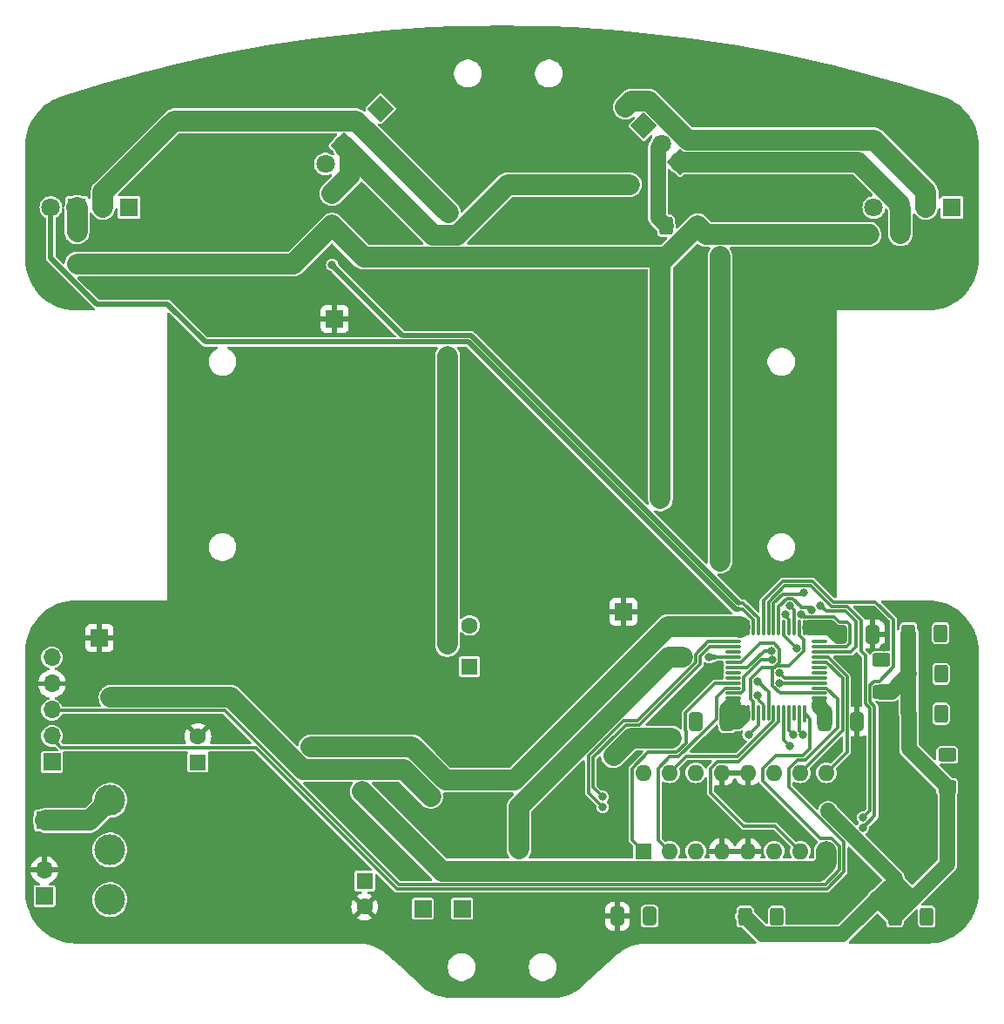
<source format=gbl>
G04 #@! TF.GenerationSoftware,KiCad,Pcbnew,8.0.6*
G04 #@! TF.CreationDate,2025-01-13T14:26:01-08:00*
G04 #@! TF.ProjectId,rezq_rev2,72657a71-5f72-4657-9632-2e6b69636164,rev?*
G04 #@! TF.SameCoordinates,Original*
G04 #@! TF.FileFunction,Copper,L2,Bot*
G04 #@! TF.FilePolarity,Positive*
%FSLAX46Y46*%
G04 Gerber Fmt 4.6, Leading zero omitted, Abs format (unit mm)*
G04 Created by KiCad (PCBNEW 8.0.6) date 2025-01-13 14:26:01*
%MOMM*%
%LPD*%
G01*
G04 APERTURE LIST*
G04 Aperture macros list*
%AMRoundRect*
0 Rectangle with rounded corners*
0 $1 Rounding radius*
0 $2 $3 $4 $5 $6 $7 $8 $9 X,Y pos of 4 corners*
0 Add a 4 corners polygon primitive as box body*
4,1,4,$2,$3,$4,$5,$6,$7,$8,$9,$2,$3,0*
0 Add four circle primitives for the rounded corners*
1,1,$1+$1,$2,$3*
1,1,$1+$1,$4,$5*
1,1,$1+$1,$6,$7*
1,1,$1+$1,$8,$9*
0 Add four rect primitives between the rounded corners*
20,1,$1+$1,$2,$3,$4,$5,0*
20,1,$1+$1,$4,$5,$6,$7,0*
20,1,$1+$1,$6,$7,$8,$9,0*
20,1,$1+$1,$8,$9,$2,$3,0*%
%AMRotRect*
0 Rectangle, with rotation*
0 The origin of the aperture is its center*
0 $1 length*
0 $2 width*
0 $3 Rotation angle, in degrees counterclockwise*
0 Add horizontal line*
21,1,$1,$2,0,0,$3*%
G04 Aperture macros list end*
G04 #@! TA.AperFunction,ComponentPad*
%ADD10R,1.700000X1.700000*%
G04 #@! TD*
G04 #@! TA.AperFunction,ComponentPad*
%ADD11C,3.000000*%
G04 #@! TD*
G04 #@! TA.AperFunction,ComponentPad*
%ADD12O,1.700000X1.700000*%
G04 #@! TD*
G04 #@! TA.AperFunction,ComponentPad*
%ADD13RotRect,1.800000X1.800000X135.000000*%
G04 #@! TD*
G04 #@! TA.AperFunction,ComponentPad*
%ADD14C,1.800000*%
G04 #@! TD*
G04 #@! TA.AperFunction,ComponentPad*
%ADD15RotRect,1.800000X1.800000X225.000000*%
G04 #@! TD*
G04 #@! TA.AperFunction,ComponentPad*
%ADD16R,1.800000X1.800000*%
G04 #@! TD*
G04 #@! TA.AperFunction,ComponentPad*
%ADD17R,1.600000X1.600000*%
G04 #@! TD*
G04 #@! TA.AperFunction,ComponentPad*
%ADD18C,1.600000*%
G04 #@! TD*
G04 #@! TA.AperFunction,ComponentPad*
%ADD19O,1.600000X1.600000*%
G04 #@! TD*
G04 #@! TA.AperFunction,SMDPad,CuDef*
%ADD20RoundRect,0.250000X-0.650000X0.412500X-0.650000X-0.412500X0.650000X-0.412500X0.650000X0.412500X0*%
G04 #@! TD*
G04 #@! TA.AperFunction,SMDPad,CuDef*
%ADD21RoundRect,0.250000X0.400000X0.625000X-0.400000X0.625000X-0.400000X-0.625000X0.400000X-0.625000X0*%
G04 #@! TD*
G04 #@! TA.AperFunction,SMDPad,CuDef*
%ADD22RoundRect,0.250000X-0.400000X-0.625000X0.400000X-0.625000X0.400000X0.625000X-0.400000X0.625000X0*%
G04 #@! TD*
G04 #@! TA.AperFunction,SMDPad,CuDef*
%ADD23RoundRect,0.075000X-0.662500X-0.075000X0.662500X-0.075000X0.662500X0.075000X-0.662500X0.075000X0*%
G04 #@! TD*
G04 #@! TA.AperFunction,SMDPad,CuDef*
%ADD24RoundRect,0.075000X-0.075000X-0.662500X0.075000X-0.662500X0.075000X0.662500X-0.075000X0.662500X0*%
G04 #@! TD*
G04 #@! TA.AperFunction,SMDPad,CuDef*
%ADD25RoundRect,0.250000X-0.412500X-0.650000X0.412500X-0.650000X0.412500X0.650000X-0.412500X0.650000X0*%
G04 #@! TD*
G04 #@! TA.AperFunction,SMDPad,CuDef*
%ADD26RoundRect,0.250000X0.625000X-0.400000X0.625000X0.400000X-0.625000X0.400000X-0.625000X-0.400000X0*%
G04 #@! TD*
G04 #@! TA.AperFunction,SMDPad,CuDef*
%ADD27RoundRect,0.250000X0.412500X0.650000X-0.412500X0.650000X-0.412500X-0.650000X0.412500X-0.650000X0*%
G04 #@! TD*
G04 #@! TA.AperFunction,SMDPad,CuDef*
%ADD28RoundRect,0.250000X-0.625000X0.400000X-0.625000X-0.400000X0.625000X-0.400000X0.625000X0.400000X0*%
G04 #@! TD*
G04 #@! TA.AperFunction,ViaPad*
%ADD29C,0.800000*%
G04 #@! TD*
G04 #@! TA.AperFunction,ViaPad*
%ADD30C,1.600000*%
G04 #@! TD*
G04 #@! TA.AperFunction,ViaPad*
%ADD31C,1.300000*%
G04 #@! TD*
G04 #@! TA.AperFunction,Conductor*
%ADD32C,0.300000*%
G04 #@! TD*
G04 #@! TA.AperFunction,Conductor*
%ADD33C,2.000000*%
G04 #@! TD*
G04 #@! TA.AperFunction,Conductor*
%ADD34C,1.500000*%
G04 #@! TD*
G04 #@! TA.AperFunction,Conductor*
%ADD35C,0.500000*%
G04 #@! TD*
G04 #@! TA.AperFunction,Conductor*
%ADD36C,0.250000*%
G04 #@! TD*
G04 APERTURE END LIST*
D10*
X195700000Y-186420000D03*
D11*
X161438000Y-185554000D03*
X161438000Y-180728000D03*
X161438000Y-175902000D03*
D10*
X155088000Y-185204000D03*
D12*
X155088000Y-182664000D03*
D13*
X213360000Y-110363000D03*
D14*
X211563949Y-108566949D03*
D15*
X184183000Y-112290000D03*
D14*
X182386949Y-114086051D03*
D10*
X155140000Y-177850000D03*
X191860000Y-186420000D03*
D16*
X158233600Y-118307200D03*
D14*
X155693600Y-118307200D03*
D10*
X211360000Y-157590000D03*
D17*
X186203000Y-183736621D03*
D18*
X186203000Y-186236621D03*
D17*
X213325000Y-180850000D03*
D19*
X215865000Y-180850000D03*
X218405000Y-180850000D03*
X220945000Y-180850000D03*
X223485000Y-180850000D03*
X226025000Y-180850000D03*
X228565000Y-180850000D03*
X231105000Y-180850000D03*
X231105000Y-173230000D03*
X228565000Y-173230000D03*
X226025000Y-173230000D03*
X223485000Y-173230000D03*
X220945000Y-173230000D03*
X218405000Y-173230000D03*
X215865000Y-173230000D03*
X213325000Y-173230000D03*
D17*
X169998000Y-172194000D03*
D18*
X169998000Y-169694000D03*
D16*
X243323600Y-118307200D03*
D14*
X240783600Y-118307200D03*
D15*
X187775102Y-108697897D03*
D14*
X185979051Y-110493948D03*
D17*
X196400000Y-162900000D03*
D18*
X196400000Y-158900000D03*
D10*
X155803600Y-172186600D03*
D12*
X155803600Y-169646600D03*
X155803600Y-167106600D03*
X155803600Y-164566600D03*
X155803600Y-162026600D03*
D10*
X183300000Y-129130000D03*
D16*
X238243600Y-118307200D03*
D14*
X235703600Y-118307200D03*
D13*
X216875888Y-113878889D03*
D14*
X215079837Y-112082838D03*
D16*
X163313600Y-118307200D03*
D14*
X160773600Y-118307200D03*
D10*
X160430000Y-160120000D03*
D20*
X158250000Y-120687500D03*
X158250000Y-123812500D03*
D21*
X242240400Y-163621200D03*
X239140400Y-163621200D03*
X242249400Y-167482000D03*
X239149400Y-167482000D03*
D22*
X223201200Y-187192400D03*
X226301200Y-187192400D03*
D23*
X222062500Y-166000000D03*
X222062500Y-165500000D03*
X222062500Y-165000000D03*
X222062500Y-164500000D03*
X222062500Y-164000000D03*
X222062500Y-163500000D03*
X222062500Y-163000000D03*
X222062500Y-162500000D03*
X222062500Y-162000000D03*
X222062500Y-161500000D03*
X222062500Y-161000000D03*
X222062500Y-160500000D03*
D24*
X223475000Y-159087500D03*
X223975000Y-159087500D03*
X224475000Y-159087500D03*
X224975000Y-159087500D03*
X225475000Y-159087500D03*
X225975000Y-159087500D03*
X226475000Y-159087500D03*
X226975000Y-159087500D03*
X227475000Y-159087500D03*
X227975000Y-159087500D03*
X228475000Y-159087500D03*
X228975000Y-159087500D03*
D23*
X230387500Y-160500000D03*
X230387500Y-161000000D03*
X230387500Y-161500000D03*
X230387500Y-162000000D03*
X230387500Y-162500000D03*
X230387500Y-163000000D03*
X230387500Y-163500000D03*
X230387500Y-164000000D03*
X230387500Y-164500000D03*
X230387500Y-165000000D03*
X230387500Y-165500000D03*
X230387500Y-166000000D03*
D24*
X228975000Y-167412500D03*
X228475000Y-167412500D03*
X227975000Y-167412500D03*
X227475000Y-167412500D03*
X226975000Y-167412500D03*
X226475000Y-167412500D03*
X225975000Y-167412500D03*
X225475000Y-167412500D03*
X224975000Y-167412500D03*
X224475000Y-167412500D03*
X223975000Y-167412500D03*
X223475000Y-167412500D03*
D22*
X237764800Y-187192400D03*
X240864800Y-187192400D03*
D25*
X230962500Y-168250000D03*
X234087500Y-168250000D03*
D26*
X242849400Y-174598000D03*
X242849400Y-171498000D03*
D21*
X242198600Y-159658800D03*
X239098600Y-159658800D03*
D25*
X232462500Y-159750000D03*
X235587500Y-159750000D03*
D27*
X221487500Y-168250000D03*
X218362500Y-168250000D03*
D28*
X236474000Y-162249000D03*
X236474000Y-165349000D03*
D20*
X183033000Y-116940900D03*
X183033000Y-120065900D03*
D27*
X213906500Y-187167000D03*
X210781500Y-187167000D03*
D21*
X218590300Y-120066600D03*
X215490300Y-120066600D03*
D27*
X238312500Y-120847200D03*
X235187500Y-120847200D03*
D29*
X223316800Y-143205200D03*
X178630000Y-107010000D03*
X183286400Y-151104600D03*
X242820000Y-165590000D03*
X233970000Y-164930000D03*
X210845400Y-180848000D03*
X206380000Y-120380000D03*
X215696800Y-167817800D03*
X217110000Y-174930000D03*
X164360000Y-109590000D03*
X173863000Y-127152400D03*
X217932000Y-132384800D03*
X202717400Y-131495800D03*
X236660000Y-161020000D03*
X209350000Y-174550000D03*
X236930000Y-125890000D03*
X189382400Y-181660800D03*
X228473000Y-128117600D03*
X228650000Y-187200000D03*
X211074000Y-177012600D03*
X237010000Y-166960000D03*
X184170000Y-133330000D03*
X220750000Y-106470000D03*
X233172000Y-173202600D03*
X207660000Y-119260000D03*
X183515000Y-142214600D03*
X205359000Y-120523000D03*
X219690000Y-163550000D03*
X226288600Y-128041400D03*
X218008200Y-138226800D03*
X191050000Y-125140000D03*
X217130000Y-118510000D03*
X234087500Y-168250000D03*
X209600800Y-137896600D03*
X231600000Y-155190000D03*
X228220000Y-178990000D03*
X209600800Y-134645400D03*
X242470000Y-127510000D03*
X190703200Y-182829200D03*
X236080000Y-187750000D03*
X232530000Y-184810000D03*
X166497000Y-174117000D03*
X208800000Y-106330000D03*
X217881200Y-155524200D03*
X237130000Y-168510000D03*
X200183000Y-106161625D03*
X188163200Y-143408400D03*
X239330000Y-177680000D03*
X163753800Y-182473600D03*
X157530800Y-174980600D03*
X212725000Y-117983000D03*
X220675200Y-187121800D03*
X206298800Y-131419600D03*
X234610000Y-108440000D03*
X180710000Y-133380000D03*
X173609000Y-117983000D03*
X237230000Y-123580000D03*
X175971200Y-177165000D03*
X194640200Y-178130200D03*
X190050000Y-106260000D03*
X182570000Y-126570000D03*
X182651400Y-175260000D03*
X242697000Y-185191400D03*
X225729800Y-143256000D03*
X154240000Y-110410000D03*
X245010000Y-114690000D03*
X198069200Y-169367200D03*
X218362500Y-168250000D03*
X223240600Y-128041400D03*
X243040000Y-161610000D03*
X188239400Y-150952200D03*
X192630000Y-125140000D03*
X178409600Y-127152400D03*
X209550000Y-131419600D03*
X233770000Y-162810000D03*
X231570000Y-152270000D03*
X206298800Y-134645400D03*
X220675200Y-185521600D03*
X217932000Y-128930400D03*
X228346000Y-143205200D03*
X221818200Y-170688000D03*
X179247800Y-151104600D03*
X188330000Y-133460000D03*
X179247800Y-142214600D03*
X245460000Y-123010000D03*
D30*
X194333551Y-118848449D03*
X194250000Y-132750000D03*
X194250000Y-160750000D03*
X185987500Y-175037500D03*
X216050000Y-169850000D03*
X230962500Y-168250000D03*
D29*
X231267000Y-176920000D03*
D30*
X221487500Y-168250000D03*
X210405800Y-171569200D03*
D31*
X232325000Y-159750000D03*
D30*
X183033000Y-120027400D03*
D29*
X235250000Y-120950000D03*
D30*
X158250000Y-123812500D03*
X214970000Y-146605652D03*
X218564300Y-120105100D03*
X211963000Y-116078000D03*
X217100000Y-161987500D03*
X201195000Y-180650000D03*
X220746853Y-152658547D03*
D29*
X219700000Y-161987500D03*
D30*
X220750000Y-123080000D03*
D29*
X213868000Y-187167000D03*
X225776039Y-161355559D03*
X226517433Y-163519600D03*
X242325000Y-163621200D03*
X228850000Y-169550000D03*
X242334000Y-167482000D03*
X242283200Y-159658800D03*
X226527494Y-164491326D03*
D30*
X161450000Y-165975000D03*
X192786000Y-175500000D03*
D29*
X234675000Y-177550000D03*
X234675000Y-178550000D03*
X209350000Y-176550000D03*
X209350000Y-175550000D03*
X229697660Y-157377500D03*
X228900001Y-155760001D03*
X215490300Y-120000000D03*
X183050000Y-123900000D03*
X224383600Y-165750000D03*
X230531418Y-156965494D03*
X227558600Y-156960000D03*
X228655000Y-157820000D03*
X227155000Y-157820001D03*
X226325000Y-187175000D03*
X223530000Y-169530000D03*
X227900000Y-169550000D03*
X242850000Y-171475000D03*
D30*
X181000000Y-170694000D03*
D29*
X227550000Y-170600000D03*
X240900000Y-187175000D03*
X228200000Y-161100000D03*
X224423500Y-164323500D03*
X225844883Y-162283010D03*
X236474000Y-162165001D03*
D32*
X233500000Y-161500000D02*
X230387500Y-161500000D01*
X234000000Y-158531224D02*
X234000000Y-161000000D01*
X231065924Y-157500000D02*
X232968776Y-157500000D01*
X234000000Y-161000000D02*
X233500000Y-161500000D01*
X230531418Y-156965494D02*
X231065924Y-157500000D01*
X232968776Y-157500000D02*
X234000000Y-158531224D01*
X156714000Y-170774000D02*
X155650000Y-169710000D01*
X189340000Y-184490000D02*
X175624000Y-170774000D01*
X232815000Y-182838112D02*
X231163112Y-184490000D01*
X232815000Y-179971640D02*
X232815000Y-182838112D01*
X228267649Y-172000000D02*
X227485000Y-172782649D01*
X227485000Y-172782649D02*
X227485000Y-174641640D01*
X227485000Y-174641640D02*
X232815000Y-179971640D01*
X231163112Y-184490000D02*
X189340000Y-184490000D01*
X229031460Y-172000000D02*
X228267649Y-172000000D01*
X232200000Y-168831460D02*
X229031460Y-172000000D01*
X232200000Y-166070876D02*
X232200000Y-168831460D01*
X230387500Y-165000000D02*
X231129124Y-165000000D01*
X231129124Y-165000000D02*
X232200000Y-166070876D01*
X175624000Y-170774000D02*
X156714000Y-170774000D01*
D33*
X160773600Y-116787200D02*
X167673592Y-109887208D01*
X235745289Y-111748889D02*
X240783600Y-116787200D01*
X213828062Y-107960208D02*
X212170690Y-107960208D01*
X194333551Y-118848448D02*
X185979051Y-110493948D01*
X194250000Y-132750000D02*
X194250000Y-160750000D01*
X240783600Y-116787200D02*
X240783600Y-118307200D01*
X194333551Y-118848449D02*
X194333551Y-118848448D01*
X160773600Y-118307200D02*
X160773600Y-116787200D01*
X217616743Y-111748889D02*
X235745289Y-111748889D01*
X212170690Y-107960208D02*
X211563949Y-108566949D01*
X217616743Y-111748889D02*
X213828062Y-107960208D01*
X185372311Y-109887208D02*
X185979051Y-110493948D01*
X167673592Y-109887208D02*
X185372311Y-109887208D01*
X193730000Y-182780000D02*
X230306370Y-182780000D01*
X230306370Y-182780000D02*
X231105000Y-181981370D01*
X231105000Y-181981370D02*
X231105000Y-180850000D01*
X185987500Y-175037500D02*
X193730000Y-182780000D01*
D34*
X232325000Y-159750000D02*
X232081206Y-159750000D01*
X237412600Y-165349000D02*
X239140400Y-163621200D01*
D33*
X212125000Y-169850000D02*
X216050000Y-169850000D01*
D34*
X230962500Y-167350000D02*
X230392500Y-166780000D01*
X237764800Y-183464800D02*
X237764800Y-183803547D01*
X230962500Y-168250000D02*
X230962500Y-167350000D01*
X221487500Y-167105000D02*
X222062500Y-166530000D01*
X224956200Y-188947400D02*
X232632200Y-188947400D01*
X230392500Y-166780000D02*
X230392500Y-166530000D01*
X222425000Y-168250000D02*
X222945000Y-167730000D01*
X232632200Y-188947400D02*
X237764800Y-183814800D01*
X237764800Y-183814800D02*
X239453600Y-185503600D01*
X236009800Y-185437400D02*
X237764800Y-187192400D01*
X223201200Y-187192400D02*
X224956200Y-188947400D01*
X239453600Y-185503600D02*
X237764800Y-187192400D01*
X231418706Y-159087500D02*
X229505000Y-159087500D01*
X239098600Y-167431200D02*
X239149400Y-167482000D01*
X236474000Y-165349000D02*
X237412600Y-165349000D01*
X237764800Y-183803547D02*
X237764800Y-187192400D01*
X237764800Y-183803547D02*
X237764800Y-183814800D01*
X221487500Y-168250000D02*
X222425000Y-168250000D01*
X222945000Y-167730000D02*
X222945000Y-167412500D01*
X231267000Y-176967000D02*
X237764800Y-183464800D01*
X239098600Y-159658800D02*
X239098600Y-167431200D01*
D33*
X212125000Y-169850000D02*
X210405800Y-171569200D01*
D34*
X236130947Y-185437400D02*
X237764800Y-183803547D01*
X221487500Y-168250000D02*
X221487500Y-167105000D01*
X239149400Y-167482000D02*
X239149400Y-170898000D01*
X231267000Y-176920000D02*
X231267000Y-176967000D01*
X230392500Y-166530000D02*
X230387500Y-166530000D01*
X242849400Y-174598000D02*
X242849400Y-182107800D01*
X242849400Y-182107800D02*
X239453600Y-185503600D01*
X232081206Y-159750000D02*
X231418706Y-159087500D01*
X239149400Y-170898000D02*
X242849400Y-174598000D01*
D33*
X186114049Y-123108449D02*
X183033000Y-120027400D01*
X214970000Y-146605652D02*
X214970000Y-123699400D01*
X218590300Y-120066600D02*
X215548451Y-123108449D01*
X219409200Y-120950000D02*
X218564300Y-120105100D01*
X235250000Y-120950000D02*
X219409200Y-120950000D01*
X183033000Y-120027400D02*
X179247900Y-123812500D01*
X179247900Y-123812500D02*
X158250000Y-123812500D01*
X215548451Y-123108449D02*
X186114049Y-123108449D01*
X214970000Y-123699400D02*
X218564300Y-120105100D01*
D32*
X222062500Y-162000000D02*
X219712500Y-162000000D01*
D33*
X195215825Y-120978449D02*
X192871449Y-120978449D01*
X158250000Y-120687500D02*
X158250000Y-118323600D01*
X238312500Y-120847200D02*
X238312500Y-118376100D01*
X158250000Y-118323600D02*
X158233600Y-118307200D01*
X220750000Y-152655400D02*
X220746853Y-152658547D01*
X200116274Y-116078000D02*
X195215825Y-120978449D01*
X211963000Y-116078000D02*
X200116274Y-116078000D01*
X216875888Y-113878889D02*
X234146143Y-113878889D01*
X184819396Y-112926396D02*
X184183000Y-112290000D01*
X238312500Y-118376100D02*
X238243600Y-118307200D01*
X201195000Y-176551501D02*
X215759001Y-161987500D01*
X184819396Y-115154504D02*
X184819396Y-112926396D01*
X183033000Y-116940900D02*
X184819396Y-115154504D01*
X220750000Y-123080000D02*
X220750000Y-152655400D01*
X238243600Y-117976346D02*
X238243600Y-118307200D01*
X201195000Y-180650000D02*
X201195000Y-176551501D01*
X192871449Y-120978449D02*
X184183000Y-112290000D01*
D32*
X219712500Y-162000000D02*
X219700000Y-161987500D01*
D33*
X234146143Y-113878889D02*
X238243600Y-117976346D01*
X215759001Y-161987500D02*
X217100000Y-161987500D01*
D32*
X225776039Y-161355559D02*
X225074441Y-161355559D01*
X225074441Y-161355559D02*
X223430000Y-163000000D01*
X223430000Y-163000000D02*
X222062500Y-163000000D01*
X226517433Y-163519600D02*
X226997833Y-164000000D01*
X226997833Y-164000000D02*
X230387500Y-164000000D01*
X228475000Y-167412500D02*
X228475000Y-169175000D01*
X228475000Y-169175000D02*
X228850000Y-169550000D01*
X226527494Y-164491326D02*
X226536168Y-164500000D01*
X226536168Y-164500000D02*
X230387500Y-164500000D01*
D33*
X190032500Y-172907500D02*
X180175806Y-172907500D01*
X173158306Y-165890000D02*
X161535000Y-165890000D01*
X180175806Y-172907500D02*
X173158306Y-165890000D01*
X192625000Y-175500000D02*
X190032500Y-172907500D01*
D32*
X172628112Y-167170000D02*
X155867000Y-167170000D01*
X230985000Y-184060000D02*
X189518112Y-184060000D01*
X232385000Y-180319807D02*
X232385000Y-180450000D01*
X228975000Y-167412500D02*
X229530000Y-167967500D01*
X229530000Y-167967500D02*
X229530000Y-170893348D01*
X228975000Y-167412500D02*
X228975000Y-168149999D01*
X232385000Y-182660000D02*
X230985000Y-184060000D01*
X224945000Y-172782649D02*
X224945000Y-174045000D01*
X230470000Y-179570000D02*
X231635193Y-179570000D01*
X226157649Y-171570000D02*
X224945000Y-172782649D01*
X155867000Y-167170000D02*
X155803600Y-167106600D01*
X231635193Y-179570000D02*
X232385000Y-180319807D01*
X228853348Y-171570000D02*
X226157649Y-171570000D01*
X224945000Y-174045000D02*
X230470000Y-179570000D01*
X229530000Y-170893348D02*
X228853348Y-171570000D01*
X189518112Y-184060000D02*
X172628112Y-167170000D01*
X232385000Y-180319807D02*
X232385000Y-182660000D01*
X234500000Y-158423112D02*
X234500000Y-161411652D01*
X234889000Y-166497112D02*
X235370000Y-166978112D01*
X227053576Y-155041600D02*
X229569190Y-155041600D01*
X235370000Y-166978112D02*
X235370000Y-176855000D01*
X229569190Y-155041600D02*
X231569790Y-157042200D01*
X233119088Y-157042200D02*
X234500000Y-158423112D01*
X234889000Y-161800652D02*
X234889000Y-166497112D01*
X235370000Y-176855000D02*
X234675000Y-177550000D01*
X231569790Y-157042200D02*
X233119088Y-157042200D01*
X225475000Y-156620176D02*
X227053576Y-155041600D01*
X234500000Y-161411652D02*
X234889000Y-161800652D01*
X225475000Y-159087500D02*
X225475000Y-156620176D01*
X237629000Y-162940000D02*
X236250000Y-164319000D01*
X237629000Y-158355600D02*
X237629000Y-162940000D01*
X226875464Y-154611600D02*
X229761600Y-154611600D01*
X236250000Y-164319000D02*
X235722540Y-164319000D01*
X224975000Y-156512064D02*
X226875464Y-154611600D01*
X224975000Y-159087500D02*
X224975000Y-156512064D01*
X235800000Y-166800000D02*
X235800000Y-177425000D01*
X235800000Y-177425000D02*
X234675000Y-178550000D01*
X235885600Y-156612200D02*
X237629000Y-158355600D01*
X235319000Y-166319000D02*
X235800000Y-166800000D01*
X229761600Y-154611600D02*
X231762200Y-156612200D01*
X235722540Y-164319000D02*
X235319000Y-164722540D01*
X235319000Y-164722540D02*
X235319000Y-166319000D01*
X231762200Y-156612200D02*
X235885600Y-156612200D01*
X222062500Y-160500000D02*
X219617722Y-160500000D01*
X218380000Y-161737722D02*
X218380000Y-162517693D01*
X207972175Y-171584519D02*
X207972175Y-175172175D01*
X218380000Y-162517693D02*
X212757693Y-168140000D01*
X212757693Y-168140000D02*
X211416694Y-168140000D01*
X207972175Y-175172175D02*
X209350000Y-176550000D01*
X211416694Y-168140000D02*
X207972175Y-171584519D01*
X219617722Y-160500000D02*
X218380000Y-161737722D01*
X218810000Y-162695805D02*
X212935805Y-168570000D01*
X208402175Y-171762631D02*
X208402175Y-174602175D01*
X212935805Y-168570000D02*
X211594806Y-168570000D01*
X208402175Y-174602175D02*
X209350000Y-175550000D01*
X222062500Y-161000000D02*
X219725834Y-161000000D01*
X218810000Y-161915834D02*
X218810000Y-162695805D01*
X211594806Y-168570000D02*
X210845000Y-169319807D01*
X219725834Y-161000000D02*
X218810000Y-161915834D01*
X210845000Y-169319807D02*
X208402175Y-171762631D01*
X228676200Y-157140000D02*
X229460160Y-157140000D01*
X226475000Y-159087500D02*
X226475000Y-157081934D01*
X227276934Y-156280000D02*
X227841600Y-156280000D01*
X228676200Y-157114600D02*
X228676200Y-157140000D01*
X229460160Y-157140000D02*
X229697660Y-157377500D01*
X226475000Y-157081934D02*
X227276934Y-156280000D01*
X227841600Y-156280000D02*
X228676200Y-157114600D01*
X228810002Y-155850000D02*
X226853288Y-155850000D01*
D34*
X214723096Y-119299396D02*
X214723096Y-112439579D01*
D32*
X226853288Y-155850000D02*
X225975000Y-156728288D01*
X228900001Y-155760001D02*
X228810002Y-155850000D01*
X225975000Y-156728288D02*
X225975000Y-159087500D01*
D34*
X215490300Y-120066600D02*
X214723096Y-119299396D01*
X214723096Y-112439579D02*
X215079837Y-112082838D01*
D35*
X167030400Y-127685800D02*
X160147000Y-127685800D01*
X222529400Y-157353000D02*
X222298846Y-157353000D01*
D32*
X223975000Y-158345876D02*
X222982124Y-157353000D01*
D35*
X160147000Y-127685800D02*
X155693600Y-123232400D01*
D32*
X222982124Y-157353000D02*
X222529400Y-157353000D01*
X223975000Y-159087500D02*
X223975000Y-158345876D01*
D35*
X155693600Y-123232400D02*
X155693600Y-118307200D01*
X170713400Y-131368800D02*
X167030400Y-127685800D01*
X196314646Y-131368800D02*
X170713400Y-131368800D01*
X222298846Y-157353000D02*
X196314646Y-131368800D01*
X196575600Y-130738800D02*
X189888800Y-130738800D01*
X189888800Y-130738800D02*
X183050000Y-123900000D01*
D32*
X224475000Y-159087500D02*
X224475000Y-158196888D01*
D35*
X222554800Y-156718000D02*
X196575600Y-130738800D01*
D32*
X224475000Y-158196888D02*
X222996112Y-156718000D01*
X222996112Y-156718000D02*
X222554800Y-156718000D01*
D36*
X224383600Y-166083601D02*
X224975000Y-166675001D01*
X224975000Y-166675001D02*
X224975000Y-167412500D01*
X224383600Y-165750000D02*
X224383600Y-166083601D01*
D32*
X227975000Y-157376400D02*
X227975000Y-159087500D01*
X227558600Y-156960000D02*
X227975000Y-157376400D01*
X228892500Y-158057500D02*
X231845346Y-158057500D01*
X233405000Y-160626460D02*
X233031460Y-161000000D01*
X233101460Y-158570000D02*
X233405000Y-158873540D01*
X231845346Y-158057500D02*
X232357846Y-158570000D01*
X228655000Y-157820000D02*
X228892500Y-158057500D01*
X232357846Y-158570000D02*
X233101460Y-158570000D01*
X233405000Y-158873540D02*
X233405000Y-160626460D01*
X233031460Y-161000000D02*
X230387500Y-161000000D01*
X227475000Y-158345876D02*
X227475000Y-159087500D01*
X227155000Y-157820001D02*
X227155000Y-158025876D01*
X227155000Y-158025876D02*
X227475000Y-158345876D01*
X224475000Y-168585000D02*
X224475000Y-167412500D01*
X223530000Y-169530000D02*
X224475000Y-168585000D01*
X227900000Y-169550000D02*
X227475000Y-169125000D01*
X227475000Y-169125000D02*
X227475000Y-167412500D01*
D33*
X222695000Y-159050000D02*
X222695000Y-159087500D01*
X190831274Y-170694000D02*
X194076474Y-173939200D01*
X200795026Y-173939200D02*
X215684226Y-159050000D01*
X215684226Y-159050000D02*
X222695000Y-159050000D01*
X194076474Y-173939200D02*
X200795026Y-173939200D01*
X181000000Y-170694000D02*
X190831274Y-170694000D01*
D32*
X227550000Y-170600000D02*
X226975000Y-170025000D01*
X226975000Y-170025000D02*
X226975000Y-167412500D01*
D33*
X161438000Y-175902000D02*
X159490000Y-177850000D01*
X159490000Y-177850000D02*
X155140000Y-177850000D01*
D32*
X222501324Y-171627800D02*
X217467200Y-171627800D01*
X217467200Y-171627800D02*
X215865000Y-173230000D01*
X225975000Y-167412500D02*
X225975000Y-168154124D01*
X225975000Y-168154124D02*
X222501324Y-171627800D01*
X215887649Y-171680000D02*
X214785000Y-172782649D01*
X214785000Y-179770000D02*
X215865000Y-180850000D01*
X222062500Y-165000000D02*
X221320876Y-165000000D01*
X218986800Y-169430000D02*
X216736800Y-171680000D01*
X220425000Y-168006460D02*
X219001460Y-169430000D01*
X216736800Y-171680000D02*
X215887649Y-171680000D01*
X220425000Y-165895876D02*
X220425000Y-168006460D01*
X214785000Y-172782649D02*
X214785000Y-179770000D01*
X219001460Y-169430000D02*
X218986800Y-169430000D01*
X221320876Y-165000000D02*
X220425000Y-165895876D01*
X230387500Y-162000000D02*
X231237236Y-162000000D01*
X233100000Y-163862764D02*
X233100000Y-171235000D01*
X231237236Y-162000000D02*
X233100000Y-163862764D01*
X233100000Y-171235000D02*
X231105000Y-173230000D01*
X217460000Y-170348688D02*
X216558688Y-171250000D01*
X216558688Y-171250000D02*
X213777649Y-171250000D01*
X217420000Y-167373540D02*
X217420000Y-169126460D01*
X222062500Y-164500000D02*
X220293540Y-164500000D01*
X212245000Y-172782649D02*
X212245000Y-179770000D01*
X217420000Y-169126460D02*
X217460000Y-169166460D01*
X212245000Y-179770000D02*
X213325000Y-180850000D01*
X213777649Y-171250000D02*
X212245000Y-172782649D01*
X217460000Y-169166460D02*
X217460000Y-170348688D01*
X220293540Y-164500000D02*
X217420000Y-167373540D01*
X232670000Y-164040876D02*
X232670000Y-169125000D01*
X232670000Y-169125000D02*
X228565000Y-173230000D01*
X231129124Y-162500000D02*
X232670000Y-164040876D01*
X230387500Y-162500000D02*
X231129124Y-162500000D01*
X219865000Y-175186400D02*
X223062800Y-178384200D01*
X220497649Y-172150000D02*
X219865000Y-172782649D01*
X226099200Y-178384200D02*
X228565000Y-180850000D01*
X219865000Y-172782649D02*
X219865000Y-175186400D01*
X226475000Y-167412500D02*
X226475000Y-168262236D01*
X222587236Y-172150000D02*
X220497649Y-172150000D01*
X223062800Y-178384200D02*
X226099200Y-178384200D01*
X226475000Y-168262236D02*
X222587236Y-172150000D01*
X228200000Y-161100000D02*
X226975000Y-159875000D01*
X226975000Y-159875000D02*
X226975000Y-159087500D01*
X225475000Y-165375000D02*
X225475000Y-167412500D01*
X224423500Y-164323500D02*
X225475000Y-165375000D01*
X222804124Y-162500000D02*
X222062500Y-162500000D01*
X223975000Y-166303066D02*
X223703600Y-166031666D01*
X226126549Y-162963010D02*
X226568000Y-162521559D01*
X228904800Y-160258924D02*
X228475000Y-159829124D01*
X225970184Y-163105184D02*
X226235767Y-162839600D01*
X228475000Y-159829124D02*
X228475000Y-159087500D01*
X223975000Y-167412500D02*
X223975000Y-166303066D01*
X228904800Y-161356866D02*
X228904800Y-160258924D01*
X226568000Y-162521559D02*
X226568000Y-161185854D01*
X226669600Y-162839600D02*
X227422066Y-162839600D01*
X226126548Y-162963010D02*
X226249958Y-162839600D01*
X226235767Y-162839600D02*
X226669600Y-162839600D01*
X226249958Y-162839600D02*
X226669600Y-162839600D01*
X226568000Y-161185854D02*
X226011746Y-160629600D01*
X225970184Y-163105184D02*
X226112358Y-162963010D01*
X226574502Y-165500000D02*
X225837433Y-164762931D01*
X225837433Y-163237934D02*
X225970184Y-163105184D01*
X223703600Y-164078200D02*
X224818790Y-162963010D01*
X226112358Y-162963010D02*
X226126549Y-162963010D01*
X223703600Y-166031666D02*
X223703600Y-164078200D01*
X225837433Y-164762931D02*
X225837433Y-163237934D01*
X230387500Y-165500000D02*
X226574502Y-165500000D01*
X224674524Y-160629600D02*
X222804124Y-162500000D01*
X227422066Y-162839600D02*
X228904800Y-161356866D01*
X224818790Y-162963010D02*
X226126548Y-162963010D01*
X226011746Y-160629600D02*
X224674524Y-160629600D01*
X225844883Y-162283010D02*
X224755102Y-162283010D01*
X223080000Y-165224124D02*
X222804124Y-165500000D01*
X224755102Y-162283010D02*
X223080000Y-163958112D01*
X222804124Y-165500000D02*
X222062500Y-165500000D01*
X223080000Y-163958112D02*
X223080000Y-165224124D01*
G04 #@! TA.AperFunction,Conductor*
G36*
X167234303Y-128527252D02*
G01*
X167240781Y-128533284D01*
X170436787Y-131729290D01*
X170436789Y-131729291D01*
X170436793Y-131729294D01*
X170539507Y-131788595D01*
X170539514Y-131788599D01*
X170654091Y-131819300D01*
X171818018Y-131819300D01*
X171885057Y-131838985D01*
X171930812Y-131891789D01*
X171940756Y-131960947D01*
X171911731Y-132024503D01*
X171874313Y-132053785D01*
X171683871Y-132150820D01*
X171586320Y-132221695D01*
X171512890Y-132275046D01*
X171512888Y-132275048D01*
X171512887Y-132275048D01*
X171363448Y-132424487D01*
X171363448Y-132424488D01*
X171363446Y-132424490D01*
X171331194Y-132468881D01*
X171239220Y-132595471D01*
X171143270Y-132783781D01*
X171143269Y-132783784D01*
X171077962Y-132984782D01*
X171044900Y-133193527D01*
X171044900Y-133404872D01*
X171077962Y-133613617D01*
X171143269Y-133814615D01*
X171143270Y-133814618D01*
X171239220Y-134002928D01*
X171363446Y-134173910D01*
X171512890Y-134323354D01*
X171683872Y-134447580D01*
X171776232Y-134494639D01*
X171872181Y-134543529D01*
X171872184Y-134543530D01*
X171972683Y-134576183D01*
X172073184Y-134608838D01*
X172281927Y-134641900D01*
X172281928Y-134641900D01*
X172493272Y-134641900D01*
X172493273Y-134641900D01*
X172702016Y-134608838D01*
X172903018Y-134543529D01*
X173091328Y-134447580D01*
X173262310Y-134323354D01*
X173411754Y-134173910D01*
X173535980Y-134002928D01*
X173631929Y-133814618D01*
X173697238Y-133613616D01*
X173730300Y-133404873D01*
X173730300Y-133193527D01*
X173697238Y-132984784D01*
X173631929Y-132783782D01*
X173631929Y-132783781D01*
X173583039Y-132687832D01*
X173535980Y-132595472D01*
X173411754Y-132424490D01*
X173262310Y-132275046D01*
X173091328Y-132150820D01*
X172903018Y-132054871D01*
X172903019Y-132054871D01*
X172900887Y-132053785D01*
X172850091Y-132005810D01*
X172833296Y-131937989D01*
X172855834Y-131871854D01*
X172910549Y-131828403D01*
X172957182Y-131819300D01*
X193198930Y-131819300D01*
X193265969Y-131838985D01*
X193311724Y-131891789D01*
X193321668Y-131960947D01*
X193299248Y-132016186D01*
X193223240Y-132120800D01*
X193137454Y-132289163D01*
X193079059Y-132468881D01*
X193049500Y-132655513D01*
X193049500Y-160844486D01*
X193079059Y-161031118D01*
X193137454Y-161210836D01*
X193196740Y-161327190D01*
X193223240Y-161379199D01*
X193334310Y-161532073D01*
X193467927Y-161665690D01*
X193620801Y-161776760D01*
X193678618Y-161806219D01*
X193789163Y-161862545D01*
X193789165Y-161862545D01*
X193789168Y-161862547D01*
X193885497Y-161893846D01*
X193968881Y-161920940D01*
X194155514Y-161950500D01*
X194155519Y-161950500D01*
X194344486Y-161950500D01*
X194531118Y-161920940D01*
X194710832Y-161862547D01*
X194879199Y-161776760D01*
X195032073Y-161665690D01*
X195165690Y-161532073D01*
X195276760Y-161379199D01*
X195359396Y-161217014D01*
X195362545Y-161210836D01*
X195362545Y-161210835D01*
X195362547Y-161210832D01*
X195420940Y-161031118D01*
X195427086Y-160992315D01*
X195450500Y-160844486D01*
X195450500Y-159666684D01*
X195470185Y-159599645D01*
X195522989Y-159553890D01*
X195592147Y-159543946D01*
X195655703Y-159572971D01*
X195670354Y-159588020D01*
X195689117Y-159610884D01*
X195841460Y-159735909D01*
X195841467Y-159735913D01*
X196015266Y-159828811D01*
X196015269Y-159828811D01*
X196015273Y-159828814D01*
X196203868Y-159886024D01*
X196400000Y-159905341D01*
X196596132Y-159886024D01*
X196784727Y-159828814D01*
X196958538Y-159735910D01*
X197110883Y-159610883D01*
X197235910Y-159458538D01*
X197282362Y-159371632D01*
X197328811Y-159284733D01*
X197328811Y-159284732D01*
X197328814Y-159284727D01*
X197386024Y-159096132D01*
X197405341Y-158900000D01*
X197386024Y-158703868D01*
X197328814Y-158515273D01*
X197328811Y-158515269D01*
X197328811Y-158515266D01*
X197235913Y-158341467D01*
X197235909Y-158341460D01*
X197110883Y-158189116D01*
X196958539Y-158064090D01*
X196958532Y-158064086D01*
X196784733Y-157971188D01*
X196784727Y-157971186D01*
X196596132Y-157913976D01*
X196596129Y-157913975D01*
X196400000Y-157894659D01*
X196203870Y-157913975D01*
X196015266Y-157971188D01*
X195841467Y-158064086D01*
X195841460Y-158064090D01*
X195689116Y-158189116D01*
X195670353Y-158211980D01*
X195612607Y-158251314D01*
X195542762Y-158253185D01*
X195482994Y-158216997D01*
X195452278Y-158154241D01*
X195450500Y-158133315D01*
X195450500Y-156692155D01*
X210010000Y-156692155D01*
X210010000Y-157340000D01*
X210926988Y-157340000D01*
X210894075Y-157397007D01*
X210860000Y-157524174D01*
X210860000Y-157655826D01*
X210894075Y-157782993D01*
X210926988Y-157840000D01*
X210010000Y-157840000D01*
X210010000Y-158487844D01*
X210016401Y-158547372D01*
X210016403Y-158547379D01*
X210066645Y-158682086D01*
X210066649Y-158682093D01*
X210152809Y-158797187D01*
X210152812Y-158797190D01*
X210267906Y-158883350D01*
X210267913Y-158883354D01*
X210402620Y-158933596D01*
X210402627Y-158933598D01*
X210462155Y-158939999D01*
X210462172Y-158940000D01*
X211110000Y-158940000D01*
X211110000Y-158023012D01*
X211167007Y-158055925D01*
X211294174Y-158090000D01*
X211425826Y-158090000D01*
X211552993Y-158055925D01*
X211610000Y-158023012D01*
X211610000Y-158940000D01*
X212257828Y-158940000D01*
X212257844Y-158939999D01*
X212317372Y-158933598D01*
X212317379Y-158933596D01*
X212452086Y-158883354D01*
X212452093Y-158883350D01*
X212567187Y-158797190D01*
X212567190Y-158797187D01*
X212653350Y-158682093D01*
X212653354Y-158682086D01*
X212703596Y-158547379D01*
X212703598Y-158547372D01*
X212709999Y-158487844D01*
X212710000Y-158487827D01*
X212710000Y-157840000D01*
X211793012Y-157840000D01*
X211825925Y-157782993D01*
X211860000Y-157655826D01*
X211860000Y-157524174D01*
X211825925Y-157397007D01*
X211793012Y-157340000D01*
X212710000Y-157340000D01*
X212710000Y-156692172D01*
X212709999Y-156692155D01*
X212703598Y-156632627D01*
X212703596Y-156632620D01*
X212653354Y-156497913D01*
X212653350Y-156497906D01*
X212567190Y-156382812D01*
X212567187Y-156382809D01*
X212452093Y-156296649D01*
X212452086Y-156296645D01*
X212317379Y-156246403D01*
X212317372Y-156246401D01*
X212257844Y-156240000D01*
X211610000Y-156240000D01*
X211610000Y-157156988D01*
X211552993Y-157124075D01*
X211425826Y-157090000D01*
X211294174Y-157090000D01*
X211167007Y-157124075D01*
X211110000Y-157156988D01*
X211110000Y-156240000D01*
X210462155Y-156240000D01*
X210402627Y-156246401D01*
X210402620Y-156246403D01*
X210267913Y-156296645D01*
X210267906Y-156296649D01*
X210152812Y-156382809D01*
X210152809Y-156382812D01*
X210066649Y-156497906D01*
X210066645Y-156497913D01*
X210016403Y-156632620D01*
X210016401Y-156632627D01*
X210010000Y-156692155D01*
X195450500Y-156692155D01*
X195450500Y-132655513D01*
X195420940Y-132468881D01*
X195362545Y-132289163D01*
X195276759Y-132120800D01*
X195200751Y-132016184D01*
X195177272Y-131950380D01*
X195193097Y-131882326D01*
X195243203Y-131833631D01*
X195301070Y-131819300D01*
X196076681Y-131819300D01*
X196143720Y-131838985D01*
X196164362Y-131855619D01*
X221946562Y-157637819D01*
X221980047Y-157699142D01*
X221975063Y-157768834D01*
X221933191Y-157824767D01*
X221867727Y-157849184D01*
X221858881Y-157849500D01*
X215589740Y-157849500D01*
X215403107Y-157879059D01*
X215223389Y-157937454D01*
X215055026Y-158023240D01*
X214967805Y-158086610D01*
X214902153Y-158134310D01*
X214902151Y-158134312D01*
X214902150Y-158134312D01*
X200334081Y-172702381D01*
X200272758Y-172735866D01*
X200246400Y-172738700D01*
X194625099Y-172738700D01*
X194558060Y-172719015D01*
X194537418Y-172702381D01*
X193093407Y-171258370D01*
X191613348Y-169778310D01*
X191460473Y-169667240D01*
X191292110Y-169581454D01*
X191112392Y-169523059D01*
X190925760Y-169493500D01*
X190925755Y-169493500D01*
X180905519Y-169493500D01*
X180905514Y-169493500D01*
X180718881Y-169523059D01*
X180539163Y-169581454D01*
X180370800Y-169667240D01*
X180311303Y-169710468D01*
X180217927Y-169778310D01*
X180217925Y-169778312D01*
X180217924Y-169778312D01*
X180084312Y-169911924D01*
X180084312Y-169911925D01*
X180084310Y-169911927D01*
X180038367Y-169975162D01*
X179973240Y-170064800D01*
X179887454Y-170233163D01*
X179829059Y-170412881D01*
X179805587Y-170561080D01*
X179775658Y-170624215D01*
X179716346Y-170661146D01*
X179646483Y-170660148D01*
X179595433Y-170629363D01*
X173940382Y-164974312D01*
X173940380Y-164974310D01*
X173787505Y-164863240D01*
X173776850Y-164857811D01*
X173619142Y-164777454D01*
X173439424Y-164719059D01*
X173252792Y-164689500D01*
X173252787Y-164689500D01*
X161440519Y-164689500D01*
X161440514Y-164689500D01*
X161253881Y-164719059D01*
X161074163Y-164777454D01*
X160905800Y-164863240D01*
X160828220Y-164919606D01*
X160752927Y-164974310D01*
X160752925Y-164974312D01*
X160752924Y-164974312D01*
X160619312Y-165107924D01*
X160619312Y-165107925D01*
X160619310Y-165107927D01*
X160577876Y-165164956D01*
X160508240Y-165260800D01*
X160422454Y-165429163D01*
X160364059Y-165608881D01*
X160334500Y-165795513D01*
X160334500Y-165984486D01*
X160364059Y-166171118D01*
X160422454Y-166350836D01*
X160495991Y-166495159D01*
X160508240Y-166519199D01*
X160575443Y-166611696D01*
X160583376Y-166622614D01*
X160606856Y-166688421D01*
X160591031Y-166756475D01*
X160540925Y-166805169D01*
X160483058Y-166819500D01*
X156906244Y-166819500D01*
X156839205Y-166799815D01*
X156793450Y-166747011D01*
X156787584Y-166731496D01*
X156778832Y-166702646D01*
X156778830Y-166702643D01*
X156681285Y-166520150D01*
X156627167Y-166454207D01*
X156550010Y-166360189D01*
X156431549Y-166262972D01*
X156390050Y-166228915D01*
X156207554Y-166131368D01*
X156141047Y-166111193D01*
X156082609Y-166072896D01*
X156054153Y-166009084D01*
X156064713Y-165940017D01*
X156110937Y-165887623D01*
X156144950Y-165872758D01*
X156267083Y-165840033D01*
X156267092Y-165840029D01*
X156481178Y-165740200D01*
X156674682Y-165604705D01*
X156841705Y-165437682D01*
X156977200Y-165244178D01*
X157077029Y-165030092D01*
X157077032Y-165030086D01*
X157134236Y-164816600D01*
X156236612Y-164816600D01*
X156269525Y-164759593D01*
X156303600Y-164632426D01*
X156303600Y-164500774D01*
X156269525Y-164373607D01*
X156236612Y-164316600D01*
X157134236Y-164316600D01*
X157134235Y-164316599D01*
X157077032Y-164103113D01*
X157077029Y-164103107D01*
X156977200Y-163889022D01*
X156977199Y-163889020D01*
X156841713Y-163695526D01*
X156841708Y-163695520D01*
X156674682Y-163528494D01*
X156481178Y-163392999D01*
X156267092Y-163293170D01*
X156267086Y-163293167D01*
X156144949Y-163260441D01*
X156085289Y-163224076D01*
X156054760Y-163161229D01*
X156063055Y-163091853D01*
X156107540Y-163037975D01*
X156141044Y-163022007D01*
X156207554Y-163001832D01*
X156390050Y-162904285D01*
X156550010Y-162773010D01*
X156681285Y-162613050D01*
X156778832Y-162430554D01*
X156838900Y-162232534D01*
X156853899Y-162080247D01*
X195399500Y-162080247D01*
X195399500Y-163719752D01*
X195411131Y-163778229D01*
X195411132Y-163778230D01*
X195455447Y-163844552D01*
X195521769Y-163888867D01*
X195521770Y-163888868D01*
X195580247Y-163900499D01*
X195580250Y-163900500D01*
X195580252Y-163900500D01*
X197219750Y-163900500D01*
X197219751Y-163900499D01*
X197234568Y-163897552D01*
X197278229Y-163888868D01*
X197278229Y-163888867D01*
X197278231Y-163888867D01*
X197344552Y-163844552D01*
X197388867Y-163778231D01*
X197388867Y-163778229D01*
X197388868Y-163778229D01*
X197400499Y-163719752D01*
X197400500Y-163719750D01*
X197400500Y-162080249D01*
X197400499Y-162080247D01*
X197388868Y-162021770D01*
X197388867Y-162021769D01*
X197344552Y-161955447D01*
X197278230Y-161911132D01*
X197278229Y-161911131D01*
X197219752Y-161899500D01*
X197219748Y-161899500D01*
X195580252Y-161899500D01*
X195580247Y-161899500D01*
X195521770Y-161911131D01*
X195521769Y-161911132D01*
X195455447Y-161955447D01*
X195411132Y-162021769D01*
X195411131Y-162021770D01*
X195399500Y-162080247D01*
X156853899Y-162080247D01*
X156859183Y-162026600D01*
X156838900Y-161820666D01*
X156778832Y-161622646D01*
X156681285Y-161440150D01*
X156620720Y-161366351D01*
X156550010Y-161280189D01*
X156409680Y-161165025D01*
X156390050Y-161148915D01*
X156207554Y-161051368D01*
X156009534Y-160991300D01*
X156009532Y-160991299D01*
X156009534Y-160991299D01*
X155803600Y-160971017D01*
X155597667Y-160991299D01*
X155399643Y-161051369D01*
X155289498Y-161110243D01*
X155217150Y-161148915D01*
X155217148Y-161148916D01*
X155217147Y-161148917D01*
X155057189Y-161280189D01*
X154935580Y-161428373D01*
X154925915Y-161440150D01*
X154904765Y-161479718D01*
X154828369Y-161622643D01*
X154828368Y-161622645D01*
X154828368Y-161622646D01*
X154827088Y-161626865D01*
X154768299Y-161820667D01*
X154748017Y-162026600D01*
X154768299Y-162232532D01*
X154790652Y-162306219D01*
X154828368Y-162430554D01*
X154925915Y-162613050D01*
X154925917Y-162613052D01*
X155057189Y-162773010D01*
X155133818Y-162835897D01*
X155217150Y-162904285D01*
X155399646Y-163001832D01*
X155466151Y-163022005D01*
X155524589Y-163060302D01*
X155553046Y-163124114D01*
X155542487Y-163193181D01*
X155496263Y-163245575D01*
X155462250Y-163260441D01*
X155340114Y-163293167D01*
X155340107Y-163293170D01*
X155126022Y-163392999D01*
X155126020Y-163393000D01*
X154932526Y-163528486D01*
X154932520Y-163528491D01*
X154765491Y-163695520D01*
X154765486Y-163695526D01*
X154630000Y-163889020D01*
X154629999Y-163889022D01*
X154530170Y-164103107D01*
X154530167Y-164103113D01*
X154472964Y-164316599D01*
X154472964Y-164316600D01*
X155370588Y-164316600D01*
X155337675Y-164373607D01*
X155303600Y-164500774D01*
X155303600Y-164632426D01*
X155337675Y-164759593D01*
X155370588Y-164816600D01*
X154472964Y-164816600D01*
X154530167Y-165030086D01*
X154530170Y-165030092D01*
X154629999Y-165244178D01*
X154765494Y-165437682D01*
X154932517Y-165604705D01*
X155126021Y-165740200D01*
X155340107Y-165840029D01*
X155340116Y-165840033D01*
X155462249Y-165872758D01*
X155521910Y-165909123D01*
X155552439Y-165971969D01*
X155544145Y-166041345D01*
X155499659Y-166095223D01*
X155466152Y-166111193D01*
X155399646Y-166131367D01*
X155272181Y-166199500D01*
X155217150Y-166228915D01*
X155217148Y-166228916D01*
X155217147Y-166228917D01*
X155057189Y-166360189D01*
X154926695Y-166519199D01*
X154925915Y-166520150D01*
X154910837Y-166548359D01*
X154828369Y-166702643D01*
X154768299Y-166900667D01*
X154748017Y-167106600D01*
X154768299Y-167312532D01*
X154791309Y-167388386D01*
X154828368Y-167510554D01*
X154925915Y-167693050D01*
X154938554Y-167708451D01*
X155057189Y-167853010D01*
X155140470Y-167921356D01*
X155217150Y-167984285D01*
X155399646Y-168081832D01*
X155597666Y-168141900D01*
X155597665Y-168141900D01*
X155616129Y-168143718D01*
X155803600Y-168162183D01*
X156009534Y-168141900D01*
X156207554Y-168081832D01*
X156390050Y-167984285D01*
X156550010Y-167853010D01*
X156681285Y-167693050D01*
X156738481Y-167586044D01*
X156787443Y-167536202D01*
X156847838Y-167520500D01*
X172431568Y-167520500D01*
X172498607Y-167540185D01*
X172519249Y-167556819D01*
X175174249Y-170211819D01*
X175207734Y-170273142D01*
X175202750Y-170342834D01*
X175160878Y-170398767D01*
X175095414Y-170423184D01*
X175086568Y-170423500D01*
X171286861Y-170423500D01*
X171219822Y-170403815D01*
X171174067Y-170351011D01*
X171164123Y-170281853D01*
X171174479Y-170247095D01*
X171224265Y-170140326D01*
X171224269Y-170140317D01*
X171283139Y-169920610D01*
X171283141Y-169920599D01*
X171302966Y-169694002D01*
X171302966Y-169693997D01*
X171283141Y-169467400D01*
X171283139Y-169467389D01*
X171224269Y-169247682D01*
X171224264Y-169247668D01*
X171128136Y-169041521D01*
X171128132Y-169041513D01*
X171077025Y-168968526D01*
X170398000Y-169647551D01*
X170398000Y-169641339D01*
X170370741Y-169539606D01*
X170318080Y-169448394D01*
X170243606Y-169373920D01*
X170152394Y-169321259D01*
X170050661Y-169294000D01*
X170044448Y-169294000D01*
X170723472Y-168614974D01*
X170650478Y-168563863D01*
X170444331Y-168467735D01*
X170444317Y-168467730D01*
X170224610Y-168408860D01*
X170224599Y-168408858D01*
X169998002Y-168389034D01*
X169997998Y-168389034D01*
X169771400Y-168408858D01*
X169771389Y-168408860D01*
X169551682Y-168467730D01*
X169551673Y-168467734D01*
X169345516Y-168563866D01*
X169345512Y-168563868D01*
X169272526Y-168614973D01*
X169272526Y-168614974D01*
X169951553Y-169294000D01*
X169945339Y-169294000D01*
X169843606Y-169321259D01*
X169752394Y-169373920D01*
X169677920Y-169448394D01*
X169625259Y-169539606D01*
X169598000Y-169641339D01*
X169598000Y-169647552D01*
X168918974Y-168968526D01*
X168918973Y-168968526D01*
X168867868Y-169041512D01*
X168867866Y-169041516D01*
X168771734Y-169247673D01*
X168771730Y-169247682D01*
X168712860Y-169467389D01*
X168712858Y-169467400D01*
X168693034Y-169693997D01*
X168693034Y-169694002D01*
X168712858Y-169920599D01*
X168712860Y-169920610D01*
X168771730Y-170140317D01*
X168771734Y-170140326D01*
X168821521Y-170247095D01*
X168832013Y-170316173D01*
X168803493Y-170379957D01*
X168745017Y-170418196D01*
X168709139Y-170423500D01*
X156910543Y-170423500D01*
X156843504Y-170403815D01*
X156822862Y-170387181D01*
X156741941Y-170306260D01*
X156708456Y-170244937D01*
X156713440Y-170175245D01*
X156720260Y-170160131D01*
X156778832Y-170050554D01*
X156838900Y-169852534D01*
X156859183Y-169646600D01*
X156838900Y-169440666D01*
X156778832Y-169242646D01*
X156681285Y-169060150D01*
X156603162Y-168964956D01*
X156550010Y-168900189D01*
X156390052Y-168768917D01*
X156390053Y-168768917D01*
X156390050Y-168768915D01*
X156207554Y-168671368D01*
X156009534Y-168611300D01*
X156009532Y-168611299D01*
X156009534Y-168611299D01*
X155803600Y-168591017D01*
X155597667Y-168611299D01*
X155399643Y-168671369D01*
X155308124Y-168720288D01*
X155217150Y-168768915D01*
X155217148Y-168768916D01*
X155217147Y-168768917D01*
X155057189Y-168900189D01*
X154925917Y-169060147D01*
X154828369Y-169242643D01*
X154828368Y-169242645D01*
X154828368Y-169242646D01*
X154826845Y-169247668D01*
X154768299Y-169440667D01*
X154748017Y-169646600D01*
X154768299Y-169852532D01*
X154786316Y-169911925D01*
X154828368Y-170050554D01*
X154925915Y-170233050D01*
X154958817Y-170273142D01*
X155057189Y-170393010D01*
X155138278Y-170459557D01*
X155217150Y-170524285D01*
X155399646Y-170621832D01*
X155597666Y-170681900D01*
X155597665Y-170681900D01*
X155616129Y-170683718D01*
X155803600Y-170702183D01*
X156009534Y-170681900D01*
X156027938Y-170676316D01*
X156097802Y-170675692D01*
X156151615Y-170707296D01*
X156368738Y-170924419D01*
X156402223Y-170985742D01*
X156397239Y-171055434D01*
X156355367Y-171111367D01*
X156289903Y-171135784D01*
X156281057Y-171136100D01*
X154933847Y-171136100D01*
X154875370Y-171147731D01*
X154875369Y-171147732D01*
X154809047Y-171192047D01*
X154764732Y-171258369D01*
X154764731Y-171258370D01*
X154753100Y-171316847D01*
X154753100Y-173056352D01*
X154764731Y-173114829D01*
X154764732Y-173114830D01*
X154809047Y-173181152D01*
X154875369Y-173225467D01*
X154875370Y-173225468D01*
X154933847Y-173237099D01*
X154933850Y-173237100D01*
X154933852Y-173237100D01*
X156673350Y-173237100D01*
X156673351Y-173237099D01*
X156688168Y-173234152D01*
X156731829Y-173225468D01*
X156731829Y-173225467D01*
X156731831Y-173225467D01*
X156798152Y-173181152D01*
X156842467Y-173114831D01*
X156842467Y-173114829D01*
X156842468Y-173114829D01*
X156854099Y-173056352D01*
X156854100Y-173056350D01*
X156854100Y-171316852D01*
X156845316Y-171272690D01*
X156851545Y-171203099D01*
X156894408Y-171147922D01*
X156960298Y-171124678D01*
X156966934Y-171124500D01*
X168904947Y-171124500D01*
X168971986Y-171144185D01*
X169017741Y-171196989D01*
X169027685Y-171266147D01*
X169013105Y-171304196D01*
X169013806Y-171304487D01*
X169009131Y-171315770D01*
X168997500Y-171374247D01*
X168997500Y-173013752D01*
X169009131Y-173072229D01*
X169009132Y-173072230D01*
X169053447Y-173138552D01*
X169119769Y-173182867D01*
X169119770Y-173182868D01*
X169178247Y-173194499D01*
X169178250Y-173194500D01*
X169178252Y-173194500D01*
X170817750Y-173194500D01*
X170817751Y-173194499D01*
X170832568Y-173191552D01*
X170876229Y-173182868D01*
X170876229Y-173182867D01*
X170876231Y-173182867D01*
X170942552Y-173138552D01*
X170986867Y-173072231D01*
X170986867Y-173072229D01*
X170986868Y-173072229D01*
X170998499Y-173013752D01*
X170998500Y-173013750D01*
X170998500Y-171374249D01*
X170998499Y-171374247D01*
X170986868Y-171315770D01*
X170982194Y-171304487D01*
X170983713Y-171303857D01*
X170967073Y-171250714D01*
X170985557Y-171183334D01*
X171037536Y-171136643D01*
X171091053Y-171124500D01*
X175427456Y-171124500D01*
X175494495Y-171144185D01*
X175515137Y-171160819D01*
X186878758Y-182524440D01*
X186912243Y-182585763D01*
X186907259Y-182655455D01*
X186865387Y-182711388D01*
X186799923Y-182735805D01*
X186791077Y-182736121D01*
X185383247Y-182736121D01*
X185324770Y-182747752D01*
X185324769Y-182747753D01*
X185258447Y-182792068D01*
X185214132Y-182858390D01*
X185214131Y-182858391D01*
X185202500Y-182916868D01*
X185202500Y-184556373D01*
X185214131Y-184614850D01*
X185214132Y-184614851D01*
X185258447Y-184681173D01*
X185324769Y-184725488D01*
X185324770Y-184725489D01*
X185383247Y-184737120D01*
X185383250Y-184737121D01*
X185834520Y-184737121D01*
X185901559Y-184756806D01*
X185947314Y-184809610D01*
X185957258Y-184878768D01*
X185928233Y-184942324D01*
X185869455Y-184980098D01*
X185866613Y-184980896D01*
X185756682Y-185010351D01*
X185756673Y-185010355D01*
X185550516Y-185106487D01*
X185550512Y-185106489D01*
X185477526Y-185157594D01*
X185477526Y-185157595D01*
X186156553Y-185836621D01*
X186150339Y-185836621D01*
X186048606Y-185863880D01*
X185957394Y-185916541D01*
X185882920Y-185991015D01*
X185830259Y-186082227D01*
X185803000Y-186183960D01*
X185803000Y-186190173D01*
X185123974Y-185511147D01*
X185123973Y-185511147D01*
X185072868Y-185584133D01*
X185072866Y-185584137D01*
X184976734Y-185790294D01*
X184976730Y-185790303D01*
X184917860Y-186010010D01*
X184917858Y-186010021D01*
X184898034Y-186236618D01*
X184898034Y-186236623D01*
X184917858Y-186463220D01*
X184917860Y-186463231D01*
X184976730Y-186682938D01*
X184976735Y-186682952D01*
X185072863Y-186889099D01*
X185123974Y-186962093D01*
X185803000Y-186283067D01*
X185803000Y-186289282D01*
X185830259Y-186391015D01*
X185882920Y-186482227D01*
X185957394Y-186556701D01*
X186048606Y-186609362D01*
X186150339Y-186636621D01*
X186156553Y-186636621D01*
X185477526Y-187315646D01*
X185550513Y-187366753D01*
X185550521Y-187366757D01*
X185756668Y-187462885D01*
X185756682Y-187462890D01*
X185976389Y-187521760D01*
X185976400Y-187521762D01*
X186202998Y-187541587D01*
X186203002Y-187541587D01*
X186429599Y-187521762D01*
X186429610Y-187521760D01*
X186649317Y-187462890D01*
X186649331Y-187462885D01*
X186855478Y-187366757D01*
X186928471Y-187315645D01*
X186249447Y-186636621D01*
X186255661Y-186636621D01*
X186357394Y-186609362D01*
X186448606Y-186556701D01*
X186523080Y-186482227D01*
X186575741Y-186391015D01*
X186603000Y-186289282D01*
X186603000Y-186283068D01*
X187282024Y-186962092D01*
X187333136Y-186889099D01*
X187429264Y-186682952D01*
X187429269Y-186682938D01*
X187488139Y-186463231D01*
X187488141Y-186463220D01*
X187507966Y-186236623D01*
X187507966Y-186236618D01*
X187488141Y-186010021D01*
X187488139Y-186010010D01*
X187429269Y-185790303D01*
X187429264Y-185790289D01*
X187333136Y-185584142D01*
X187333132Y-185584134D01*
X187309404Y-185550247D01*
X190809500Y-185550247D01*
X190809500Y-187289752D01*
X190821131Y-187348229D01*
X190821132Y-187348230D01*
X190865447Y-187414552D01*
X190931769Y-187458867D01*
X190931770Y-187458868D01*
X190990247Y-187470499D01*
X190990250Y-187470500D01*
X190990252Y-187470500D01*
X192729750Y-187470500D01*
X192729751Y-187470499D01*
X192744568Y-187467552D01*
X192788229Y-187458868D01*
X192788229Y-187458867D01*
X192788231Y-187458867D01*
X192854552Y-187414552D01*
X192898867Y-187348231D01*
X192898867Y-187348229D01*
X192898868Y-187348229D01*
X192910499Y-187289752D01*
X192910500Y-187289750D01*
X192910500Y-185550249D01*
X192910499Y-185550247D01*
X194649500Y-185550247D01*
X194649500Y-187289752D01*
X194661131Y-187348229D01*
X194661132Y-187348230D01*
X194705447Y-187414552D01*
X194771769Y-187458867D01*
X194771770Y-187458868D01*
X194830247Y-187470499D01*
X194830250Y-187470500D01*
X194830252Y-187470500D01*
X196569750Y-187470500D01*
X196569751Y-187470499D01*
X196584568Y-187467552D01*
X196628229Y-187458868D01*
X196628229Y-187458867D01*
X196628231Y-187458867D01*
X196694552Y-187414552D01*
X196738867Y-187348231D01*
X196738867Y-187348229D01*
X196738868Y-187348229D01*
X196750499Y-187289752D01*
X196750500Y-187289750D01*
X196750500Y-186467013D01*
X209619000Y-186467013D01*
X209619000Y-186917000D01*
X210531500Y-186917000D01*
X211031500Y-186917000D01*
X211943999Y-186917000D01*
X211943999Y-186467028D01*
X211943998Y-186467013D01*
X211943560Y-186462730D01*
X213043500Y-186462730D01*
X213043500Y-187871269D01*
X213046353Y-187901699D01*
X213046353Y-187901701D01*
X213091206Y-188029880D01*
X213091207Y-188029882D01*
X213171850Y-188139150D01*
X213281118Y-188219793D01*
X213323845Y-188234744D01*
X213409299Y-188264646D01*
X213439730Y-188267500D01*
X213439734Y-188267500D01*
X214373270Y-188267500D01*
X214403699Y-188264646D01*
X214403701Y-188264646D01*
X214467790Y-188242219D01*
X214531882Y-188219793D01*
X214641150Y-188139150D01*
X214721793Y-188029882D01*
X214758699Y-187924411D01*
X214766646Y-187901701D01*
X214766646Y-187901699D01*
X214769500Y-187871269D01*
X214769500Y-186462730D01*
X214766646Y-186432300D01*
X214766646Y-186432298D01*
X214721793Y-186304119D01*
X214721792Y-186304117D01*
X214714243Y-186293888D01*
X214641150Y-186194850D01*
X214531882Y-186114207D01*
X214531880Y-186114206D01*
X214403700Y-186069353D01*
X214373270Y-186066500D01*
X214373266Y-186066500D01*
X213439734Y-186066500D01*
X213439730Y-186066500D01*
X213409300Y-186069353D01*
X213409298Y-186069353D01*
X213281119Y-186114206D01*
X213281117Y-186114207D01*
X213171850Y-186194850D01*
X213091207Y-186304117D01*
X213091206Y-186304119D01*
X213046353Y-186432298D01*
X213046353Y-186432300D01*
X213043500Y-186462730D01*
X211943560Y-186462730D01*
X211933505Y-186364302D01*
X211878358Y-186197880D01*
X211878356Y-186197875D01*
X211786315Y-186048654D01*
X211662345Y-185924684D01*
X211513124Y-185832643D01*
X211513119Y-185832641D01*
X211346697Y-185777494D01*
X211346690Y-185777493D01*
X211243986Y-185767000D01*
X211031500Y-185767000D01*
X211031500Y-186917000D01*
X210531500Y-186917000D01*
X210531500Y-185767000D01*
X210319029Y-185767000D01*
X210319012Y-185767001D01*
X210216302Y-185777494D01*
X210049880Y-185832641D01*
X210049875Y-185832643D01*
X209900654Y-185924684D01*
X209776684Y-186048654D01*
X209684643Y-186197875D01*
X209684641Y-186197880D01*
X209629494Y-186364302D01*
X209629493Y-186364309D01*
X209619000Y-186467013D01*
X196750500Y-186467013D01*
X196750500Y-185550249D01*
X196750499Y-185550247D01*
X196738868Y-185491770D01*
X196738867Y-185491769D01*
X196694552Y-185425447D01*
X196628230Y-185381132D01*
X196628229Y-185381131D01*
X196569752Y-185369500D01*
X196569748Y-185369500D01*
X194830252Y-185369500D01*
X194830247Y-185369500D01*
X194771770Y-185381131D01*
X194771769Y-185381132D01*
X194705447Y-185425447D01*
X194661132Y-185491769D01*
X194661131Y-185491770D01*
X194649500Y-185550247D01*
X192910499Y-185550247D01*
X192898868Y-185491770D01*
X192898867Y-185491769D01*
X192854552Y-185425447D01*
X192788230Y-185381132D01*
X192788229Y-185381131D01*
X192729752Y-185369500D01*
X192729748Y-185369500D01*
X190990252Y-185369500D01*
X190990247Y-185369500D01*
X190931770Y-185381131D01*
X190931769Y-185381132D01*
X190865447Y-185425447D01*
X190821132Y-185491769D01*
X190821131Y-185491770D01*
X190809500Y-185550247D01*
X187309404Y-185550247D01*
X187282025Y-185511147D01*
X186603000Y-186190172D01*
X186603000Y-186183960D01*
X186575741Y-186082227D01*
X186523080Y-185991015D01*
X186448606Y-185916541D01*
X186357394Y-185863880D01*
X186255661Y-185836621D01*
X186249448Y-185836621D01*
X186928472Y-185157595D01*
X186855478Y-185106484D01*
X186649331Y-185010356D01*
X186649317Y-185010351D01*
X186539387Y-184980896D01*
X186479726Y-184944531D01*
X186449197Y-184881684D01*
X186457492Y-184812309D01*
X186501977Y-184758431D01*
X186568529Y-184737156D01*
X186571480Y-184737121D01*
X187022750Y-184737121D01*
X187022751Y-184737120D01*
X187037568Y-184734173D01*
X187081229Y-184725489D01*
X187081229Y-184725488D01*
X187081231Y-184725488D01*
X187147552Y-184681173D01*
X187191867Y-184614852D01*
X187191867Y-184614850D01*
X187191868Y-184614850D01*
X187203499Y-184556373D01*
X187203500Y-184556371D01*
X187203500Y-183148544D01*
X187223185Y-183081505D01*
X187275989Y-183035750D01*
X187345147Y-183025806D01*
X187408703Y-183054831D01*
X187415181Y-183060863D01*
X189124788Y-184770470D01*
X189189472Y-184807815D01*
X189204712Y-184816614D01*
X189293856Y-184840500D01*
X189293858Y-184840500D01*
X231209254Y-184840500D01*
X231209256Y-184840500D01*
X231298400Y-184816614D01*
X231313640Y-184807815D01*
X231378324Y-184770470D01*
X233095469Y-183053324D01*
X233141614Y-182973400D01*
X233144876Y-182961225D01*
X233165500Y-182884256D01*
X233165500Y-180509072D01*
X233185185Y-180442033D01*
X233237989Y-180396278D01*
X233307147Y-180386334D01*
X233370703Y-180415359D01*
X233377181Y-180421391D01*
X236502282Y-183546492D01*
X236535767Y-183607815D01*
X236530783Y-183677507D01*
X236502282Y-183721854D01*
X235695637Y-184528498D01*
X235655410Y-184555378D01*
X235559570Y-184595076D01*
X235403891Y-184699097D01*
X235271500Y-184831488D01*
X235271497Y-184831492D01*
X235167480Y-184987163D01*
X235167477Y-184987169D01*
X235119821Y-185102220D01*
X235092941Y-185142447D01*
X232274809Y-187960581D01*
X232213486Y-187994066D01*
X232187128Y-187996900D01*
X227275700Y-187996900D01*
X227208661Y-187977215D01*
X227162906Y-187924411D01*
X227151700Y-187872900D01*
X227151700Y-186513130D01*
X227148846Y-186482700D01*
X227148846Y-186482698D01*
X227107419Y-186364309D01*
X227103993Y-186354518D01*
X227023350Y-186245250D01*
X226914082Y-186164607D01*
X226914080Y-186164606D01*
X226785900Y-186119753D01*
X226755470Y-186116900D01*
X226755466Y-186116900D01*
X225846934Y-186116900D01*
X225846930Y-186116900D01*
X225816500Y-186119753D01*
X225816498Y-186119753D01*
X225688319Y-186164606D01*
X225688317Y-186164607D01*
X225579050Y-186245250D01*
X225498407Y-186354517D01*
X225498406Y-186354519D01*
X225453553Y-186482698D01*
X225453553Y-186482700D01*
X225450700Y-186513130D01*
X225450700Y-187798328D01*
X225431015Y-187865367D01*
X225378211Y-187911122D01*
X225309053Y-187921066D01*
X225245497Y-187892041D01*
X225239019Y-187886009D01*
X224088019Y-186735009D01*
X224054534Y-186673686D01*
X224051700Y-186647328D01*
X224051700Y-186513130D01*
X224048846Y-186482700D01*
X224048846Y-186482698D01*
X224007419Y-186364309D01*
X224003993Y-186354518D01*
X223923350Y-186245250D01*
X223814082Y-186164607D01*
X223814080Y-186164606D01*
X223685900Y-186119753D01*
X223655470Y-186116900D01*
X223655466Y-186116900D01*
X222746934Y-186116900D01*
X222746930Y-186116900D01*
X222716500Y-186119753D01*
X222716498Y-186119753D01*
X222588319Y-186164606D01*
X222588317Y-186164607D01*
X222479050Y-186245250D01*
X222398407Y-186354517D01*
X222398406Y-186354519D01*
X222353553Y-186482698D01*
X222353553Y-186482700D01*
X222350700Y-186513130D01*
X222350700Y-186737247D01*
X222341261Y-186784699D01*
X222287227Y-186915148D01*
X222287224Y-186915157D01*
X222250700Y-187098778D01*
X222250700Y-187286021D01*
X222287225Y-187469642D01*
X222287228Y-187469654D01*
X222341261Y-187600101D01*
X222350700Y-187647553D01*
X222350700Y-187871669D01*
X222353553Y-187902099D01*
X222353553Y-187902101D01*
X222386726Y-187996900D01*
X222398407Y-188030282D01*
X222479050Y-188139550D01*
X222588318Y-188220193D01*
X222631045Y-188235144D01*
X222716499Y-188265046D01*
X222746930Y-188267900D01*
X222746934Y-188267900D01*
X222881128Y-188267900D01*
X222948167Y-188287585D01*
X222968809Y-188304219D01*
X224264608Y-189600019D01*
X224298093Y-189661342D01*
X224293109Y-189731034D01*
X224251237Y-189786967D01*
X224185773Y-189811384D01*
X224176927Y-189811700D01*
X213535956Y-189811700D01*
X213535555Y-189811699D01*
X213355140Y-189811115D01*
X212978459Y-189844855D01*
X212688792Y-189898180D01*
X212606532Y-189913324D01*
X212606529Y-189913324D01*
X212606518Y-189913327D01*
X212242547Y-190015934D01*
X212242539Y-190015937D01*
X211889615Y-190151810D01*
X211889611Y-190151812D01*
X211550784Y-190319777D01*
X211228961Y-190518395D01*
X211228951Y-190518403D01*
X210926917Y-190745953D01*
X210926909Y-190745960D01*
X210802705Y-190858966D01*
X210802670Y-190858994D01*
X207255280Y-194087649D01*
X207250960Y-194091402D01*
X206978837Y-194317022D01*
X206969702Y-194323910D01*
X206680291Y-194521884D01*
X206670573Y-194527893D01*
X206418075Y-194668351D01*
X206364137Y-194698356D01*
X206353893Y-194703450D01*
X206033058Y-194844939D01*
X206022388Y-194849068D01*
X205689867Y-194960387D01*
X205678862Y-194963514D01*
X205337518Y-195043707D01*
X205326284Y-195045805D01*
X205028617Y-195087281D01*
X204978982Y-195094198D01*
X204967590Y-195095252D01*
X204614289Y-195111568D01*
X204608569Y-195111700D01*
X194535964Y-195111700D01*
X194530257Y-195111569D01*
X194177934Y-195095335D01*
X194166568Y-195094285D01*
X193820081Y-195046120D01*
X193808860Y-195044030D01*
X193468262Y-194964207D01*
X193457280Y-194961094D01*
X193125469Y-194850292D01*
X193114821Y-194846182D01*
X192794593Y-194705333D01*
X192784367Y-194700261D01*
X192478465Y-194530572D01*
X192468749Y-194524582D01*
X192332572Y-194431711D01*
X192179723Y-194327470D01*
X192170613Y-194320621D01*
X191898863Y-194096051D01*
X191894388Y-194092170D01*
X189588769Y-191993713D01*
X194284800Y-191993713D01*
X194284800Y-192206286D01*
X194318053Y-192416239D01*
X194383744Y-192618414D01*
X194480251Y-192807820D01*
X194605190Y-192979786D01*
X194755513Y-193130109D01*
X194927479Y-193255048D01*
X194927481Y-193255049D01*
X194927484Y-193255051D01*
X195116888Y-193351557D01*
X195319057Y-193417246D01*
X195529013Y-193450500D01*
X195529014Y-193450500D01*
X195741586Y-193450500D01*
X195741587Y-193450500D01*
X195951543Y-193417246D01*
X196153712Y-193351557D01*
X196343116Y-193255051D01*
X196365089Y-193239086D01*
X196515086Y-193130109D01*
X196515088Y-193130106D01*
X196515092Y-193130104D01*
X196665404Y-192979792D01*
X196665406Y-192979788D01*
X196665409Y-192979786D01*
X196790348Y-192807820D01*
X196790347Y-192807820D01*
X196790351Y-192807816D01*
X196886857Y-192618412D01*
X196952546Y-192416243D01*
X196985800Y-192206287D01*
X196985800Y-191993713D01*
X202158800Y-191993713D01*
X202158800Y-192206286D01*
X202192053Y-192416239D01*
X202257744Y-192618414D01*
X202354251Y-192807820D01*
X202479190Y-192979786D01*
X202629513Y-193130109D01*
X202801479Y-193255048D01*
X202801481Y-193255049D01*
X202801484Y-193255051D01*
X202990888Y-193351557D01*
X203193057Y-193417246D01*
X203403013Y-193450500D01*
X203403014Y-193450500D01*
X203615586Y-193450500D01*
X203615587Y-193450500D01*
X203825543Y-193417246D01*
X204027712Y-193351557D01*
X204217116Y-193255051D01*
X204239089Y-193239086D01*
X204389086Y-193130109D01*
X204389088Y-193130106D01*
X204389092Y-193130104D01*
X204539404Y-192979792D01*
X204539406Y-192979788D01*
X204539409Y-192979786D01*
X204664348Y-192807820D01*
X204664347Y-192807820D01*
X204664351Y-192807816D01*
X204760857Y-192618412D01*
X204826546Y-192416243D01*
X204859800Y-192206287D01*
X204859800Y-191993713D01*
X204826546Y-191783757D01*
X204760857Y-191581588D01*
X204664351Y-191392184D01*
X204664349Y-191392181D01*
X204664348Y-191392179D01*
X204539409Y-191220213D01*
X204389086Y-191069890D01*
X204217120Y-190944951D01*
X204027714Y-190848444D01*
X204027713Y-190848443D01*
X204027712Y-190848443D01*
X203825543Y-190782754D01*
X203825541Y-190782753D01*
X203825540Y-190782753D01*
X203642243Y-190753722D01*
X203615587Y-190749500D01*
X203403013Y-190749500D01*
X203376357Y-190753722D01*
X203193060Y-190782753D01*
X202990885Y-190848444D01*
X202801479Y-190944951D01*
X202629513Y-191069890D01*
X202479190Y-191220213D01*
X202354251Y-191392179D01*
X202257744Y-191581585D01*
X202192053Y-191783760D01*
X202158800Y-191993713D01*
X196985800Y-191993713D01*
X196952546Y-191783757D01*
X196886857Y-191581588D01*
X196790351Y-191392184D01*
X196790349Y-191392181D01*
X196790348Y-191392179D01*
X196665409Y-191220213D01*
X196515086Y-191069890D01*
X196343120Y-190944951D01*
X196153714Y-190848444D01*
X196153713Y-190848443D01*
X196153712Y-190848443D01*
X195951543Y-190782754D01*
X195951541Y-190782753D01*
X195951540Y-190782753D01*
X195768243Y-190753722D01*
X195741587Y-190749500D01*
X195529013Y-190749500D01*
X195502357Y-190753722D01*
X195319060Y-190782753D01*
X195116885Y-190848444D01*
X194927479Y-190944951D01*
X194755513Y-191069890D01*
X194605190Y-191220213D01*
X194480251Y-191392179D01*
X194383744Y-191581585D01*
X194318053Y-191783760D01*
X194284800Y-191993713D01*
X189588769Y-191993713D01*
X188338514Y-190855794D01*
X188338461Y-190855754D01*
X188218414Y-190746479D01*
X188218410Y-190746476D01*
X188217724Y-190745959D01*
X188073280Y-190637037D01*
X187917849Y-190519830D01*
X187735897Y-190407320D01*
X187597684Y-190321856D01*
X187260634Y-190154233D01*
X187260629Y-190154231D01*
X187260621Y-190154227D01*
X186909581Y-190018394D01*
X186909574Y-190018391D01*
X186909570Y-190018390D01*
X186909566Y-190018389D01*
X186909555Y-190018385D01*
X186547495Y-189915486D01*
X186547467Y-189915479D01*
X186282174Y-189865942D01*
X186177444Y-189846386D01*
X186052501Y-189834821D01*
X185802617Y-189811691D01*
X185802615Y-189811691D01*
X185614400Y-189811700D01*
X158156306Y-189811700D01*
X158150897Y-189811582D01*
X157729808Y-189793197D01*
X157719032Y-189792254D01*
X157303842Y-189737593D01*
X157293189Y-189735715D01*
X156957713Y-189661342D01*
X156884329Y-189645073D01*
X156873886Y-189642275D01*
X156474480Y-189516342D01*
X156464317Y-189512643D01*
X156077414Y-189352383D01*
X156067610Y-189347811D01*
X155696157Y-189154444D01*
X155686789Y-189149036D01*
X155333585Y-188924020D01*
X155324724Y-188917815D01*
X154992484Y-188662879D01*
X154984197Y-188655925D01*
X154675444Y-188373004D01*
X154667795Y-188365355D01*
X154384874Y-188056602D01*
X154377920Y-188048315D01*
X154238782Y-187866986D01*
X209619001Y-187866986D01*
X209629494Y-187969697D01*
X209684641Y-188136119D01*
X209684643Y-188136124D01*
X209776684Y-188285345D01*
X209900654Y-188409315D01*
X210049875Y-188501356D01*
X210049880Y-188501358D01*
X210216302Y-188556505D01*
X210216309Y-188556506D01*
X210319019Y-188566999D01*
X210531499Y-188566999D01*
X211031500Y-188566999D01*
X211243972Y-188566999D01*
X211243986Y-188566998D01*
X211346697Y-188556505D01*
X211513119Y-188501358D01*
X211513124Y-188501356D01*
X211662345Y-188409315D01*
X211786315Y-188285345D01*
X211878356Y-188136124D01*
X211878358Y-188136119D01*
X211933505Y-187969697D01*
X211933506Y-187969690D01*
X211943999Y-187866986D01*
X211944000Y-187866973D01*
X211944000Y-187417000D01*
X211031500Y-187417000D01*
X211031500Y-188566999D01*
X210531499Y-188566999D01*
X210531500Y-188566998D01*
X210531500Y-187417000D01*
X209619001Y-187417000D01*
X209619001Y-187866986D01*
X154238782Y-187866986D01*
X154122984Y-187716075D01*
X154116779Y-187707214D01*
X154080196Y-187649791D01*
X153891762Y-187354009D01*
X153886355Y-187344642D01*
X153819654Y-187216511D01*
X153692985Y-186973182D01*
X153688416Y-186963385D01*
X153687881Y-186962093D01*
X153528150Y-186576467D01*
X153524461Y-186566332D01*
X153398519Y-186166898D01*
X153395730Y-186156486D01*
X153305081Y-185747597D01*
X153303208Y-185736971D01*
X153248543Y-185321747D01*
X153247603Y-185311010D01*
X153229218Y-184889901D01*
X153229100Y-184884493D01*
X153229100Y-182413999D01*
X153757364Y-182413999D01*
X153757364Y-182414000D01*
X154654988Y-182414000D01*
X154622075Y-182471007D01*
X154588000Y-182598174D01*
X154588000Y-182729826D01*
X154622075Y-182856993D01*
X154654988Y-182914000D01*
X153757364Y-182914000D01*
X153814567Y-183127486D01*
X153814570Y-183127492D01*
X153914399Y-183341578D01*
X154049894Y-183535082D01*
X154216917Y-183702105D01*
X154410421Y-183837600D01*
X154580948Y-183917118D01*
X154633387Y-183963290D01*
X154652539Y-184030484D01*
X154632323Y-184097365D01*
X154579158Y-184142700D01*
X154528543Y-184153500D01*
X154218247Y-184153500D01*
X154159770Y-184165131D01*
X154159769Y-184165132D01*
X154093447Y-184209447D01*
X154049132Y-184275769D01*
X154049131Y-184275770D01*
X154037500Y-184334247D01*
X154037500Y-186073752D01*
X154049131Y-186132229D01*
X154049132Y-186132230D01*
X154093447Y-186198552D01*
X154159769Y-186242867D01*
X154159770Y-186242868D01*
X154218247Y-186254499D01*
X154218250Y-186254500D01*
X154218252Y-186254500D01*
X155957750Y-186254500D01*
X155957751Y-186254499D01*
X155972568Y-186251552D01*
X156016229Y-186242868D01*
X156016229Y-186242867D01*
X156016231Y-186242867D01*
X156082552Y-186198552D01*
X156126867Y-186132231D01*
X156126867Y-186132229D01*
X156126868Y-186132229D01*
X156138499Y-186073752D01*
X156138500Y-186073750D01*
X156138500Y-185553995D01*
X159732732Y-185553995D01*
X159732732Y-185554004D01*
X159751777Y-185808154D01*
X159797849Y-186010010D01*
X159808492Y-186056637D01*
X159901607Y-186293888D01*
X160029041Y-186514612D01*
X160187950Y-186713877D01*
X160374783Y-186887232D01*
X160585366Y-187030805D01*
X160585371Y-187030807D01*
X160585372Y-187030808D01*
X160585373Y-187030809D01*
X160707328Y-187089538D01*
X160814992Y-187141387D01*
X160814993Y-187141387D01*
X160814996Y-187141389D01*
X161058542Y-187216513D01*
X161310565Y-187254500D01*
X161565435Y-187254500D01*
X161817458Y-187216513D01*
X162061004Y-187141389D01*
X162290634Y-187030805D01*
X162501217Y-186887232D01*
X162688050Y-186713877D01*
X162846959Y-186514612D01*
X162974393Y-186293888D01*
X163067508Y-186056637D01*
X163124222Y-185808157D01*
X163143268Y-185554000D01*
X163124222Y-185299843D01*
X163067508Y-185051363D01*
X162974393Y-184814112D01*
X162846959Y-184593388D01*
X162688050Y-184394123D01*
X162501217Y-184220768D01*
X162290634Y-184077195D01*
X162290630Y-184077193D01*
X162290627Y-184077191D01*
X162290626Y-184077190D01*
X162061006Y-183966612D01*
X162061008Y-183966612D01*
X161817466Y-183891489D01*
X161817462Y-183891488D01*
X161817458Y-183891487D01*
X161696231Y-183873214D01*
X161565440Y-183853500D01*
X161565435Y-183853500D01*
X161310565Y-183853500D01*
X161310559Y-183853500D01*
X161153609Y-183877157D01*
X161058542Y-183891487D01*
X161058539Y-183891488D01*
X161058533Y-183891489D01*
X160814992Y-183966612D01*
X160585373Y-184077190D01*
X160585372Y-184077191D01*
X160374782Y-184220768D01*
X160187952Y-184394121D01*
X160187950Y-184394123D01*
X160029041Y-184593388D01*
X159901608Y-184814109D01*
X159808492Y-185051362D01*
X159808490Y-185051369D01*
X159751777Y-185299845D01*
X159732732Y-185553995D01*
X156138500Y-185553995D01*
X156138500Y-184334249D01*
X156138499Y-184334247D01*
X156126868Y-184275770D01*
X156126867Y-184275769D01*
X156082552Y-184209447D01*
X156016230Y-184165132D01*
X156016229Y-184165131D01*
X155957752Y-184153500D01*
X155957748Y-184153500D01*
X155647457Y-184153500D01*
X155580418Y-184133815D01*
X155534663Y-184081011D01*
X155524719Y-184011853D01*
X155553744Y-183948297D01*
X155595052Y-183917118D01*
X155765578Y-183837600D01*
X155959082Y-183702105D01*
X156126105Y-183535082D01*
X156261600Y-183341578D01*
X156361429Y-183127492D01*
X156361432Y-183127486D01*
X156418636Y-182914000D01*
X155521012Y-182914000D01*
X155553925Y-182856993D01*
X155588000Y-182729826D01*
X155588000Y-182598174D01*
X155553925Y-182471007D01*
X155521012Y-182414000D01*
X156418636Y-182414000D01*
X156418635Y-182413999D01*
X156361432Y-182200513D01*
X156361429Y-182200507D01*
X156261600Y-181986422D01*
X156261599Y-181986420D01*
X156126113Y-181792926D01*
X156126108Y-181792920D01*
X155959082Y-181625894D01*
X155765578Y-181490399D01*
X155551492Y-181390570D01*
X155551486Y-181390567D01*
X155338000Y-181333364D01*
X155338000Y-182230988D01*
X155280993Y-182198075D01*
X155153826Y-182164000D01*
X155022174Y-182164000D01*
X154895007Y-182198075D01*
X154838000Y-182230988D01*
X154838000Y-181333364D01*
X154837999Y-181333364D01*
X154624513Y-181390567D01*
X154624507Y-181390570D01*
X154410422Y-181490399D01*
X154410420Y-181490400D01*
X154216926Y-181625886D01*
X154216920Y-181625891D01*
X154049891Y-181792920D01*
X154049886Y-181792926D01*
X153914400Y-181986420D01*
X153914399Y-181986422D01*
X153814570Y-182200507D01*
X153814567Y-182200513D01*
X153757364Y-182413999D01*
X153229100Y-182413999D01*
X153229100Y-180727995D01*
X159732732Y-180727995D01*
X159732732Y-180728004D01*
X159751777Y-180982154D01*
X159806689Y-181222741D01*
X159808492Y-181230637D01*
X159901607Y-181467888D01*
X160029041Y-181688612D01*
X160187950Y-181887877D01*
X160374783Y-182061232D01*
X160585366Y-182204805D01*
X160585371Y-182204807D01*
X160585372Y-182204808D01*
X160585373Y-182204809D01*
X160707328Y-182263538D01*
X160814992Y-182315387D01*
X160814993Y-182315387D01*
X160814996Y-182315389D01*
X161058542Y-182390513D01*
X161310565Y-182428500D01*
X161565435Y-182428500D01*
X161817458Y-182390513D01*
X162061004Y-182315389D01*
X162290634Y-182204805D01*
X162501217Y-182061232D01*
X162688050Y-181887877D01*
X162846959Y-181688612D01*
X162974393Y-181467888D01*
X163067508Y-181230637D01*
X163124222Y-180982157D01*
X163143268Y-180728000D01*
X163140840Y-180695606D01*
X163124222Y-180473845D01*
X163122265Y-180465273D01*
X163067508Y-180225363D01*
X162974393Y-179988112D01*
X162846959Y-179767388D01*
X162688050Y-179568123D01*
X162501217Y-179394768D01*
X162290634Y-179251195D01*
X162290630Y-179251193D01*
X162290627Y-179251191D01*
X162290626Y-179251190D01*
X162061006Y-179140612D01*
X162061008Y-179140612D01*
X161817466Y-179065489D01*
X161817462Y-179065488D01*
X161817458Y-179065487D01*
X161696231Y-179047214D01*
X161565440Y-179027500D01*
X161565435Y-179027500D01*
X161310565Y-179027500D01*
X161310559Y-179027500D01*
X161153609Y-179051157D01*
X161058542Y-179065487D01*
X161058539Y-179065488D01*
X161058533Y-179065489D01*
X160814992Y-179140612D01*
X160585373Y-179251190D01*
X160585372Y-179251191D01*
X160374782Y-179394768D01*
X160187952Y-179568121D01*
X160187950Y-179568123D01*
X160029041Y-179767388D01*
X159901608Y-179988109D01*
X159808492Y-180225362D01*
X159808490Y-180225369D01*
X159751777Y-180473845D01*
X159732732Y-180727995D01*
X153229100Y-180727995D01*
X153229100Y-177755513D01*
X153939500Y-177755513D01*
X153939500Y-177944486D01*
X153969059Y-178131118D01*
X154027454Y-178310836D01*
X154075985Y-178406081D01*
X154089500Y-178462376D01*
X154089500Y-178719752D01*
X154101131Y-178778229D01*
X154101132Y-178778230D01*
X154145447Y-178844552D01*
X154211769Y-178888867D01*
X154211770Y-178888868D01*
X154270247Y-178900499D01*
X154270250Y-178900500D01*
X154270252Y-178900500D01*
X154527624Y-178900500D01*
X154583919Y-178914015D01*
X154679163Y-178962545D01*
X154679165Y-178962545D01*
X154679168Y-178962547D01*
X154775497Y-178993846D01*
X154858881Y-179020940D01*
X155045514Y-179050500D01*
X155045519Y-179050500D01*
X159584486Y-179050500D01*
X159771118Y-179020940D01*
X159811500Y-179007819D01*
X159950832Y-178962547D01*
X160119199Y-178876760D01*
X160272074Y-178765690D01*
X161398945Y-177638819D01*
X161460268Y-177605334D01*
X161486626Y-177602500D01*
X161565435Y-177602500D01*
X161817458Y-177564513D01*
X162061004Y-177489389D01*
X162242458Y-177402005D01*
X162290626Y-177378809D01*
X162290626Y-177378808D01*
X162290634Y-177378805D01*
X162501217Y-177235232D01*
X162688050Y-177061877D01*
X162846959Y-176862612D01*
X162974393Y-176641888D01*
X163067508Y-176404637D01*
X163124222Y-176156157D01*
X163132384Y-176047232D01*
X163143268Y-175902004D01*
X163143268Y-175901995D01*
X163124222Y-175647845D01*
X163112043Y-175594487D01*
X163067508Y-175399363D01*
X162974393Y-175162112D01*
X162846959Y-174941388D01*
X162688050Y-174742123D01*
X162501217Y-174568768D01*
X162290634Y-174425195D01*
X162290630Y-174425193D01*
X162290627Y-174425191D01*
X162290626Y-174425190D01*
X162061006Y-174314612D01*
X162061008Y-174314612D01*
X161817466Y-174239489D01*
X161817462Y-174239488D01*
X161817458Y-174239487D01*
X161696231Y-174221214D01*
X161565440Y-174201500D01*
X161565435Y-174201500D01*
X161310565Y-174201500D01*
X161310559Y-174201500D01*
X161153609Y-174225157D01*
X161058542Y-174239487D01*
X161058539Y-174239488D01*
X161058533Y-174239489D01*
X160814992Y-174314612D01*
X160585373Y-174425190D01*
X160585372Y-174425191D01*
X160374782Y-174568768D01*
X160187952Y-174742121D01*
X160187950Y-174742123D01*
X160029041Y-174941388D01*
X159901608Y-175162109D01*
X159808492Y-175399362D01*
X159808490Y-175399369D01*
X159751777Y-175647845D01*
X159735562Y-175864230D01*
X159710923Y-175929611D01*
X159699590Y-175942645D01*
X159029055Y-176613181D01*
X158967732Y-176646666D01*
X158941374Y-176649500D01*
X155045514Y-176649500D01*
X154858881Y-176679059D01*
X154679163Y-176737454D01*
X154583919Y-176785985D01*
X154527624Y-176799500D01*
X154270247Y-176799500D01*
X154211770Y-176811131D01*
X154211769Y-176811132D01*
X154145447Y-176855447D01*
X154101132Y-176921769D01*
X154101131Y-176921770D01*
X154089500Y-176980247D01*
X154089500Y-177237623D01*
X154075985Y-177293918D01*
X154027454Y-177389163D01*
X153969059Y-177568881D01*
X153939500Y-177755513D01*
X153229100Y-177755513D01*
X153229100Y-161389906D01*
X153229218Y-161384498D01*
X153232143Y-161317504D01*
X153247603Y-160963387D01*
X153248543Y-160952654D01*
X153303209Y-160537424D01*
X153305081Y-160526805D01*
X153395731Y-160117907D01*
X153398518Y-160107507D01*
X153524463Y-159708060D01*
X153528147Y-159697939D01*
X153688422Y-159310999D01*
X153692980Y-159301225D01*
X153734141Y-159222155D01*
X159080000Y-159222155D01*
X159080000Y-159870000D01*
X159996988Y-159870000D01*
X159964075Y-159927007D01*
X159930000Y-160054174D01*
X159930000Y-160185826D01*
X159964075Y-160312993D01*
X159996988Y-160370000D01*
X159080000Y-160370000D01*
X159080000Y-161017844D01*
X159086401Y-161077372D01*
X159086403Y-161077379D01*
X159136645Y-161212086D01*
X159136649Y-161212093D01*
X159222809Y-161327187D01*
X159222812Y-161327190D01*
X159337906Y-161413350D01*
X159337913Y-161413354D01*
X159472620Y-161463596D01*
X159472627Y-161463598D01*
X159532155Y-161469999D01*
X159532172Y-161470000D01*
X160180000Y-161470000D01*
X160180000Y-160553012D01*
X160237007Y-160585925D01*
X160364174Y-160620000D01*
X160495826Y-160620000D01*
X160622993Y-160585925D01*
X160680000Y-160553012D01*
X160680000Y-161470000D01*
X161327828Y-161470000D01*
X161327844Y-161469999D01*
X161387372Y-161463598D01*
X161387379Y-161463596D01*
X161522086Y-161413354D01*
X161522093Y-161413350D01*
X161637187Y-161327190D01*
X161637190Y-161327187D01*
X161723350Y-161212093D01*
X161723354Y-161212086D01*
X161773596Y-161077379D01*
X161773598Y-161077372D01*
X161779999Y-161017844D01*
X161780000Y-161017827D01*
X161780000Y-160370000D01*
X160863012Y-160370000D01*
X160895925Y-160312993D01*
X160930000Y-160185826D01*
X160930000Y-160054174D01*
X160895925Y-159927007D01*
X160863012Y-159870000D01*
X161780000Y-159870000D01*
X161780000Y-159222172D01*
X161779999Y-159222155D01*
X161773598Y-159162627D01*
X161773596Y-159162620D01*
X161723354Y-159027913D01*
X161723350Y-159027906D01*
X161637190Y-158912812D01*
X161637187Y-158912809D01*
X161522093Y-158826649D01*
X161522086Y-158826645D01*
X161387379Y-158776403D01*
X161387372Y-158776401D01*
X161327844Y-158770000D01*
X160680000Y-158770000D01*
X160680000Y-159686988D01*
X160622993Y-159654075D01*
X160495826Y-159620000D01*
X160364174Y-159620000D01*
X160237007Y-159654075D01*
X160180000Y-159686988D01*
X160180000Y-158770000D01*
X159532155Y-158770000D01*
X159472627Y-158776401D01*
X159472620Y-158776403D01*
X159337913Y-158826645D01*
X159337906Y-158826649D01*
X159222812Y-158912809D01*
X159222809Y-158912812D01*
X159136649Y-159027906D01*
X159136645Y-159027913D01*
X159086403Y-159162620D01*
X159086401Y-159162627D01*
X159080000Y-159222155D01*
X153734141Y-159222155D01*
X153886361Y-158929745D01*
X153891756Y-158920400D01*
X154116786Y-158567174D01*
X154122976Y-158558334D01*
X154377927Y-158226075D01*
X154384865Y-158217806D01*
X154667805Y-157909033D01*
X154675433Y-157901405D01*
X154984206Y-157618465D01*
X154992475Y-157611527D01*
X155324734Y-157356576D01*
X155333574Y-157350386D01*
X155686800Y-157125356D01*
X155696145Y-157119961D01*
X156067625Y-156926580D01*
X156077399Y-156922022D01*
X156464339Y-156761747D01*
X156474460Y-156758063D01*
X156873907Y-156632118D01*
X156884307Y-156629331D01*
X157293205Y-156538681D01*
X157303824Y-156536809D01*
X157719054Y-156482143D01*
X157729787Y-156481203D01*
X158137994Y-156463381D01*
X158150898Y-156462818D01*
X158156306Y-156462700D01*
X166968616Y-156462700D01*
X166968618Y-156462700D01*
X166996367Y-156451206D01*
X167017606Y-156429967D01*
X167029100Y-156402218D01*
X167029100Y-151193527D01*
X171044900Y-151193527D01*
X171044900Y-151404872D01*
X171077962Y-151613617D01*
X171143269Y-151814615D01*
X171143270Y-151814618D01*
X171239220Y-152002928D01*
X171363446Y-152173910D01*
X171512890Y-152323354D01*
X171683872Y-152447580D01*
X171776232Y-152494639D01*
X171872181Y-152543529D01*
X171872184Y-152543530D01*
X171972683Y-152576183D01*
X172073184Y-152608838D01*
X172281927Y-152641900D01*
X172281928Y-152641900D01*
X172493272Y-152641900D01*
X172493273Y-152641900D01*
X172702016Y-152608838D01*
X172903018Y-152543529D01*
X173091328Y-152447580D01*
X173262310Y-152323354D01*
X173411754Y-152173910D01*
X173535980Y-152002928D01*
X173631929Y-151814618D01*
X173697238Y-151613616D01*
X173730300Y-151404873D01*
X173730300Y-151193527D01*
X173697238Y-150984784D01*
X173631929Y-150783782D01*
X173631929Y-150783781D01*
X173535979Y-150595471D01*
X173411754Y-150424490D01*
X173262310Y-150275046D01*
X173091328Y-150150820D01*
X172903018Y-150054870D01*
X172903015Y-150054869D01*
X172702017Y-149989562D01*
X172597644Y-149973031D01*
X172493273Y-149956500D01*
X172281927Y-149956500D01*
X172212346Y-149967520D01*
X172073182Y-149989562D01*
X171872184Y-150054869D01*
X171872181Y-150054870D01*
X171683871Y-150150820D01*
X171586320Y-150221695D01*
X171512890Y-150275046D01*
X171512888Y-150275048D01*
X171512887Y-150275048D01*
X171363448Y-150424487D01*
X171363448Y-150424488D01*
X171363446Y-150424490D01*
X171310095Y-150497920D01*
X171239220Y-150595471D01*
X171143270Y-150783781D01*
X171143269Y-150783784D01*
X171077962Y-150984782D01*
X171044900Y-151193527D01*
X167029100Y-151193527D01*
X167029100Y-128620965D01*
X167048785Y-128553926D01*
X167101589Y-128508171D01*
X167170747Y-128498227D01*
X167234303Y-128527252D01*
G37*
G04 #@! TD.AperFunction*
G04 #@! TA.AperFunction,Conductor*
G36*
X240993802Y-156462818D02*
G01*
X241007321Y-156463408D01*
X241414910Y-156481203D01*
X241425647Y-156482143D01*
X241840871Y-156536808D01*
X241851497Y-156538681D01*
X242260386Y-156629330D01*
X242270798Y-156632119D01*
X242670232Y-156758061D01*
X242680367Y-156761750D01*
X243067291Y-156922019D01*
X243077082Y-156926585D01*
X243378409Y-157083446D01*
X243448542Y-157119955D01*
X243457909Y-157125362D01*
X243760860Y-157318364D01*
X243811114Y-157350379D01*
X243819975Y-157356584D01*
X244152215Y-157611520D01*
X244160502Y-157618474D01*
X244469255Y-157901395D01*
X244476904Y-157909044D01*
X244759825Y-158217797D01*
X244766779Y-158226084D01*
X245021715Y-158558324D01*
X245027920Y-158567185D01*
X245252936Y-158920389D01*
X245258344Y-158929757D01*
X245451711Y-159301210D01*
X245456283Y-159311014D01*
X245517387Y-159458532D01*
X245575837Y-159599645D01*
X245616543Y-159697917D01*
X245620242Y-159708080D01*
X245727791Y-160049181D01*
X245746174Y-160107482D01*
X245748973Y-160117929D01*
X245755972Y-160149500D01*
X245839615Y-160526789D01*
X245841493Y-160537442D01*
X245896154Y-160952632D01*
X245897097Y-160963408D01*
X245915482Y-161384497D01*
X245915600Y-161389906D01*
X245915600Y-184884493D01*
X245915482Y-184889902D01*
X245897097Y-185310991D01*
X245896154Y-185321767D01*
X245841493Y-185736957D01*
X245839615Y-185747610D01*
X245748974Y-186156467D01*
X245746174Y-186166917D01*
X245620243Y-186566317D01*
X245616543Y-186576482D01*
X245456283Y-186963385D01*
X245451711Y-186973189D01*
X245258344Y-187344642D01*
X245252936Y-187354010D01*
X245027920Y-187707214D01*
X245021715Y-187716075D01*
X244766779Y-188048315D01*
X244759825Y-188056602D01*
X244476904Y-188365355D01*
X244469255Y-188373004D01*
X244160502Y-188655925D01*
X244152215Y-188662879D01*
X243819975Y-188917815D01*
X243811114Y-188924020D01*
X243457910Y-189149036D01*
X243448542Y-189154444D01*
X243077089Y-189347811D01*
X243067285Y-189352383D01*
X242680382Y-189512643D01*
X242670217Y-189516343D01*
X242270817Y-189642274D01*
X242260367Y-189645074D01*
X241851510Y-189735715D01*
X241840857Y-189737593D01*
X241425667Y-189792254D01*
X241414891Y-189793197D01*
X240993803Y-189811582D01*
X240988394Y-189811700D01*
X233411473Y-189811700D01*
X233344434Y-189792015D01*
X233298679Y-189739211D01*
X233288735Y-189670053D01*
X233317760Y-189606497D01*
X233323792Y-189600019D01*
X235988319Y-186935491D01*
X236049642Y-186902006D01*
X236119334Y-186906990D01*
X236163681Y-186935491D01*
X236877981Y-187649791D01*
X236911466Y-187711114D01*
X236914300Y-187737472D01*
X236914300Y-187871669D01*
X236917153Y-187902099D01*
X236917153Y-187902101D01*
X236950326Y-187996900D01*
X236962007Y-188030282D01*
X237042650Y-188139550D01*
X237151918Y-188220193D01*
X237194645Y-188235144D01*
X237280099Y-188265046D01*
X237310530Y-188267900D01*
X237310534Y-188267900D01*
X238219070Y-188267900D01*
X238249499Y-188265046D01*
X238249501Y-188265046D01*
X238313590Y-188242619D01*
X238377682Y-188220193D01*
X238486950Y-188139550D01*
X238567593Y-188030282D01*
X238604639Y-187924411D01*
X238612446Y-187902101D01*
X238612446Y-187902099D01*
X238615300Y-187871669D01*
X238615300Y-187737471D01*
X238634985Y-187670432D01*
X238651614Y-187649795D01*
X239802619Y-186498789D01*
X239863942Y-186465305D01*
X239933634Y-186470289D01*
X239989567Y-186512161D01*
X240013984Y-186577625D01*
X240014300Y-186586471D01*
X240014300Y-187871669D01*
X240017153Y-187902099D01*
X240017153Y-187902101D01*
X240050326Y-187996900D01*
X240062007Y-188030282D01*
X240142650Y-188139550D01*
X240251918Y-188220193D01*
X240294645Y-188235144D01*
X240380099Y-188265046D01*
X240410530Y-188267900D01*
X240410534Y-188267900D01*
X241319070Y-188267900D01*
X241349499Y-188265046D01*
X241349501Y-188265046D01*
X241413590Y-188242619D01*
X241477682Y-188220193D01*
X241586950Y-188139550D01*
X241667593Y-188030282D01*
X241704639Y-187924411D01*
X241712446Y-187902101D01*
X241712446Y-187902099D01*
X241715300Y-187871669D01*
X241715300Y-186513130D01*
X241712446Y-186482700D01*
X241712446Y-186482698D01*
X241671019Y-186364309D01*
X241667593Y-186354518D01*
X241586950Y-186245250D01*
X241477682Y-186164607D01*
X241477680Y-186164606D01*
X241349500Y-186119753D01*
X241319070Y-186116900D01*
X241319066Y-186116900D01*
X240483871Y-186116900D01*
X240416832Y-186097215D01*
X240371077Y-186044411D01*
X240361133Y-185975253D01*
X240390158Y-185911697D01*
X240396190Y-185905219D01*
X241907287Y-184394123D01*
X243587701Y-182713709D01*
X243691722Y-182558031D01*
X243739700Y-182442202D01*
X243763373Y-182385051D01*
X243799900Y-182201416D01*
X243799900Y-175356413D01*
X243819585Y-175289374D01*
X243824130Y-175282779D01*
X243825187Y-175281347D01*
X243877193Y-175210882D01*
X243903387Y-175136024D01*
X243922046Y-175082701D01*
X243922046Y-175082699D01*
X243924900Y-175052269D01*
X243924900Y-174143730D01*
X243922046Y-174113300D01*
X243922046Y-174113298D01*
X243877193Y-173985119D01*
X243877192Y-173985117D01*
X243844546Y-173940883D01*
X243796550Y-173875850D01*
X243687282Y-173795207D01*
X243687280Y-173795206D01*
X243559100Y-173750353D01*
X243528670Y-173747500D01*
X243528666Y-173747500D01*
X243394472Y-173747500D01*
X243327433Y-173727815D01*
X243306791Y-173711181D01*
X242155791Y-172560181D01*
X242122306Y-172498858D01*
X242127290Y-172429166D01*
X242169162Y-172373233D01*
X242234626Y-172348816D01*
X242243472Y-172348500D01*
X243528670Y-172348500D01*
X243559099Y-172345646D01*
X243559101Y-172345646D01*
X243623190Y-172323219D01*
X243687282Y-172300793D01*
X243796550Y-172220150D01*
X243877193Y-172110882D01*
X243901500Y-172041416D01*
X243922046Y-171982701D01*
X243922046Y-171982699D01*
X243924900Y-171952269D01*
X243924900Y-171043730D01*
X243922046Y-171013300D01*
X243922046Y-171013298D01*
X243888406Y-170917163D01*
X243877193Y-170885118D01*
X243796550Y-170775850D01*
X243687282Y-170695207D01*
X243687280Y-170695206D01*
X243559100Y-170650353D01*
X243528670Y-170647500D01*
X243528666Y-170647500D01*
X242170134Y-170647500D01*
X242170130Y-170647500D01*
X242139700Y-170650353D01*
X242139698Y-170650353D01*
X242011519Y-170695206D01*
X242011517Y-170695207D01*
X241902250Y-170775850D01*
X241821607Y-170885117D01*
X241821606Y-170885119D01*
X241776753Y-171013298D01*
X241776753Y-171013300D01*
X241773900Y-171043730D01*
X241773900Y-171878928D01*
X241754215Y-171945967D01*
X241701411Y-171991722D01*
X241632253Y-172001666D01*
X241568697Y-171972641D01*
X241562219Y-171966609D01*
X240136219Y-170540609D01*
X240102734Y-170479286D01*
X240099900Y-170452928D01*
X240099900Y-167388386D01*
X240099405Y-167385899D01*
X240099403Y-167385885D01*
X240073644Y-167256384D01*
X240063373Y-167204749D01*
X240063371Y-167204744D01*
X240058538Y-167193075D01*
X240049100Y-167145625D01*
X240049100Y-166802730D01*
X241398900Y-166802730D01*
X241398900Y-168161269D01*
X241401753Y-168191699D01*
X241401753Y-168191701D01*
X241440433Y-168302239D01*
X241446607Y-168319882D01*
X241527250Y-168429150D01*
X241636518Y-168509793D01*
X241679245Y-168524744D01*
X241764699Y-168554646D01*
X241795130Y-168557500D01*
X241795134Y-168557500D01*
X242703670Y-168557500D01*
X242734099Y-168554646D01*
X242734101Y-168554646D01*
X242798190Y-168532219D01*
X242862282Y-168509793D01*
X242971550Y-168429150D01*
X243052193Y-168319882D01*
X243094458Y-168199096D01*
X243097046Y-168191701D01*
X243097046Y-168191699D01*
X243099900Y-168161269D01*
X243099900Y-166802730D01*
X243097046Y-166772300D01*
X243097046Y-166772298D01*
X243057913Y-166660466D01*
X243052193Y-166644118D01*
X242971550Y-166534850D01*
X242862282Y-166454207D01*
X242862280Y-166454206D01*
X242734100Y-166409353D01*
X242703670Y-166406500D01*
X242703666Y-166406500D01*
X241795134Y-166406500D01*
X241795130Y-166406500D01*
X241764700Y-166409353D01*
X241764698Y-166409353D01*
X241636519Y-166454206D01*
X241636517Y-166454207D01*
X241527250Y-166534850D01*
X241446607Y-166644117D01*
X241446606Y-166644119D01*
X241401753Y-166772298D01*
X241401753Y-166772300D01*
X241398900Y-166802730D01*
X240049100Y-166802730D01*
X240049100Y-163934226D01*
X240053511Y-163904489D01*
X240053185Y-163904425D01*
X240088382Y-163727476D01*
X240090900Y-163714817D01*
X240090900Y-163527583D01*
X240090900Y-163527580D01*
X240053185Y-163337977D01*
X240053510Y-163337912D01*
X240049100Y-163308173D01*
X240049100Y-162941930D01*
X241389900Y-162941930D01*
X241389900Y-164300469D01*
X241392753Y-164330899D01*
X241392753Y-164330901D01*
X241437606Y-164459080D01*
X241437607Y-164459082D01*
X241518250Y-164568350D01*
X241627518Y-164648993D01*
X241655911Y-164658928D01*
X241755699Y-164693846D01*
X241786130Y-164696700D01*
X241786134Y-164696700D01*
X242694670Y-164696700D01*
X242725099Y-164693846D01*
X242725101Y-164693846D01*
X242793579Y-164669884D01*
X242853282Y-164648993D01*
X242962550Y-164568350D01*
X243043193Y-164459082D01*
X243077100Y-164362181D01*
X243088046Y-164330901D01*
X243088046Y-164330899D01*
X243090900Y-164300469D01*
X243090900Y-162941930D01*
X243088046Y-162911500D01*
X243088046Y-162911498D01*
X243043193Y-162783319D01*
X243043192Y-162783317D01*
X243018603Y-162750000D01*
X242962550Y-162674050D01*
X242853282Y-162593407D01*
X242853280Y-162593406D01*
X242725100Y-162548553D01*
X242694670Y-162545700D01*
X242694666Y-162545700D01*
X241786134Y-162545700D01*
X241786130Y-162545700D01*
X241755700Y-162548553D01*
X241755698Y-162548553D01*
X241627519Y-162593406D01*
X241627517Y-162593407D01*
X241518250Y-162674050D01*
X241437607Y-162783317D01*
X241437606Y-162783319D01*
X241392753Y-162911498D01*
X241392753Y-162911500D01*
X241389900Y-162941930D01*
X240049100Y-162941930D01*
X240049100Y-159565183D01*
X240049099Y-159565179D01*
X240012573Y-159381549D01*
X240003656Y-159360021D01*
X239958539Y-159251098D01*
X239949100Y-159203646D01*
X239949100Y-158979530D01*
X241348100Y-158979530D01*
X241348100Y-160338069D01*
X241350953Y-160368499D01*
X241350953Y-160368501D01*
X241395806Y-160496680D01*
X241395807Y-160496682D01*
X241476450Y-160605950D01*
X241585718Y-160686593D01*
X241628445Y-160701544D01*
X241713899Y-160731446D01*
X241744330Y-160734300D01*
X241744334Y-160734300D01*
X242652870Y-160734300D01*
X242683299Y-160731446D01*
X242683301Y-160731446D01*
X242747390Y-160709019D01*
X242811482Y-160686593D01*
X242920750Y-160605950D01*
X243001393Y-160496682D01*
X243035969Y-160397870D01*
X243046246Y-160368501D01*
X243046246Y-160368499D01*
X243049100Y-160338069D01*
X243049100Y-158979530D01*
X243046246Y-158949100D01*
X243046246Y-158949098D01*
X243001393Y-158820919D01*
X243001392Y-158820917D01*
X242983881Y-158797190D01*
X242920750Y-158711650D01*
X242811482Y-158631007D01*
X242811480Y-158631006D01*
X242683300Y-158586153D01*
X242652870Y-158583300D01*
X242652866Y-158583300D01*
X241744334Y-158583300D01*
X241744330Y-158583300D01*
X241713900Y-158586153D01*
X241713898Y-158586153D01*
X241585719Y-158631006D01*
X241585717Y-158631007D01*
X241476450Y-158711650D01*
X241395807Y-158820917D01*
X241395806Y-158820919D01*
X241350953Y-158949098D01*
X241350953Y-158949100D01*
X241348100Y-158979530D01*
X239949100Y-158979530D01*
X239946246Y-158949100D01*
X239946246Y-158949098D01*
X239901393Y-158820919D01*
X239901392Y-158820917D01*
X239883881Y-158797190D01*
X239820750Y-158711650D01*
X239711482Y-158631007D01*
X239711480Y-158631006D01*
X239583300Y-158586153D01*
X239552870Y-158583300D01*
X239552866Y-158583300D01*
X238644334Y-158583300D01*
X238644330Y-158583300D01*
X238613900Y-158586153D01*
X238613898Y-158586153D01*
X238485719Y-158631006D01*
X238485717Y-158631007D01*
X238376450Y-158711650D01*
X238295807Y-158820917D01*
X238295806Y-158820919D01*
X238250953Y-158949098D01*
X238250953Y-158949100D01*
X238248100Y-158979530D01*
X238248100Y-159203646D01*
X238238661Y-159251099D01*
X238218061Y-159300832D01*
X238174220Y-159355235D01*
X238107926Y-159377300D01*
X238040227Y-159360021D01*
X237992616Y-159308884D01*
X237979500Y-159253379D01*
X237979500Y-158309458D01*
X237979500Y-158309456D01*
X237955614Y-158220312D01*
X237939723Y-158192788D01*
X237909470Y-158140388D01*
X236443463Y-156674381D01*
X236409978Y-156613058D01*
X236414962Y-156543366D01*
X236456834Y-156487433D01*
X236522298Y-156463016D01*
X236531144Y-156462700D01*
X240966569Y-156462700D01*
X240988394Y-156462700D01*
X240993802Y-156462818D01*
G37*
G04 #@! TD.AperFunction*
G04 #@! TA.AperFunction,Conductor*
G36*
X238089266Y-166127203D02*
G01*
X238135957Y-166179182D01*
X238148100Y-166232699D01*
X238148100Y-167524819D01*
X238152260Y-167545731D01*
X238152260Y-167545734D01*
X238181546Y-167692966D01*
X238184626Y-167708447D01*
X238184627Y-167708451D01*
X238189460Y-167720118D01*
X238198900Y-167767573D01*
X238198900Y-170991620D01*
X238235425Y-171175244D01*
X238235428Y-171175254D01*
X238242384Y-171192045D01*
X238242386Y-171192051D01*
X238307077Y-171348230D01*
X238307078Y-171348233D01*
X238411097Y-171503907D01*
X238411100Y-171503911D01*
X241737581Y-174830391D01*
X241771066Y-174891714D01*
X241773900Y-174918072D01*
X241773900Y-175052269D01*
X241776753Y-175082699D01*
X241776753Y-175082701D01*
X241821606Y-175210880D01*
X241821607Y-175210882D01*
X241873613Y-175281347D01*
X241874670Y-175282779D01*
X241898641Y-175348408D01*
X241898900Y-175356413D01*
X241898900Y-181662728D01*
X241879215Y-181729767D01*
X241862581Y-181750409D01*
X239541281Y-184071709D01*
X239479958Y-184105194D01*
X239410266Y-184100210D01*
X239365919Y-184071709D01*
X238751619Y-183457409D01*
X238718134Y-183396086D01*
X238716106Y-183377228D01*
X238715898Y-183377249D01*
X238715300Y-183371188D01*
X238715300Y-183371184D01*
X238713984Y-183364570D01*
X238697036Y-183279366D01*
X238697036Y-183279362D01*
X238678774Y-183187556D01*
X238678773Y-183187549D01*
X238628113Y-183065245D01*
X238607123Y-183014570D01*
X238607122Y-183014568D01*
X238607121Y-183014566D01*
X238503102Y-182858892D01*
X238503099Y-182858888D01*
X234925857Y-179281647D01*
X234892372Y-179220324D01*
X234897356Y-179150632D01*
X234939228Y-179094699D01*
X234966082Y-179079406D01*
X234977841Y-179074536D01*
X235103282Y-178978282D01*
X235199536Y-178852841D01*
X235260044Y-178706762D01*
X235280682Y-178550000D01*
X235275866Y-178513421D01*
X235286631Y-178444388D01*
X235311121Y-178409559D01*
X236080469Y-177640212D01*
X236126614Y-177560288D01*
X236129371Y-177550000D01*
X236150500Y-177471144D01*
X236150500Y-166753856D01*
X236126614Y-166664712D01*
X236126612Y-166664708D01*
X236126611Y-166664705D01*
X236113793Y-166642504D01*
X236113793Y-166642505D01*
X236080470Y-166584788D01*
X235906863Y-166411181D01*
X235873378Y-166349858D01*
X235878362Y-166280166D01*
X235920234Y-166224233D01*
X235985698Y-166199816D01*
X235994544Y-166199500D01*
X236018847Y-166199500D01*
X236066299Y-166208938D01*
X236196749Y-166262973D01*
X236380379Y-166299499D01*
X236380383Y-166299500D01*
X236380384Y-166299500D01*
X237506219Y-166299500D01*
X237603415Y-166280166D01*
X237640165Y-166272856D01*
X237689851Y-166262973D01*
X237772074Y-166228915D01*
X237862830Y-166191323D01*
X237955209Y-166129596D01*
X238021886Y-166108719D01*
X238089266Y-166127203D01*
G37*
G04 #@! TD.AperFunction*
G04 #@! TA.AperFunction,Conductor*
G36*
X185002597Y-174127685D02*
G01*
X185048352Y-174180489D01*
X185058296Y-174249647D01*
X185035876Y-174304883D01*
X184998159Y-174356797D01*
X184960740Y-174408300D01*
X184874954Y-174576663D01*
X184816559Y-174756381D01*
X184787000Y-174943013D01*
X184787000Y-175131986D01*
X184816559Y-175318618D01*
X184874954Y-175498336D01*
X184923946Y-175594487D01*
X184960740Y-175666699D01*
X185071810Y-175819574D01*
X188972101Y-179719865D01*
X192750056Y-183497819D01*
X192783541Y-183559142D01*
X192778557Y-183628834D01*
X192736685Y-183684767D01*
X192671221Y-183709184D01*
X192662375Y-183709500D01*
X189714656Y-183709500D01*
X189647617Y-183689815D01*
X189626975Y-183673181D01*
X180273475Y-174319681D01*
X180239990Y-174258358D01*
X180244974Y-174188666D01*
X180286846Y-174132733D01*
X180352310Y-174108316D01*
X180361156Y-174108000D01*
X184935558Y-174108000D01*
X185002597Y-174127685D01*
G37*
G04 #@! TD.AperFunction*
G04 #@! TA.AperFunction,Conductor*
G36*
X189550913Y-174127685D02*
G01*
X189571555Y-174144319D01*
X190708584Y-175281347D01*
X191842927Y-176415690D01*
X191995801Y-176526760D01*
X192075347Y-176567290D01*
X192164163Y-176612545D01*
X192164165Y-176612545D01*
X192164168Y-176612547D01*
X192254470Y-176641888D01*
X192343881Y-176670940D01*
X192530514Y-176700500D01*
X192530519Y-176700500D01*
X192719487Y-176700500D01*
X192823168Y-176684077D01*
X192906118Y-176670940D01*
X193085832Y-176612547D01*
X193254199Y-176526760D01*
X193407074Y-176415690D01*
X193540690Y-176282074D01*
X193651760Y-176129199D01*
X193737547Y-175960832D01*
X193795940Y-175781118D01*
X193814062Y-175666699D01*
X193825500Y-175594487D01*
X193825500Y-175405514D01*
X193814951Y-175338918D01*
X193804987Y-175276005D01*
X193813941Y-175206714D01*
X193858937Y-175153262D01*
X193925688Y-175132622D01*
X193946858Y-175134136D01*
X193981988Y-175139700D01*
X200609674Y-175139700D01*
X200676713Y-175159385D01*
X200722468Y-175212189D01*
X200732412Y-175281347D01*
X200703387Y-175344903D01*
X200697355Y-175351381D01*
X200279312Y-175769424D01*
X200279307Y-175769430D01*
X200218708Y-175852839D01*
X200203762Y-175873410D01*
X200186001Y-175897856D01*
X200168240Y-175922301D01*
X200082454Y-176090664D01*
X200024059Y-176270382D01*
X199994500Y-176457014D01*
X199994500Y-180744486D01*
X200024059Y-180931118D01*
X200082454Y-181110836D01*
X200168240Y-181279199D01*
X200243376Y-181382614D01*
X200266856Y-181448421D01*
X200251031Y-181516475D01*
X200200925Y-181565169D01*
X200143058Y-181579500D01*
X194278625Y-181579500D01*
X194211586Y-181559815D01*
X194190944Y-181543181D01*
X186967445Y-174319681D01*
X186933960Y-174258358D01*
X186938944Y-174188666D01*
X186980816Y-174132733D01*
X187046280Y-174108316D01*
X187055126Y-174108000D01*
X189483874Y-174108000D01*
X189550913Y-174127685D01*
G37*
G04 #@! TD.AperFunction*
G04 #@! TA.AperFunction,Conductor*
G36*
X213249144Y-171070185D02*
G01*
X213294899Y-171122989D01*
X213304843Y-171192147D01*
X213275818Y-171255703D01*
X213269786Y-171262181D01*
X211964531Y-172567435D01*
X211964529Y-172567437D01*
X211940726Y-172608668D01*
X211940724Y-172608670D01*
X211918388Y-172647355D01*
X211918387Y-172647358D01*
X211918386Y-172647360D01*
X211918386Y-172647361D01*
X211899186Y-172719015D01*
X211894500Y-172736505D01*
X211894500Y-179816146D01*
X211903697Y-179850467D01*
X211903698Y-179850471D01*
X211918384Y-179905285D01*
X211918385Y-179905286D01*
X211918386Y-179905288D01*
X211926829Y-179919912D01*
X211964527Y-179985208D01*
X211964531Y-179985213D01*
X212288181Y-180308863D01*
X212321666Y-180370186D01*
X212324500Y-180396544D01*
X212324500Y-181455500D01*
X212304815Y-181522539D01*
X212252011Y-181568294D01*
X212200500Y-181579500D01*
X202246942Y-181579500D01*
X202179903Y-181559815D01*
X202134148Y-181507011D01*
X202124204Y-181437853D01*
X202146624Y-181382614D01*
X202221760Y-181279199D01*
X202307547Y-181110832D01*
X202365940Y-180931118D01*
X202378788Y-180850000D01*
X202395500Y-180744486D01*
X202395500Y-177100126D01*
X202415185Y-177033087D01*
X202431819Y-177012445D01*
X207409994Y-172034270D01*
X207471317Y-172000785D01*
X207541009Y-172005769D01*
X207596942Y-172047641D01*
X207621359Y-172113105D01*
X207621675Y-172121951D01*
X207621675Y-175218319D01*
X207625487Y-175232544D01*
X207644598Y-175303869D01*
X207644601Y-175303879D01*
X207645561Y-175307463D01*
X207645561Y-175307465D01*
X207691700Y-175387380D01*
X207691706Y-175387388D01*
X208713875Y-176409557D01*
X208747360Y-176470880D01*
X208749133Y-176513422D01*
X208744318Y-176549998D01*
X208744318Y-176550001D01*
X208764955Y-176706760D01*
X208764956Y-176706762D01*
X208808187Y-176811132D01*
X208825464Y-176852841D01*
X208921718Y-176978282D01*
X209047159Y-177074536D01*
X209193238Y-177135044D01*
X209271619Y-177145363D01*
X209349999Y-177155682D01*
X209350000Y-177155682D01*
X209350001Y-177155682D01*
X209402254Y-177148802D01*
X209506762Y-177135044D01*
X209652841Y-177074536D01*
X209778282Y-176978282D01*
X209874536Y-176852841D01*
X209935044Y-176706762D01*
X209955682Y-176550000D01*
X209952622Y-176526760D01*
X209935044Y-176393239D01*
X209935044Y-176393238D01*
X209874536Y-176247159D01*
X209781171Y-176125484D01*
X209755979Y-176060317D01*
X209770017Y-175991873D01*
X209781167Y-175974521D01*
X209874536Y-175852841D01*
X209935044Y-175706762D01*
X209955682Y-175550000D01*
X209935044Y-175393238D01*
X209874536Y-175247159D01*
X209778282Y-175121718D01*
X209652841Y-175025464D01*
X209635683Y-175018357D01*
X209506762Y-174964956D01*
X209506760Y-174964955D01*
X209350002Y-174944318D01*
X209349998Y-174944318D01*
X209313422Y-174949133D01*
X209244387Y-174938367D01*
X209209557Y-174913875D01*
X208788994Y-174493312D01*
X208755509Y-174431989D01*
X208752675Y-174405631D01*
X208752675Y-171959174D01*
X208772360Y-171892135D01*
X208788990Y-171871497D01*
X209004711Y-171655776D01*
X209066031Y-171622293D01*
X209135722Y-171627277D01*
X209191656Y-171669148D01*
X209214862Y-171724060D01*
X209234860Y-171850319D01*
X209293254Y-172030036D01*
X209352162Y-172145648D01*
X209379040Y-172198399D01*
X209490110Y-172351274D01*
X209623726Y-172484890D01*
X209776601Y-172595960D01*
X209856147Y-172636490D01*
X209944963Y-172681745D01*
X209944965Y-172681745D01*
X209944968Y-172681747D01*
X210008473Y-172702381D01*
X210124681Y-172740140D01*
X210311314Y-172769700D01*
X210311319Y-172769700D01*
X210500286Y-172769700D01*
X210686918Y-172740140D01*
X210714977Y-172731023D01*
X210866632Y-172681747D01*
X211034999Y-172595960D01*
X211187874Y-172484890D01*
X212585945Y-171086819D01*
X212647268Y-171053334D01*
X212673626Y-171050500D01*
X213182105Y-171050500D01*
X213249144Y-171070185D01*
G37*
G04 #@! TD.AperFunction*
G04 #@! TA.AperFunction,Conductor*
G36*
X218399178Y-171983271D02*
G01*
X218404649Y-171980472D01*
X218427754Y-171978300D01*
X219874305Y-171978300D01*
X219941344Y-171997985D01*
X219987099Y-172050789D01*
X219997043Y-172119947D01*
X219968018Y-172183503D01*
X219961986Y-172189981D01*
X219584531Y-172567435D01*
X219584529Y-172567437D01*
X219560726Y-172608668D01*
X219560724Y-172608670D01*
X219538388Y-172647355D01*
X219538387Y-172647356D01*
X219515969Y-172731023D01*
X219479603Y-172790683D01*
X219416756Y-172821212D01*
X219347381Y-172812917D01*
X219293503Y-172768431D01*
X219286836Y-172757382D01*
X219240913Y-172671467D01*
X219240909Y-172671460D01*
X219115883Y-172519116D01*
X218963539Y-172394090D01*
X218963532Y-172394086D01*
X218789733Y-172301188D01*
X218789727Y-172301186D01*
X218601132Y-172243976D01*
X218601129Y-172243975D01*
X218415600Y-172225703D01*
X218408713Y-172222922D01*
X218394400Y-172225703D01*
X218208870Y-172243975D01*
X218020266Y-172301188D01*
X217846467Y-172394086D01*
X217846460Y-172394090D01*
X217694116Y-172519116D01*
X217569090Y-172671460D01*
X217569086Y-172671467D01*
X217476188Y-172845266D01*
X217418975Y-173033870D01*
X217399659Y-173230000D01*
X217418975Y-173426129D01*
X217418976Y-173426132D01*
X217456575Y-173550080D01*
X217476188Y-173614733D01*
X217569086Y-173788532D01*
X217569090Y-173788539D01*
X217694116Y-173940883D01*
X217846460Y-174065909D01*
X217846467Y-174065913D01*
X218020266Y-174158811D01*
X218020269Y-174158811D01*
X218020273Y-174158814D01*
X218208868Y-174216024D01*
X218405000Y-174235341D01*
X218601132Y-174216024D01*
X218789727Y-174158814D01*
X218963538Y-174065910D01*
X219115883Y-173940883D01*
X219240910Y-173788538D01*
X219281142Y-173713268D01*
X219330104Y-173663426D01*
X219398241Y-173647965D01*
X219463921Y-173671796D01*
X219506290Y-173727354D01*
X219514500Y-173771723D01*
X219514500Y-175232543D01*
X219537560Y-175318608D01*
X219538385Y-175321687D01*
X219538386Y-175321688D01*
X219584527Y-175401608D01*
X219584529Y-175401611D01*
X219584530Y-175401612D01*
X222847588Y-178664670D01*
X222847590Y-178664671D01*
X222847594Y-178664674D01*
X222883295Y-178685286D01*
X222883299Y-178685287D01*
X222883300Y-178685288D01*
X222927512Y-178710814D01*
X223016656Y-178734700D01*
X225902656Y-178734700D01*
X225969695Y-178754385D01*
X225990337Y-178771019D01*
X227594897Y-180375579D01*
X227628382Y-180436902D01*
X227625877Y-180499255D01*
X227578975Y-180653869D01*
X227559659Y-180850000D01*
X227578975Y-181046129D01*
X227578976Y-181046132D01*
X227616575Y-181170080D01*
X227636188Y-181234733D01*
X227722947Y-181397047D01*
X227737189Y-181465450D01*
X227712189Y-181530694D01*
X227655884Y-181572064D01*
X227613589Y-181579500D01*
X226976411Y-181579500D01*
X226909372Y-181559815D01*
X226863617Y-181507011D01*
X226853673Y-181437853D01*
X226867053Y-181397047D01*
X226953811Y-181234733D01*
X226953811Y-181234732D01*
X226953814Y-181234727D01*
X227011024Y-181046132D01*
X227030341Y-180850000D01*
X227011024Y-180653868D01*
X226953814Y-180465273D01*
X226953811Y-180465269D01*
X226953811Y-180465266D01*
X226860913Y-180291467D01*
X226860909Y-180291460D01*
X226735883Y-180139116D01*
X226583539Y-180014090D01*
X226583532Y-180014086D01*
X226409733Y-179921188D01*
X226409727Y-179921186D01*
X226221132Y-179863976D01*
X226221129Y-179863975D01*
X226025000Y-179844659D01*
X225828870Y-179863975D01*
X225640266Y-179921188D01*
X225466467Y-180014086D01*
X225466460Y-180014090D01*
X225314116Y-180139116D01*
X225189090Y-180291460D01*
X225189086Y-180291467D01*
X225096188Y-180465266D01*
X225038975Y-180653870D01*
X225019659Y-180850000D01*
X225038975Y-181046129D01*
X225038976Y-181046132D01*
X225076575Y-181170080D01*
X225096188Y-181234733D01*
X225182947Y-181397047D01*
X225197189Y-181465450D01*
X225172189Y-181530694D01*
X225115884Y-181572064D01*
X225073589Y-181579500D01*
X224773861Y-181579500D01*
X224706822Y-181559815D01*
X224661067Y-181507011D01*
X224651123Y-181437853D01*
X224661479Y-181403095D01*
X224711265Y-181296326D01*
X224711269Y-181296317D01*
X224763872Y-181100000D01*
X223800686Y-181100000D01*
X223805080Y-181095606D01*
X223857741Y-181004394D01*
X223885000Y-180902661D01*
X223885000Y-180797339D01*
X223857741Y-180695606D01*
X223805080Y-180604394D01*
X223800686Y-180600000D01*
X224763872Y-180600000D01*
X224763872Y-180599999D01*
X224711269Y-180403682D01*
X224711265Y-180403673D01*
X224615134Y-180197517D01*
X224484657Y-180011179D01*
X224323820Y-179850342D01*
X224137482Y-179719865D01*
X223931328Y-179623734D01*
X223735000Y-179571127D01*
X223735000Y-180534314D01*
X223730606Y-180529920D01*
X223639394Y-180477259D01*
X223537661Y-180450000D01*
X223432339Y-180450000D01*
X223330606Y-180477259D01*
X223239394Y-180529920D01*
X223235000Y-180534314D01*
X223235000Y-179571127D01*
X223038671Y-179623734D01*
X222832517Y-179719865D01*
X222646179Y-179850342D01*
X222485342Y-180011179D01*
X222354865Y-180197517D01*
X222327382Y-180256457D01*
X222281210Y-180308896D01*
X222214016Y-180328048D01*
X222147135Y-180307832D01*
X222102618Y-180256457D01*
X222075134Y-180197517D01*
X221944657Y-180011179D01*
X221783820Y-179850342D01*
X221597482Y-179719865D01*
X221391328Y-179623734D01*
X221195000Y-179571127D01*
X221195000Y-180534314D01*
X221190606Y-180529920D01*
X221099394Y-180477259D01*
X220997661Y-180450000D01*
X220892339Y-180450000D01*
X220790606Y-180477259D01*
X220699394Y-180529920D01*
X220695000Y-180534314D01*
X220695000Y-179571127D01*
X220498671Y-179623734D01*
X220292517Y-179719865D01*
X220106179Y-179850342D01*
X219945342Y-180011179D01*
X219814865Y-180197517D01*
X219718734Y-180403673D01*
X219718730Y-180403682D01*
X219666127Y-180599999D01*
X219666128Y-180600000D01*
X220629314Y-180600000D01*
X220624920Y-180604394D01*
X220572259Y-180695606D01*
X220545000Y-180797339D01*
X220545000Y-180902661D01*
X220572259Y-181004394D01*
X220624920Y-181095606D01*
X220629314Y-181100000D01*
X219666128Y-181100000D01*
X219718730Y-181296317D01*
X219718734Y-181296326D01*
X219768521Y-181403095D01*
X219779013Y-181472173D01*
X219750493Y-181535957D01*
X219692017Y-181574196D01*
X219656139Y-181579500D01*
X219356411Y-181579500D01*
X219289372Y-181559815D01*
X219243617Y-181507011D01*
X219233673Y-181437853D01*
X219247053Y-181397047D01*
X219333811Y-181234733D01*
X219333811Y-181234732D01*
X219333814Y-181234727D01*
X219391024Y-181046132D01*
X219410341Y-180850000D01*
X219391024Y-180653868D01*
X219333814Y-180465273D01*
X219333811Y-180465269D01*
X219333811Y-180465266D01*
X219240913Y-180291467D01*
X219240909Y-180291460D01*
X219115883Y-180139116D01*
X218963539Y-180014090D01*
X218963532Y-180014086D01*
X218789733Y-179921188D01*
X218789727Y-179921186D01*
X218601132Y-179863976D01*
X218601129Y-179863975D01*
X218405000Y-179844659D01*
X218208870Y-179863975D01*
X218020266Y-179921188D01*
X217846467Y-180014086D01*
X217846460Y-180014090D01*
X217694116Y-180139116D01*
X217569090Y-180291460D01*
X217569086Y-180291467D01*
X217476188Y-180465266D01*
X217418975Y-180653870D01*
X217399659Y-180850000D01*
X217418975Y-181046129D01*
X217418976Y-181046132D01*
X217456575Y-181170080D01*
X217476188Y-181234733D01*
X217562947Y-181397047D01*
X217577189Y-181465450D01*
X217552189Y-181530694D01*
X217495884Y-181572064D01*
X217453589Y-181579500D01*
X216816411Y-181579500D01*
X216749372Y-181559815D01*
X216703617Y-181507011D01*
X216693673Y-181437853D01*
X216707053Y-181397047D01*
X216793811Y-181234733D01*
X216793811Y-181234732D01*
X216793814Y-181234727D01*
X216851024Y-181046132D01*
X216870341Y-180850000D01*
X216851024Y-180653868D01*
X216793814Y-180465273D01*
X216793811Y-180465269D01*
X216793811Y-180465266D01*
X216700913Y-180291467D01*
X216700909Y-180291460D01*
X216575883Y-180139116D01*
X216423539Y-180014090D01*
X216423532Y-180014086D01*
X216249733Y-179921188D01*
X216249727Y-179921186D01*
X216061132Y-179863976D01*
X216061129Y-179863975D01*
X215865000Y-179844659D01*
X215668869Y-179863975D01*
X215514255Y-179910877D01*
X215444388Y-179911500D01*
X215390579Y-179879897D01*
X215171819Y-179661137D01*
X215138334Y-179599814D01*
X215135500Y-179573456D01*
X215135500Y-174181410D01*
X215155185Y-174114371D01*
X215207989Y-174068616D01*
X215277147Y-174058672D01*
X215317951Y-174072051D01*
X215480273Y-174158814D01*
X215668868Y-174216024D01*
X215865000Y-174235341D01*
X216061132Y-174216024D01*
X216249727Y-174158814D01*
X216423538Y-174065910D01*
X216575883Y-173940883D01*
X216700910Y-173788538D01*
X216776048Y-173647965D01*
X216793811Y-173614733D01*
X216793811Y-173614732D01*
X216793814Y-173614727D01*
X216851024Y-173426132D01*
X216870341Y-173230000D01*
X216851024Y-173033868D01*
X216804121Y-172879253D01*
X216803498Y-172809389D01*
X216835099Y-172755581D01*
X217576063Y-172014619D01*
X217637386Y-171981134D01*
X217663744Y-171978300D01*
X218382246Y-171978300D01*
X218399178Y-171983271D01*
G37*
G04 #@! TD.AperFunction*
G04 #@! TA.AperFunction,Conductor*
G36*
X223735000Y-174508872D02*
G01*
X223931317Y-174456269D01*
X223931326Y-174456265D01*
X224137482Y-174360134D01*
X224323816Y-174229660D01*
X224415344Y-174138132D01*
X224476667Y-174104647D01*
X224546359Y-174109631D01*
X224602293Y-174151502D01*
X224617585Y-174178355D01*
X224618385Y-174180287D01*
X224664527Y-174260208D01*
X224664531Y-174260213D01*
X230243096Y-179838778D01*
X230276581Y-179900101D01*
X230271597Y-179969793D01*
X230243097Y-180014139D01*
X230189313Y-180067923D01*
X230189312Y-180067925D01*
X230189310Y-180067927D01*
X230161980Y-180105544D01*
X230078240Y-180220800D01*
X229992454Y-180389163D01*
X229934059Y-180568881D01*
X229904500Y-180755513D01*
X229904500Y-181432744D01*
X229884815Y-181499783D01*
X229868181Y-181520425D01*
X229845425Y-181543181D01*
X229784102Y-181576666D01*
X229757744Y-181579500D01*
X229516411Y-181579500D01*
X229449372Y-181559815D01*
X229403617Y-181507011D01*
X229393673Y-181437853D01*
X229407053Y-181397047D01*
X229493811Y-181234733D01*
X229493811Y-181234732D01*
X229493814Y-181234727D01*
X229551024Y-181046132D01*
X229570341Y-180850000D01*
X229551024Y-180653868D01*
X229493814Y-180465273D01*
X229493811Y-180465269D01*
X229493811Y-180465266D01*
X229400913Y-180291467D01*
X229400909Y-180291460D01*
X229275883Y-180139116D01*
X229123539Y-180014090D01*
X229123532Y-180014086D01*
X228949733Y-179921188D01*
X228949727Y-179921186D01*
X228761132Y-179863976D01*
X228761129Y-179863975D01*
X228565000Y-179844659D01*
X228368869Y-179863975D01*
X228214255Y-179910877D01*
X228144388Y-179911500D01*
X228090579Y-179879897D01*
X226314413Y-178103731D01*
X226314408Y-178103727D01*
X226234490Y-178057587D01*
X226234489Y-178057586D01*
X226234488Y-178057586D01*
X226145344Y-178033700D01*
X226145343Y-178033700D01*
X223259344Y-178033700D01*
X223192305Y-178014015D01*
X223171663Y-177997381D01*
X220251819Y-175077537D01*
X220218334Y-175016214D01*
X220215500Y-174989856D01*
X220215500Y-174518861D01*
X220235185Y-174451822D01*
X220287989Y-174406067D01*
X220357147Y-174396123D01*
X220391905Y-174406479D01*
X220498673Y-174456265D01*
X220498682Y-174456269D01*
X220694999Y-174508872D01*
X220695000Y-174508871D01*
X220695000Y-173545686D01*
X220699394Y-173550080D01*
X220790606Y-173602741D01*
X220892339Y-173630000D01*
X220997661Y-173630000D01*
X221099394Y-173602741D01*
X221190606Y-173550080D01*
X221195000Y-173545686D01*
X221195000Y-174508872D01*
X221391317Y-174456269D01*
X221391326Y-174456265D01*
X221597482Y-174360134D01*
X221783820Y-174229657D01*
X221944657Y-174068820D01*
X222075134Y-173882481D01*
X222075135Y-173882479D01*
X222102618Y-173823543D01*
X222148790Y-173771103D01*
X222215983Y-173751951D01*
X222282864Y-173772166D01*
X222327382Y-173823543D01*
X222354864Y-173882479D01*
X222354865Y-173882481D01*
X222485342Y-174068820D01*
X222646179Y-174229657D01*
X222832517Y-174360134D01*
X223038673Y-174456265D01*
X223038682Y-174456269D01*
X223234999Y-174508872D01*
X223235000Y-174508871D01*
X223235000Y-173545686D01*
X223239394Y-173550080D01*
X223330606Y-173602741D01*
X223432339Y-173630000D01*
X223537661Y-173630000D01*
X223639394Y-173602741D01*
X223730606Y-173550080D01*
X223735000Y-173545686D01*
X223735000Y-174508872D01*
G37*
G04 #@! TD.AperFunction*
G04 #@! TA.AperFunction,Conductor*
G36*
X223164920Y-180604394D02*
G01*
X223112259Y-180695606D01*
X223085000Y-180797339D01*
X223085000Y-180902661D01*
X223112259Y-181004394D01*
X223164920Y-181095606D01*
X223169314Y-181100000D01*
X221260686Y-181100000D01*
X221265080Y-181095606D01*
X221317741Y-181004394D01*
X221345000Y-180902661D01*
X221345000Y-180797339D01*
X221317741Y-180695606D01*
X221265080Y-180604394D01*
X221260686Y-180600000D01*
X223169314Y-180600000D01*
X223164920Y-180604394D01*
G37*
G04 #@! TD.AperFunction*
G04 #@! TA.AperFunction,Conductor*
G36*
X234107905Y-161490289D02*
G01*
X234163839Y-161532160D01*
X234171959Y-161544470D01*
X234219529Y-161626862D01*
X234219531Y-161626865D01*
X234502181Y-161909515D01*
X234535666Y-161970838D01*
X234538500Y-161997196D01*
X234538500Y-166543256D01*
X234540676Y-166551376D01*
X234556838Y-166611696D01*
X234562385Y-166632397D01*
X234562387Y-166632402D01*
X234580630Y-166664000D01*
X234597103Y-166731901D01*
X234574250Y-166797928D01*
X234519329Y-166841118D01*
X234473243Y-166850000D01*
X234337500Y-166850000D01*
X234337500Y-169649999D01*
X234549972Y-169649999D01*
X234549986Y-169649998D01*
X234652697Y-169639505D01*
X234819119Y-169584358D01*
X234819126Y-169584355D01*
X234830402Y-169577400D01*
X234897794Y-169558959D01*
X234964458Y-169579881D01*
X235009228Y-169633522D01*
X235019500Y-169682938D01*
X235019500Y-176658456D01*
X234999815Y-176725495D01*
X234983185Y-176746132D01*
X234876479Y-176852839D01*
X234815442Y-176913876D01*
X234754119Y-176947360D01*
X234711576Y-176949133D01*
X234675001Y-176944318D01*
X234674999Y-176944318D01*
X234518239Y-176964955D01*
X234518237Y-176964956D01*
X234372160Y-177025463D01*
X234246718Y-177121718D01*
X234150463Y-177247160D01*
X234089956Y-177393237D01*
X234089955Y-177393239D01*
X234069318Y-177549998D01*
X234069318Y-177550000D01*
X234071228Y-177564510D01*
X234089955Y-177706760D01*
X234089956Y-177706762D01*
X234150464Y-177852842D01*
X234243826Y-177974514D01*
X234269020Y-178039683D01*
X234254981Y-178108128D01*
X234243826Y-178125486D01*
X234150463Y-178247158D01*
X234145592Y-178258919D01*
X234101748Y-178313320D01*
X234035453Y-178335382D01*
X233967755Y-178318100D01*
X233943352Y-178299142D01*
X232108581Y-176464371D01*
X232093160Y-176445580D01*
X232005305Y-176314096D01*
X232005299Y-176314088D01*
X231872911Y-176181700D01*
X231872907Y-176181697D01*
X231717237Y-176077681D01*
X231717228Y-176077676D01*
X231544251Y-176006027D01*
X231544243Y-176006025D01*
X231360620Y-175969500D01*
X231360616Y-175969500D01*
X231173384Y-175969500D01*
X231173379Y-175969500D01*
X230989756Y-176006025D01*
X230989748Y-176006027D01*
X230816771Y-176077676D01*
X230816762Y-176077681D01*
X230661092Y-176181697D01*
X230661088Y-176181700D01*
X230528700Y-176314088D01*
X230528697Y-176314092D01*
X230424681Y-176469762D01*
X230424676Y-176469771D01*
X230353027Y-176642748D01*
X230353025Y-176642756D01*
X230336693Y-176724863D01*
X230304308Y-176786774D01*
X230243593Y-176821348D01*
X230173823Y-176817609D01*
X230127395Y-176788353D01*
X227871819Y-174532777D01*
X227838334Y-174471454D01*
X227835500Y-174445096D01*
X227835500Y-174181410D01*
X227855185Y-174114371D01*
X227907989Y-174068616D01*
X227977147Y-174058672D01*
X228017951Y-174072051D01*
X228180273Y-174158814D01*
X228368868Y-174216024D01*
X228565000Y-174235341D01*
X228761132Y-174216024D01*
X228949727Y-174158814D01*
X229123538Y-174065910D01*
X229275883Y-173940883D01*
X229400910Y-173788538D01*
X229476048Y-173647965D01*
X229493811Y-173614733D01*
X229493811Y-173614732D01*
X229493814Y-173614727D01*
X229551024Y-173426132D01*
X229570341Y-173230000D01*
X229551024Y-173033868D01*
X229504121Y-172879253D01*
X229503498Y-172809389D01*
X229535099Y-172755581D01*
X232537821Y-169752860D01*
X232599142Y-169719377D01*
X232668834Y-169724361D01*
X232724767Y-169766233D01*
X232749184Y-169831697D01*
X232749500Y-169840543D01*
X232749500Y-171038455D01*
X232729815Y-171105494D01*
X232713181Y-171126136D01*
X231579419Y-172259897D01*
X231518096Y-172293382D01*
X231455743Y-172290877D01*
X231301130Y-172243975D01*
X231105000Y-172224659D01*
X230908870Y-172243975D01*
X230720266Y-172301188D01*
X230546467Y-172394086D01*
X230546460Y-172394090D01*
X230394116Y-172519116D01*
X230269090Y-172671460D01*
X230269086Y-172671467D01*
X230176188Y-172845266D01*
X230118975Y-173033870D01*
X230099659Y-173230000D01*
X230118975Y-173426129D01*
X230118976Y-173426132D01*
X230156575Y-173550080D01*
X230176188Y-173614733D01*
X230269086Y-173788532D01*
X230269090Y-173788539D01*
X230394116Y-173940883D01*
X230546460Y-174065909D01*
X230546467Y-174065913D01*
X230720266Y-174158811D01*
X230720269Y-174158811D01*
X230720273Y-174158814D01*
X230908868Y-174216024D01*
X231105000Y-174235341D01*
X231301132Y-174216024D01*
X231489727Y-174158814D01*
X231663538Y-174065910D01*
X231815883Y-173940883D01*
X231940910Y-173788538D01*
X232016048Y-173647965D01*
X232033811Y-173614733D01*
X232033811Y-173614732D01*
X232033814Y-173614727D01*
X232091024Y-173426132D01*
X232110341Y-173230000D01*
X232091024Y-173033868D01*
X232044121Y-172879253D01*
X232043498Y-172809389D01*
X232075099Y-172755581D01*
X233380470Y-171450212D01*
X233426614Y-171370288D01*
X233432765Y-171347331D01*
X233450500Y-171281144D01*
X233450500Y-169769484D01*
X233470185Y-169702445D01*
X233522989Y-169656690D01*
X233587103Y-169646126D01*
X233625020Y-169649999D01*
X233837499Y-169649999D01*
X233837500Y-169649998D01*
X233837500Y-166850000D01*
X233625029Y-166850000D01*
X233625007Y-166850002D01*
X233587100Y-166853874D01*
X233518407Y-166841104D01*
X233467524Y-166793222D01*
X233450500Y-166730516D01*
X233450500Y-163816622D01*
X233450500Y-163816620D01*
X233426614Y-163727476D01*
X233422153Y-163719750D01*
X233400645Y-163682496D01*
X233400643Y-163682494D01*
X233400642Y-163682493D01*
X233380470Y-163647552D01*
X231795099Y-162062181D01*
X231761614Y-162000858D01*
X231766598Y-161931166D01*
X231808470Y-161875233D01*
X231873934Y-161850816D01*
X231882780Y-161850500D01*
X233546142Y-161850500D01*
X233546144Y-161850500D01*
X233635288Y-161826614D01*
X233651065Y-161817505D01*
X233715212Y-161780470D01*
X233976893Y-161518788D01*
X234038214Y-161485305D01*
X234107905Y-161490289D01*
G37*
G04 #@! TD.AperFunction*
G04 #@! TA.AperFunction,Conductor*
G36*
X223164920Y-172984394D02*
G01*
X223112259Y-173075606D01*
X223085000Y-173177339D01*
X223085000Y-173282661D01*
X223112259Y-173384394D01*
X223164920Y-173475606D01*
X223169314Y-173480000D01*
X221260686Y-173480000D01*
X221265080Y-173475606D01*
X221317741Y-173384394D01*
X221345000Y-173282661D01*
X221345000Y-173177339D01*
X221317741Y-173075606D01*
X221265080Y-172984394D01*
X221260686Y-172980000D01*
X223169314Y-172980000D01*
X223164920Y-172984394D01*
G37*
G04 #@! TD.AperFunction*
G04 #@! TA.AperFunction,Conductor*
G36*
X220481439Y-168548214D02*
G01*
X220537373Y-168590085D01*
X220556765Y-168628396D01*
X220558685Y-168634726D01*
X220585057Y-168684064D01*
X220604419Y-168720288D01*
X220609858Y-168730462D01*
X220624500Y-168788916D01*
X220624500Y-168954269D01*
X220627353Y-168984699D01*
X220627353Y-168984701D01*
X220669929Y-169106373D01*
X220672207Y-169112882D01*
X220752850Y-169222150D01*
X220862118Y-169302793D01*
X220904845Y-169317744D01*
X220990299Y-169347646D01*
X221020730Y-169350500D01*
X221020734Y-169350500D01*
X221954270Y-169350500D01*
X221984699Y-169347646D01*
X221984701Y-169347646D01*
X222060109Y-169321259D01*
X222112882Y-169302793D01*
X222149383Y-169275854D01*
X222218655Y-169224730D01*
X222284284Y-169200759D01*
X222292288Y-169200500D01*
X222518619Y-169200500D01*
X222591299Y-169186042D01*
X222627640Y-169178814D01*
X222702251Y-169163973D01*
X222787031Y-169128856D01*
X222823283Y-169113839D01*
X222892751Y-169106373D01*
X222955230Y-169137649D01*
X222990881Y-169197738D01*
X222988386Y-169267563D01*
X222985293Y-169275854D01*
X222944957Y-169373234D01*
X222944955Y-169373239D01*
X222924318Y-169529998D01*
X222924318Y-169530001D01*
X222944955Y-169686760D01*
X222944956Y-169686762D01*
X222972335Y-169752862D01*
X223005464Y-169832841D01*
X223101718Y-169958282D01*
X223227159Y-170054536D01*
X223304429Y-170086542D01*
X223358832Y-170130383D01*
X223380897Y-170196677D01*
X223363618Y-170264376D01*
X223344657Y-170288784D01*
X222392461Y-171240981D01*
X222331138Y-171274466D01*
X222304780Y-171277300D01*
X217934544Y-171277300D01*
X217867505Y-171257615D01*
X217821750Y-171204811D01*
X217811806Y-171135653D01*
X217840831Y-171072097D01*
X217846863Y-171065619D01*
X218164316Y-170748166D01*
X219170444Y-169742036D01*
X219196127Y-169722331D01*
X219216672Y-169710470D01*
X220350427Y-168576713D01*
X220411748Y-168543230D01*
X220481439Y-168548214D01*
G37*
G04 #@! TD.AperFunction*
G04 #@! TA.AperFunction,Conductor*
G36*
X221067539Y-162370185D02*
G01*
X221113294Y-162422989D01*
X221124500Y-162474499D01*
X221124500Y-162602129D01*
X221126673Y-162613052D01*
X221138805Y-162674050D01*
X221140486Y-162682498D01*
X221145159Y-162693780D01*
X221143714Y-162694378D01*
X221160436Y-162747788D01*
X221144482Y-162805938D01*
X221145159Y-162806219D01*
X221142926Y-162811609D01*
X221141950Y-162815168D01*
X221140550Y-162817345D01*
X221140484Y-162817505D01*
X221124500Y-162897863D01*
X221124500Y-163102129D01*
X221124501Y-163102132D01*
X221138395Y-163171989D01*
X221140486Y-163182498D01*
X221145159Y-163193780D01*
X221143714Y-163194378D01*
X221160436Y-163247788D01*
X221144482Y-163305938D01*
X221145159Y-163306219D01*
X221142926Y-163311609D01*
X221141950Y-163315168D01*
X221140550Y-163317345D01*
X221140484Y-163317505D01*
X221124500Y-163397863D01*
X221124500Y-163602129D01*
X221140486Y-163682498D01*
X221145159Y-163693780D01*
X221143714Y-163694378D01*
X221160436Y-163747788D01*
X221144482Y-163805938D01*
X221145159Y-163806219D01*
X221142926Y-163811609D01*
X221141950Y-163815168D01*
X221140550Y-163817345D01*
X221140484Y-163817505D01*
X221124500Y-163897863D01*
X221124500Y-163897865D01*
X221124500Y-163897867D01*
X221124500Y-163992387D01*
X221124501Y-164025499D01*
X221104817Y-164092539D01*
X221052013Y-164138294D01*
X221000501Y-164149500D01*
X220247396Y-164149500D01*
X220158505Y-164173317D01*
X220158483Y-164173324D01*
X220158253Y-164173385D01*
X220078328Y-164219531D01*
X220078325Y-164219533D01*
X217139531Y-167158326D01*
X217139527Y-167158331D01*
X217098017Y-167230230D01*
X217098017Y-167230231D01*
X217093386Y-167238250D01*
X217069500Y-167327396D01*
X217069500Y-168872375D01*
X217049815Y-168939414D01*
X216997011Y-168985169D01*
X216927853Y-168995113D01*
X216864297Y-168966088D01*
X216857819Y-168960056D01*
X216832075Y-168934312D01*
X216832073Y-168934310D01*
X216679199Y-168823240D01*
X216510836Y-168737454D01*
X216331118Y-168679059D01*
X216144486Y-168649500D01*
X216144481Y-168649500D01*
X213651349Y-168649500D01*
X213584310Y-168629815D01*
X213538555Y-168577011D01*
X213528611Y-168507853D01*
X213557636Y-168444297D01*
X213563668Y-168437819D01*
X214944237Y-167057250D01*
X219090469Y-162911017D01*
X219136614Y-162831093D01*
X219138323Y-162824715D01*
X219160500Y-162741949D01*
X219160500Y-162581888D01*
X219180185Y-162514849D01*
X219232989Y-162469094D01*
X219302147Y-162459150D01*
X219359987Y-162483513D01*
X219397157Y-162512035D01*
X219397158Y-162512035D01*
X219397159Y-162512036D01*
X219543238Y-162572544D01*
X219614213Y-162581888D01*
X219699999Y-162593182D01*
X219700000Y-162593182D01*
X219700001Y-162593182D01*
X219785787Y-162581888D01*
X219856762Y-162572544D01*
X219891351Y-162558215D01*
X219920217Y-162550736D01*
X219920210Y-162550700D01*
X219921091Y-162550509D01*
X219924653Y-162549586D01*
X219926172Y-162549412D01*
X220526778Y-162356444D01*
X220564708Y-162350500D01*
X221000500Y-162350500D01*
X221067539Y-162370185D01*
G37*
G04 #@! TD.AperFunction*
G04 #@! TA.AperFunction,Conductor*
G36*
X235756095Y-156982385D02*
G01*
X235776737Y-156999019D01*
X237242181Y-158464463D01*
X237275666Y-158525786D01*
X237278500Y-158552144D01*
X237278500Y-161274500D01*
X237258815Y-161341539D01*
X237206011Y-161387294D01*
X237154500Y-161398500D01*
X235794730Y-161398500D01*
X235764300Y-161401353D01*
X235764298Y-161401353D01*
X235636119Y-161446206D01*
X235636117Y-161446207D01*
X235526850Y-161526850D01*
X235446207Y-161636117D01*
X235446205Y-161636121D01*
X235442091Y-161647878D01*
X235401366Y-161704652D01*
X235336412Y-161730396D01*
X235267851Y-161716935D01*
X235217666Y-161668919D01*
X235215614Y-161665365D01*
X235215614Y-161665364D01*
X235208976Y-161653867D01*
X235169470Y-161585440D01*
X234936003Y-161351973D01*
X234902518Y-161290650D01*
X234907502Y-161220958D01*
X234949374Y-161165025D01*
X235014838Y-161140608D01*
X235036288Y-161140934D01*
X235125021Y-161149999D01*
X235337499Y-161149999D01*
X235837500Y-161149999D01*
X236049972Y-161149999D01*
X236049986Y-161149998D01*
X236152697Y-161139505D01*
X236319119Y-161084358D01*
X236319124Y-161084356D01*
X236468345Y-160992315D01*
X236592315Y-160868345D01*
X236684356Y-160719124D01*
X236684358Y-160719119D01*
X236739505Y-160552697D01*
X236739506Y-160552690D01*
X236749999Y-160449986D01*
X236750000Y-160449973D01*
X236750000Y-160000000D01*
X235837500Y-160000000D01*
X235837500Y-161149999D01*
X235337499Y-161149999D01*
X235337500Y-161149998D01*
X235337500Y-159500000D01*
X235837500Y-159500000D01*
X236749999Y-159500000D01*
X236749999Y-159050028D01*
X236749998Y-159050013D01*
X236739505Y-158947302D01*
X236684358Y-158780880D01*
X236684356Y-158780875D01*
X236592315Y-158631654D01*
X236468345Y-158507684D01*
X236319124Y-158415643D01*
X236319119Y-158415641D01*
X236152697Y-158360494D01*
X236152690Y-158360493D01*
X236049986Y-158350000D01*
X235837500Y-158350000D01*
X235837500Y-159500000D01*
X235337500Y-159500000D01*
X235337500Y-158350000D01*
X235125029Y-158350000D01*
X235125012Y-158350001D01*
X235022302Y-158360494D01*
X234985214Y-158372783D01*
X234915386Y-158375183D01*
X234855345Y-158339450D01*
X234830721Y-158294914D01*
X234829722Y-158295328D01*
X234826615Y-158287826D01*
X234826614Y-158287824D01*
X234817889Y-158272712D01*
X234780469Y-158207899D01*
X233746951Y-157174381D01*
X233713466Y-157113058D01*
X233718450Y-157043366D01*
X233760322Y-156987433D01*
X233825786Y-156963016D01*
X233834632Y-156962700D01*
X235689056Y-156962700D01*
X235756095Y-156982385D01*
G37*
G04 #@! TD.AperFunction*
G04 #@! TA.AperFunction,Conductor*
G36*
X201871909Y-100659274D02*
G01*
X201873858Y-100659307D01*
X204171608Y-100717394D01*
X204173696Y-100717464D01*
X206470186Y-100814260D01*
X206472273Y-100814366D01*
X208766702Y-100949834D01*
X208768773Y-100949973D01*
X211060777Y-101124094D01*
X211062719Y-101124259D01*
X213351497Y-101336977D01*
X213353387Y-101337169D01*
X215638253Y-101588420D01*
X215640207Y-101588651D01*
X217920462Y-101878357D01*
X217922467Y-101878629D01*
X220072363Y-102188665D01*
X220197399Y-102206697D01*
X220199467Y-102207012D01*
X222468707Y-102573389D01*
X222470605Y-102573712D01*
X224733340Y-102978269D01*
X224735217Y-102978621D01*
X226990771Y-103421236D01*
X226992783Y-103421648D01*
X229240594Y-103902213D01*
X229242455Y-103902627D01*
X231481952Y-104421019D01*
X231483810Y-104421466D01*
X233714104Y-104977481D01*
X233716022Y-104977976D01*
X235936691Y-105571505D01*
X235938647Y-105572045D01*
X236502360Y-105732936D01*
X238148857Y-106202866D01*
X238150861Y-106203456D01*
X240350155Y-106871434D01*
X240352149Y-106872058D01*
X242537901Y-107576360D01*
X242543746Y-107578406D01*
X242919919Y-107720786D01*
X242929406Y-107724837D01*
X243290549Y-107897160D01*
X243299660Y-107901983D01*
X243645197Y-108103783D01*
X243653885Y-108109356D01*
X243981402Y-108339222D01*
X243989607Y-108345507D01*
X244296842Y-108601850D01*
X244304495Y-108608797D01*
X244589302Y-108889823D01*
X244596351Y-108897383D01*
X244856774Y-109201163D01*
X244863168Y-109209283D01*
X245097392Y-109533702D01*
X245103087Y-109542327D01*
X245309468Y-109885106D01*
X245314426Y-109894175D01*
X245491552Y-110252968D01*
X245495737Y-110262418D01*
X245634132Y-110613806D01*
X245642362Y-110634700D01*
X245645746Y-110644467D01*
X245760863Y-111027687D01*
X245763421Y-111037701D01*
X245846221Y-111429167D01*
X245847936Y-111439359D01*
X245897847Y-111836351D01*
X245898708Y-111846651D01*
X245915492Y-112249010D01*
X245915600Y-112254178D01*
X245915600Y-123384493D01*
X245915482Y-123389902D01*
X245897097Y-123810991D01*
X245896154Y-123821767D01*
X245841493Y-124236957D01*
X245839615Y-124247610D01*
X245748974Y-124656467D01*
X245746174Y-124666917D01*
X245620243Y-125066317D01*
X245616543Y-125076482D01*
X245456283Y-125463385D01*
X245451711Y-125473189D01*
X245258344Y-125844642D01*
X245252936Y-125854010D01*
X245027920Y-126207214D01*
X245021715Y-126216075D01*
X244766779Y-126548315D01*
X244759825Y-126556602D01*
X244476904Y-126865355D01*
X244469255Y-126873004D01*
X244160502Y-127155925D01*
X244152215Y-127162879D01*
X243819975Y-127417815D01*
X243811114Y-127424020D01*
X243457910Y-127649036D01*
X243448542Y-127654444D01*
X243077089Y-127847811D01*
X243067285Y-127852383D01*
X242680382Y-128012643D01*
X242670217Y-128016343D01*
X242270817Y-128142274D01*
X242260367Y-128145074D01*
X241851510Y-128235715D01*
X241840857Y-128237593D01*
X241425667Y-128292254D01*
X241414891Y-128293197D01*
X240993803Y-128311582D01*
X240988394Y-128311700D01*
X232176082Y-128311700D01*
X232148331Y-128323195D01*
X232127095Y-128344431D01*
X232115600Y-128372182D01*
X232115600Y-156137700D01*
X232095915Y-156204739D01*
X232043111Y-156250494D01*
X231991600Y-156261700D01*
X231958744Y-156261700D01*
X231891705Y-156242015D01*
X231871063Y-156225381D01*
X229976813Y-154331131D01*
X229976808Y-154331127D01*
X229896890Y-154284987D01*
X229896889Y-154284986D01*
X229896888Y-154284986D01*
X229807744Y-154261100D01*
X226829320Y-154261100D01*
X226740176Y-154284986D01*
X226740173Y-154284987D01*
X226660255Y-154331127D01*
X226660250Y-154331131D01*
X224694531Y-156296850D01*
X224694527Y-156296855D01*
X224653741Y-156367500D01*
X224653741Y-156367501D01*
X224648386Y-156376774D01*
X224624500Y-156465920D01*
X224624500Y-157551344D01*
X224604815Y-157618383D01*
X224552011Y-157664138D01*
X224482853Y-157674082D01*
X224419297Y-157645057D01*
X224412819Y-157639025D01*
X223211325Y-156437531D01*
X223211320Y-156437527D01*
X223131402Y-156391387D01*
X223131401Y-156391386D01*
X223131400Y-156391386D01*
X223042256Y-156367500D01*
X223042255Y-156367500D01*
X222892765Y-156367500D01*
X222825726Y-156347815D01*
X222805084Y-156331181D01*
X220542693Y-154068790D01*
X220509208Y-154007467D01*
X220514192Y-153937775D01*
X220556064Y-153881842D01*
X220621528Y-153857425D01*
X220649773Y-153858636D01*
X220652368Y-153859047D01*
X220652372Y-153859047D01*
X220841339Y-153859047D01*
X221027971Y-153829487D01*
X221207685Y-153771094D01*
X221376052Y-153685307D01*
X221528927Y-153574237D01*
X221665690Y-153437473D01*
X221776760Y-153284599D01*
X221862547Y-153116232D01*
X221920940Y-152936518D01*
X221932631Y-152862706D01*
X221950500Y-152749886D01*
X221950500Y-151193527D01*
X225382400Y-151193527D01*
X225382400Y-151404872D01*
X225415462Y-151613617D01*
X225480769Y-151814615D01*
X225480770Y-151814618D01*
X225576720Y-152002928D01*
X225700946Y-152173910D01*
X225850390Y-152323354D01*
X226021372Y-152447580D01*
X226113732Y-152494639D01*
X226209681Y-152543529D01*
X226209684Y-152543530D01*
X226310183Y-152576183D01*
X226410684Y-152608838D01*
X226619427Y-152641900D01*
X226619428Y-152641900D01*
X226830772Y-152641900D01*
X226830773Y-152641900D01*
X227039516Y-152608838D01*
X227240518Y-152543529D01*
X227428828Y-152447580D01*
X227599810Y-152323354D01*
X227749254Y-152173910D01*
X227873480Y-152002928D01*
X227969429Y-151814618D01*
X228034738Y-151613616D01*
X228067800Y-151404873D01*
X228067800Y-151193527D01*
X228034738Y-150984784D01*
X227969429Y-150783782D01*
X227969429Y-150783781D01*
X227873479Y-150595471D01*
X227749254Y-150424490D01*
X227599810Y-150275046D01*
X227428828Y-150150820D01*
X227240518Y-150054870D01*
X227240515Y-150054869D01*
X227039517Y-149989562D01*
X226935144Y-149973031D01*
X226830773Y-149956500D01*
X226619427Y-149956500D01*
X226549846Y-149967520D01*
X226410682Y-149989562D01*
X226209684Y-150054869D01*
X226209681Y-150054870D01*
X226021371Y-150150820D01*
X225923820Y-150221695D01*
X225850390Y-150275046D01*
X225850388Y-150275048D01*
X225850387Y-150275048D01*
X225700948Y-150424487D01*
X225700948Y-150424488D01*
X225700946Y-150424490D01*
X225647595Y-150497920D01*
X225576720Y-150595471D01*
X225480770Y-150783781D01*
X225480769Y-150783784D01*
X225415462Y-150984782D01*
X225382400Y-151193527D01*
X221950500Y-151193527D01*
X221950500Y-133193527D01*
X225382400Y-133193527D01*
X225382400Y-133404872D01*
X225415462Y-133613617D01*
X225480769Y-133814615D01*
X225480770Y-133814618D01*
X225576720Y-134002928D01*
X225700946Y-134173910D01*
X225850390Y-134323354D01*
X226021372Y-134447580D01*
X226113732Y-134494639D01*
X226209681Y-134543529D01*
X226209684Y-134543530D01*
X226310183Y-134576183D01*
X226410684Y-134608838D01*
X226619427Y-134641900D01*
X226619428Y-134641900D01*
X226830772Y-134641900D01*
X226830773Y-134641900D01*
X227039516Y-134608838D01*
X227240518Y-134543529D01*
X227428828Y-134447580D01*
X227599810Y-134323354D01*
X227749254Y-134173910D01*
X227873480Y-134002928D01*
X227969429Y-133814618D01*
X228034738Y-133613616D01*
X228067800Y-133404873D01*
X228067800Y-133193527D01*
X228034738Y-132984784D01*
X227969429Y-132783782D01*
X227969429Y-132783781D01*
X227920539Y-132687832D01*
X227873480Y-132595472D01*
X227749254Y-132424490D01*
X227599810Y-132275046D01*
X227428828Y-132150820D01*
X227369911Y-132120800D01*
X227240518Y-132054870D01*
X227240515Y-132054869D01*
X227039517Y-131989562D01*
X226902919Y-131967927D01*
X226830773Y-131956500D01*
X226619427Y-131956500D01*
X226549846Y-131967520D01*
X226410682Y-131989562D01*
X226209684Y-132054869D01*
X226209681Y-132054870D01*
X226021371Y-132150820D01*
X225923820Y-132221695D01*
X225850390Y-132275046D01*
X225850388Y-132275048D01*
X225850387Y-132275048D01*
X225700948Y-132424487D01*
X225700948Y-132424488D01*
X225700946Y-132424490D01*
X225668694Y-132468881D01*
X225576720Y-132595471D01*
X225480770Y-132783781D01*
X225480769Y-132783784D01*
X225415462Y-132984782D01*
X225382400Y-133193527D01*
X221950500Y-133193527D01*
X221950500Y-122985513D01*
X221920940Y-122798881D01*
X221888796Y-122699953D01*
X221862547Y-122619168D01*
X221862545Y-122619165D01*
X221862545Y-122619163D01*
X221776759Y-122450800D01*
X221701624Y-122347386D01*
X221678144Y-122281579D01*
X221693969Y-122213525D01*
X221744075Y-122164831D01*
X221801942Y-122150500D01*
X235344486Y-122150500D01*
X235531118Y-122120940D01*
X235710832Y-122062547D01*
X235879199Y-121976760D01*
X236032073Y-121865690D01*
X236165690Y-121732073D01*
X236276760Y-121579199D01*
X236362547Y-121410832D01*
X236420940Y-121231118D01*
X236429420Y-121177575D01*
X236450500Y-121044486D01*
X236450500Y-120855513D01*
X236420940Y-120668881D01*
X236393787Y-120585314D01*
X236362547Y-120489168D01*
X236362545Y-120489165D01*
X236362545Y-120489163D01*
X236292502Y-120351697D01*
X236276760Y-120320801D01*
X236165690Y-120167927D01*
X236033954Y-120036191D01*
X236004592Y-119989462D01*
X236002793Y-119984318D01*
X235922150Y-119875050D01*
X235812882Y-119794407D01*
X235812880Y-119794406D01*
X235684700Y-119749553D01*
X235654270Y-119746700D01*
X235654266Y-119746700D01*
X234720734Y-119746700D01*
X234720733Y-119746700D01*
X234705077Y-119748168D01*
X234696655Y-119748958D01*
X234685078Y-119749500D01*
X219957826Y-119749500D01*
X219890787Y-119729815D01*
X219870145Y-119713181D01*
X219654523Y-119497559D01*
X219631719Y-119466172D01*
X219617060Y-119437401D01*
X219617058Y-119437398D01*
X219617057Y-119437396D01*
X219580681Y-119387330D01*
X219505990Y-119284527D01*
X219372373Y-119150910D01*
X219219499Y-119039840D01*
X219217470Y-119038806D01*
X219051136Y-118954054D01*
X218871418Y-118895659D01*
X218684786Y-118866100D01*
X218684781Y-118866100D01*
X218495818Y-118866100D01*
X218495813Y-118866100D01*
X218309185Y-118895659D01*
X218129465Y-118954054D01*
X217961100Y-119039840D01*
X217808223Y-119150912D01*
X216640923Y-120318212D01*
X216579600Y-120351697D01*
X216509908Y-120346713D01*
X216453975Y-120304841D01*
X216429558Y-120239377D01*
X216431624Y-120206343D01*
X216440800Y-120160216D01*
X216440800Y-119972983D01*
X216440800Y-119972980D01*
X216440799Y-119972978D01*
X216427338Y-119905304D01*
X216404273Y-119789350D01*
X216399551Y-119777949D01*
X216350239Y-119658898D01*
X216340800Y-119611446D01*
X216340800Y-119387330D01*
X216337946Y-119356900D01*
X216337946Y-119356898D01*
X216293093Y-119228719D01*
X216293092Y-119228717D01*
X216212450Y-119119450D01*
X216103182Y-119038807D01*
X216103180Y-119038806D01*
X215975000Y-118993953D01*
X215944570Y-118991100D01*
X215944566Y-118991100D01*
X215810372Y-118991100D01*
X215743333Y-118971415D01*
X215722691Y-118954781D01*
X215709915Y-118942005D01*
X215676430Y-118880682D01*
X215673596Y-118854324D01*
X215673596Y-114648121D01*
X215693281Y-114581082D01*
X215746085Y-114535327D01*
X215815243Y-114525383D01*
X215878799Y-114554408D01*
X215897911Y-114575231D01*
X215960198Y-114660962D01*
X216093815Y-114794579D01*
X216246689Y-114905649D01*
X216330872Y-114948542D01*
X216415057Y-114991437D01*
X216419549Y-114993297D01*
X216418960Y-114994717D01*
X216461343Y-115020686D01*
X216748071Y-115307415D01*
X216748075Y-115307418D01*
X216748077Y-115307420D01*
X216797657Y-115340548D01*
X216875886Y-115356109D01*
X216875888Y-115356109D01*
X216875890Y-115356109D01*
X216928042Y-115345735D01*
X216954119Y-115340548D01*
X217003699Y-115307420D01*
X217195411Y-115115708D01*
X217256734Y-115082223D01*
X217283092Y-115079389D01*
X233597517Y-115079389D01*
X233664556Y-115099074D01*
X233685198Y-115115708D01*
X235582353Y-117012863D01*
X235615838Y-117074186D01*
X235610854Y-117143878D01*
X235568982Y-117199811D01*
X235517458Y-117222432D01*
X235401145Y-117244175D01*
X235210964Y-117317851D01*
X235210957Y-117317855D01*
X235037560Y-117425217D01*
X235037558Y-117425219D01*
X234886837Y-117562618D01*
X234763927Y-117725378D01*
X234673022Y-117907939D01*
X234673017Y-117907952D01*
X234617202Y-118104117D01*
X234598385Y-118307199D01*
X234598385Y-118307200D01*
X234617202Y-118510282D01*
X234673017Y-118706447D01*
X234673022Y-118706460D01*
X234763927Y-118889021D01*
X234886837Y-119051781D01*
X235037558Y-119189180D01*
X235037560Y-119189182D01*
X235101415Y-119228719D01*
X235210963Y-119296548D01*
X235401144Y-119370224D01*
X235601624Y-119407700D01*
X235601626Y-119407700D01*
X235805574Y-119407700D01*
X235805576Y-119407700D01*
X236006056Y-119370224D01*
X236196237Y-119296548D01*
X236369641Y-119189181D01*
X236520364Y-119051779D01*
X236643273Y-118889021D01*
X236734182Y-118706450D01*
X236789997Y-118510283D01*
X236790199Y-118508104D01*
X236790587Y-118507126D01*
X236791051Y-118504645D01*
X236791536Y-118504735D01*
X236815983Y-118443166D01*
X236872783Y-118402477D01*
X236942563Y-118398955D01*
X237001351Y-118431861D01*
X237028146Y-118458656D01*
X237061631Y-118519979D01*
X237062938Y-118526938D01*
X237072659Y-118588315D01*
X237105931Y-118690714D01*
X237112000Y-118729032D01*
X237112000Y-120941686D01*
X237141559Y-121128318D01*
X237199954Y-121308036D01*
X237258099Y-121422150D01*
X237285740Y-121476399D01*
X237396810Y-121629273D01*
X237463805Y-121696268D01*
X237530430Y-121762893D01*
X237534129Y-121766052D01*
X237533510Y-121766775D01*
X237554213Y-121787323D01*
X237561393Y-121797052D01*
X237577850Y-121819350D01*
X237687118Y-121899993D01*
X237771059Y-121929365D01*
X237822425Y-121947339D01*
X237822273Y-121947772D01*
X237841997Y-121954819D01*
X237851668Y-121959747D01*
X237988131Y-122004086D01*
X238031381Y-122018140D01*
X238218014Y-122047700D01*
X238218019Y-122047700D01*
X238406986Y-122047700D01*
X238593618Y-122018140D01*
X238773332Y-121959747D01*
X238773342Y-121959742D01*
X238782996Y-121954823D01*
X238802727Y-121947774D01*
X238802575Y-121947339D01*
X238834274Y-121936246D01*
X238937882Y-121899993D01*
X239047150Y-121819350D01*
X239070785Y-121787323D01*
X239091499Y-121766783D01*
X239090873Y-121766049D01*
X239094562Y-121762897D01*
X239094573Y-121762890D01*
X239228190Y-121629273D01*
X239339260Y-121476399D01*
X239425047Y-121308032D01*
X239483440Y-121128318D01*
X239496718Y-121044486D01*
X239513000Y-120941686D01*
X239513000Y-118974333D01*
X239532685Y-118907294D01*
X239585489Y-118861539D01*
X239654647Y-118851595D01*
X239718203Y-118880620D01*
X239747485Y-118918039D01*
X239756838Y-118936397D01*
X239760913Y-118942005D01*
X239867910Y-119089273D01*
X240001527Y-119222890D01*
X240154401Y-119333960D01*
X240225573Y-119370224D01*
X240322763Y-119419745D01*
X240322765Y-119419745D01*
X240322768Y-119419747D01*
X240419097Y-119451046D01*
X240502481Y-119478140D01*
X240689114Y-119507700D01*
X240689119Y-119507700D01*
X240878086Y-119507700D01*
X241064718Y-119478140D01*
X241118423Y-119460690D01*
X241244432Y-119419747D01*
X241412799Y-119333960D01*
X241565673Y-119222890D01*
X241699290Y-119089273D01*
X241810360Y-118936399D01*
X241896147Y-118768032D01*
X241954540Y-118588318D01*
X241966155Y-118514984D01*
X241976627Y-118448868D01*
X242006556Y-118385733D01*
X242065868Y-118348802D01*
X242135730Y-118349800D01*
X242193963Y-118388410D01*
X242222077Y-118452374D01*
X242223100Y-118468266D01*
X242223100Y-119226952D01*
X242234731Y-119285429D01*
X242234732Y-119285430D01*
X242279047Y-119351752D01*
X242345369Y-119396067D01*
X242345370Y-119396068D01*
X242403847Y-119407699D01*
X242403850Y-119407700D01*
X242403852Y-119407700D01*
X244243350Y-119407700D01*
X244243351Y-119407699D01*
X244258168Y-119404752D01*
X244301829Y-119396068D01*
X244301829Y-119396067D01*
X244301831Y-119396067D01*
X244368152Y-119351752D01*
X244412467Y-119285431D01*
X244412467Y-119285429D01*
X244412468Y-119285429D01*
X244424099Y-119226952D01*
X244424100Y-119226950D01*
X244424100Y-117387449D01*
X244424099Y-117387447D01*
X244412468Y-117328970D01*
X244412467Y-117328969D01*
X244368152Y-117262647D01*
X244301830Y-117218332D01*
X244301829Y-117218331D01*
X244243352Y-117206700D01*
X244243348Y-117206700D01*
X242403852Y-117206700D01*
X242403847Y-117206700D01*
X242345370Y-117218331D01*
X242345369Y-117218332D01*
X242279047Y-117262647D01*
X242234732Y-117328969D01*
X242234731Y-117328970D01*
X242229717Y-117354182D01*
X242197332Y-117416093D01*
X242136616Y-117450667D01*
X242066847Y-117446928D01*
X242010175Y-117406061D01*
X241984594Y-117341043D01*
X241984100Y-117329991D01*
X241984100Y-116692713D01*
X241954540Y-116506081D01*
X241896145Y-116326363D01*
X241834944Y-116206250D01*
X241810360Y-116158001D01*
X241699290Y-116005127D01*
X241565673Y-115871510D01*
X236527363Y-110833199D01*
X236374488Y-110722129D01*
X236206125Y-110636343D01*
X236026407Y-110577948D01*
X235839775Y-110548389D01*
X235839770Y-110548389D01*
X218165369Y-110548389D01*
X218098330Y-110528704D01*
X218077688Y-110512070D01*
X214610138Y-107044520D01*
X214610136Y-107044518D01*
X214457261Y-106933448D01*
X214288898Y-106847662D01*
X214109180Y-106789267D01*
X213922548Y-106759708D01*
X213922543Y-106759708D01*
X212076209Y-106759708D01*
X212076204Y-106759708D01*
X211889571Y-106789267D01*
X211709853Y-106847662D01*
X211541490Y-106933448D01*
X211388613Y-107044520D01*
X210648261Y-107784872D01*
X210537189Y-107937749D01*
X210451403Y-108106112D01*
X210393008Y-108285830D01*
X210363449Y-108472462D01*
X210363449Y-108661435D01*
X210393008Y-108848067D01*
X210451403Y-109027785D01*
X210519131Y-109160708D01*
X210537189Y-109196148D01*
X210648259Y-109349023D01*
X210781875Y-109482639D01*
X210934750Y-109593709D01*
X211008572Y-109631323D01*
X211103112Y-109679494D01*
X211103114Y-109679494D01*
X211103117Y-109679496D01*
X211162282Y-109698720D01*
X211282830Y-109737889D01*
X211469463Y-109767449D01*
X211469468Y-109767449D01*
X211658435Y-109767449D01*
X211845067Y-109737889D01*
X212024781Y-109679496D01*
X212193148Y-109593709D01*
X212307372Y-109510720D01*
X212373176Y-109487241D01*
X212441230Y-109503066D01*
X212489925Y-109553172D01*
X212503801Y-109621650D01*
X212478452Y-109686759D01*
X212467937Y-109698720D01*
X211931473Y-110235183D01*
X211931470Y-110235187D01*
X211898340Y-110284768D01*
X211898340Y-110284769D01*
X211882780Y-110362997D01*
X211882780Y-110363002D01*
X211898340Y-110441230D01*
X211898340Y-110441231D01*
X211931470Y-110490812D01*
X211931473Y-110490816D01*
X213232183Y-111791526D01*
X213232187Y-111791529D01*
X213232189Y-111791531D01*
X213249743Y-111803260D01*
X213281769Y-111824659D01*
X213359998Y-111840220D01*
X213360000Y-111840220D01*
X213360002Y-111840220D01*
X213412154Y-111829846D01*
X213438231Y-111824659D01*
X213487811Y-111791531D01*
X213992994Y-111286348D01*
X214054317Y-111252863D01*
X214124008Y-111257847D01*
X214179942Y-111299718D01*
X214204359Y-111365183D01*
X214189507Y-111433456D01*
X214179630Y-111448755D01*
X214140164Y-111501017D01*
X214049256Y-111683583D01*
X214024017Y-111772286D01*
X213992436Y-111826028D01*
X213984795Y-111833668D01*
X213880776Y-111989343D01*
X213880769Y-111989356D01*
X213871927Y-112010705D01*
X213871927Y-112010706D01*
X213809123Y-112162327D01*
X213809121Y-112162335D01*
X213772596Y-112345958D01*
X213772596Y-119393015D01*
X213786058Y-119460690D01*
X213786058Y-119460691D01*
X213809121Y-119576640D01*
X213809123Y-119576647D01*
X213831439Y-119630522D01*
X213831439Y-119630523D01*
X213880769Y-119749619D01*
X213880776Y-119749632D01*
X213984793Y-119905303D01*
X213984796Y-119905307D01*
X214603481Y-120523991D01*
X214636966Y-120585314D01*
X214639800Y-120611672D01*
X214639800Y-120745869D01*
X214642653Y-120776299D01*
X214642653Y-120776301D01*
X214687506Y-120904480D01*
X214687507Y-120904482D01*
X214768150Y-121013750D01*
X214877418Y-121094393D01*
X214920145Y-121109344D01*
X215005599Y-121139246D01*
X215036030Y-121142100D01*
X215036034Y-121142100D01*
X215517674Y-121142100D01*
X215584713Y-121161785D01*
X215630468Y-121214589D01*
X215640412Y-121283747D01*
X215611387Y-121347303D01*
X215605355Y-121353781D01*
X215087506Y-121871630D01*
X215026183Y-121905115D01*
X214999825Y-121907949D01*
X196283451Y-121907949D01*
X196216412Y-121888264D01*
X196170657Y-121835460D01*
X196160713Y-121766302D01*
X196189738Y-121702746D01*
X196195770Y-121696268D01*
X200577219Y-117314819D01*
X200638542Y-117281334D01*
X200664900Y-117278500D01*
X212057486Y-117278500D01*
X212244118Y-117248940D01*
X212258783Y-117244175D01*
X212423832Y-117190547D01*
X212592199Y-117104760D01*
X212745073Y-116993690D01*
X212878690Y-116860073D01*
X212989760Y-116707199D01*
X213075547Y-116538832D01*
X213133940Y-116359118D01*
X213140845Y-116315519D01*
X213163500Y-116172486D01*
X213163500Y-115983513D01*
X213133940Y-115796881D01*
X213075545Y-115617163D01*
X212989759Y-115448800D01*
X212878690Y-115295927D01*
X212745073Y-115162310D01*
X212592199Y-115051240D01*
X212423836Y-114965454D01*
X212244118Y-114907059D01*
X212057486Y-114877500D01*
X212057481Y-114877500D01*
X200021793Y-114877500D01*
X200021788Y-114877500D01*
X199844065Y-114905649D01*
X199835157Y-114907059D01*
X199835151Y-114907061D01*
X199655437Y-114965454D01*
X199487074Y-115051240D01*
X199334197Y-115162312D01*
X195734641Y-118761867D01*
X195673318Y-118795352D01*
X195603626Y-118790368D01*
X195547693Y-118748496D01*
X195524487Y-118693583D01*
X195504491Y-118567329D01*
X195456059Y-118418273D01*
X195446098Y-118387616D01*
X195446096Y-118387613D01*
X195446096Y-118387611D01*
X195360310Y-118219248D01*
X195249241Y-118066374D01*
X187518923Y-110336056D01*
X187485438Y-110274733D01*
X187490422Y-110205041D01*
X187532294Y-110149108D01*
X187597758Y-110124691D01*
X187666031Y-110139543D01*
X187675496Y-110145274D01*
X187696870Y-110159556D01*
X187775100Y-110175117D01*
X187775102Y-110175117D01*
X187775104Y-110175117D01*
X187827256Y-110164743D01*
X187853333Y-110159556D01*
X187902913Y-110126428D01*
X189203633Y-108825708D01*
X189236761Y-108776128D01*
X189252322Y-108697897D01*
X189252322Y-108697894D01*
X189236761Y-108619666D01*
X189236761Y-108619665D01*
X189220139Y-108594790D01*
X189203633Y-108570086D01*
X189203631Y-108570084D01*
X189203628Y-108570080D01*
X187902918Y-107269370D01*
X187902914Y-107269367D01*
X187853332Y-107236237D01*
X187775104Y-107220677D01*
X187775100Y-107220677D01*
X187696871Y-107236237D01*
X187696870Y-107236237D01*
X187647289Y-107269367D01*
X187647285Y-107269370D01*
X186346575Y-108570080D01*
X186346572Y-108570084D01*
X186313442Y-108619665D01*
X186313442Y-108619666D01*
X186297882Y-108697894D01*
X186297882Y-108697899D01*
X186313442Y-108776127D01*
X186313442Y-108776128D01*
X186331468Y-108803105D01*
X186352346Y-108869782D01*
X186333862Y-108937162D01*
X186281883Y-108983853D01*
X186212913Y-108995029D01*
X186155481Y-108972314D01*
X186001513Y-108860450D01*
X186001512Y-108860449D01*
X186001510Y-108860448D01*
X185933329Y-108825708D01*
X185833147Y-108774662D01*
X185653429Y-108716267D01*
X185466797Y-108686708D01*
X185466792Y-108686708D01*
X167768073Y-108686708D01*
X167579110Y-108686708D01*
X167579105Y-108686708D01*
X167392477Y-108716267D01*
X167212757Y-108774662D01*
X167044392Y-108860448D01*
X166891515Y-108971520D01*
X159857904Y-116005131D01*
X159770376Y-116125604D01*
X159770377Y-116125605D01*
X159746843Y-116157997D01*
X159746836Y-116158008D01*
X159661054Y-116326363D01*
X159602659Y-116506081D01*
X159573100Y-116692713D01*
X159573100Y-117329991D01*
X159553415Y-117397030D01*
X159500611Y-117442785D01*
X159431453Y-117452729D01*
X159367897Y-117423704D01*
X159330123Y-117364926D01*
X159327483Y-117354182D01*
X159322468Y-117328970D01*
X159322467Y-117328969D01*
X159278152Y-117262647D01*
X159211830Y-117218332D01*
X159211829Y-117218331D01*
X159153352Y-117206700D01*
X159153348Y-117206700D01*
X158747845Y-117206700D01*
X158699524Y-117195097D01*
X158698936Y-117196519D01*
X158694432Y-117194653D01*
X158514718Y-117136259D01*
X158328086Y-117106700D01*
X158328081Y-117106700D01*
X158139119Y-117106700D01*
X158139114Y-117106700D01*
X157952481Y-117136259D01*
X157772767Y-117194653D01*
X157768264Y-117196519D01*
X157767675Y-117195097D01*
X157719355Y-117206700D01*
X157313847Y-117206700D01*
X157255370Y-117218331D01*
X157255369Y-117218332D01*
X157189047Y-117262647D01*
X157144732Y-117328969D01*
X157144731Y-117328970D01*
X157133100Y-117387447D01*
X157133100Y-117792954D01*
X157121504Y-117841278D01*
X157122919Y-117841864D01*
X157121053Y-117846367D01*
X157062660Y-118026080D01*
X157034466Y-118204084D01*
X157004536Y-118267218D01*
X156945225Y-118304149D01*
X156875362Y-118303151D01*
X156817130Y-118264541D01*
X156789016Y-118200577D01*
X156788525Y-118196158D01*
X156779997Y-118104117D01*
X156724182Y-117907950D01*
X156711193Y-117881865D01*
X156666921Y-117792954D01*
X156633273Y-117725379D01*
X156510364Y-117562621D01*
X156510362Y-117562618D01*
X156359641Y-117425219D01*
X156359639Y-117425217D01*
X156186242Y-117317855D01*
X156186235Y-117317851D01*
X156008353Y-117248940D01*
X155996056Y-117244176D01*
X155795576Y-117206700D01*
X155591624Y-117206700D01*
X155391144Y-117244176D01*
X155391141Y-117244176D01*
X155391141Y-117244177D01*
X155200964Y-117317851D01*
X155200957Y-117317855D01*
X155027560Y-117425217D01*
X155027558Y-117425219D01*
X154876837Y-117562618D01*
X154753927Y-117725378D01*
X154663022Y-117907939D01*
X154663017Y-117907952D01*
X154607202Y-118104117D01*
X154588385Y-118307199D01*
X154588385Y-118307200D01*
X154607202Y-118510282D01*
X154663017Y-118706447D01*
X154663022Y-118706460D01*
X154753927Y-118889021D01*
X154876837Y-119051781D01*
X155027558Y-119189180D01*
X155027560Y-119189182D01*
X155091415Y-119228719D01*
X155184377Y-119286278D01*
X155231013Y-119338305D01*
X155243100Y-119391705D01*
X155243100Y-123291710D01*
X155257575Y-123345734D01*
X155257576Y-123345734D01*
X155273801Y-123406288D01*
X155303456Y-123457650D01*
X155333111Y-123509014D01*
X159870386Y-128046290D01*
X159929315Y-128080312D01*
X159977531Y-128130879D01*
X159990755Y-128199486D01*
X159964787Y-128264351D01*
X159907873Y-128304880D01*
X159867316Y-128311700D01*
X158156306Y-128311700D01*
X158150897Y-128311582D01*
X157729808Y-128293197D01*
X157719032Y-128292254D01*
X157303842Y-128237593D01*
X157293189Y-128235715D01*
X157008585Y-128172620D01*
X156884329Y-128145073D01*
X156873886Y-128142275D01*
X156474480Y-128016342D01*
X156464317Y-128012643D01*
X156077414Y-127852383D01*
X156067610Y-127847811D01*
X155696157Y-127654444D01*
X155686789Y-127649036D01*
X155333585Y-127424020D01*
X155324724Y-127417815D01*
X154992484Y-127162879D01*
X154984197Y-127155925D01*
X154675444Y-126873004D01*
X154667795Y-126865355D01*
X154384874Y-126556602D01*
X154377920Y-126548315D01*
X154122984Y-126216075D01*
X154116779Y-126207214D01*
X153891763Y-125854010D01*
X153886355Y-125844642D01*
X153692988Y-125473189D01*
X153688416Y-125463385D01*
X153528150Y-125076467D01*
X153524461Y-125066332D01*
X153398519Y-124666898D01*
X153395730Y-124656486D01*
X153305081Y-124247597D01*
X153303208Y-124236971D01*
X153248543Y-123821747D01*
X153247603Y-123811010D01*
X153229218Y-123389901D01*
X153229100Y-123384493D01*
X153229100Y-112254178D01*
X153229208Y-112249010D01*
X153230761Y-112211769D01*
X153245992Y-111846637D01*
X153246850Y-111836364D01*
X153296763Y-111439355D01*
X153298478Y-111429167D01*
X153310081Y-111374310D01*
X153381283Y-111037680D01*
X153383830Y-111027708D01*
X153498960Y-110644446D01*
X153502326Y-110634729D01*
X153648970Y-110262397D01*
X153653141Y-110252981D01*
X153830281Y-109894159D01*
X153835222Y-109885121D01*
X154041618Y-109542317D01*
X154047299Y-109533712D01*
X154281545Y-109209265D01*
X154287911Y-109201180D01*
X154548359Y-108897370D01*
X154555386Y-108889834D01*
X154840217Y-108608784D01*
X154847844Y-108601861D01*
X155155105Y-108345497D01*
X155163284Y-108339231D01*
X155490824Y-108109349D01*
X155499491Y-108103790D01*
X155845049Y-107901978D01*
X155854140Y-107897165D01*
X156215302Y-107724833D01*
X156224771Y-107720790D01*
X156600965Y-107578402D01*
X156606786Y-107576364D01*
X158792581Y-106872048D01*
X158794514Y-106871443D01*
X160993856Y-106203450D01*
X160995823Y-106202871D01*
X163206083Y-105572036D01*
X163207978Y-105571512D01*
X164658916Y-105183713D01*
X194895500Y-105183713D01*
X194895500Y-105396286D01*
X194923250Y-105571497D01*
X194928754Y-105606243D01*
X194969919Y-105732936D01*
X194994444Y-105808414D01*
X195090951Y-105997820D01*
X195215890Y-106169786D01*
X195366213Y-106320109D01*
X195538179Y-106445048D01*
X195538181Y-106445049D01*
X195538184Y-106445051D01*
X195727588Y-106541557D01*
X195929757Y-106607246D01*
X196139713Y-106640500D01*
X196139714Y-106640500D01*
X196352286Y-106640500D01*
X196352287Y-106640500D01*
X196562243Y-106607246D01*
X196764412Y-106541557D01*
X196953816Y-106445051D01*
X197038273Y-106383690D01*
X197125786Y-106320109D01*
X197125788Y-106320106D01*
X197125792Y-106320104D01*
X197276104Y-106169792D01*
X197276106Y-106169788D01*
X197276109Y-106169786D01*
X197401048Y-105997820D01*
X197401047Y-105997820D01*
X197401051Y-105997816D01*
X197497557Y-105808412D01*
X197563246Y-105606243D01*
X197596500Y-105396287D01*
X197596500Y-105183713D01*
X202769500Y-105183713D01*
X202769500Y-105396286D01*
X202797250Y-105571497D01*
X202802754Y-105606243D01*
X202843919Y-105732936D01*
X202868444Y-105808414D01*
X202964951Y-105997820D01*
X203089890Y-106169786D01*
X203240213Y-106320109D01*
X203412179Y-106445048D01*
X203412181Y-106445049D01*
X203412184Y-106445051D01*
X203601588Y-106541557D01*
X203803757Y-106607246D01*
X204013713Y-106640500D01*
X204013714Y-106640500D01*
X204226286Y-106640500D01*
X204226287Y-106640500D01*
X204436243Y-106607246D01*
X204638412Y-106541557D01*
X204827816Y-106445051D01*
X204912273Y-106383690D01*
X204999786Y-106320109D01*
X204999788Y-106320106D01*
X204999792Y-106320104D01*
X205150104Y-106169792D01*
X205150106Y-106169788D01*
X205150109Y-106169786D01*
X205275048Y-105997820D01*
X205275047Y-105997820D01*
X205275051Y-105997816D01*
X205371557Y-105808412D01*
X205437246Y-105606243D01*
X205470500Y-105396287D01*
X205470500Y-105183713D01*
X205437246Y-104973757D01*
X205371557Y-104771588D01*
X205275051Y-104582184D01*
X205275049Y-104582181D01*
X205275048Y-104582179D01*
X205150109Y-104410213D01*
X204999786Y-104259890D01*
X204827820Y-104134951D01*
X204638414Y-104038444D01*
X204638413Y-104038443D01*
X204638412Y-104038443D01*
X204436243Y-103972754D01*
X204436241Y-103972753D01*
X204436240Y-103972753D01*
X204274957Y-103947208D01*
X204226287Y-103939500D01*
X204013713Y-103939500D01*
X203965042Y-103947208D01*
X203803760Y-103972753D01*
X203601585Y-104038444D01*
X203412179Y-104134951D01*
X203240213Y-104259890D01*
X203089890Y-104410213D01*
X202964951Y-104582179D01*
X202868444Y-104771585D01*
X202802753Y-104973760D01*
X202769500Y-105183713D01*
X197596500Y-105183713D01*
X197563246Y-104973757D01*
X197497557Y-104771588D01*
X197401051Y-104582184D01*
X197401049Y-104582181D01*
X197401048Y-104582179D01*
X197276109Y-104410213D01*
X197125786Y-104259890D01*
X196953820Y-104134951D01*
X196764414Y-104038444D01*
X196764413Y-104038443D01*
X196764412Y-104038443D01*
X196562243Y-103972754D01*
X196562241Y-103972753D01*
X196562240Y-103972753D01*
X196400957Y-103947208D01*
X196352287Y-103939500D01*
X196139713Y-103939500D01*
X196091042Y-103947208D01*
X195929760Y-103972753D01*
X195727585Y-104038444D01*
X195538179Y-104134951D01*
X195366213Y-104259890D01*
X195215890Y-104410213D01*
X195090951Y-104582179D01*
X194994444Y-104771585D01*
X194928753Y-104973760D01*
X194895500Y-105183713D01*
X164658916Y-105183713D01*
X165428705Y-104977968D01*
X165430565Y-104977488D01*
X167660917Y-104421459D01*
X167662721Y-104421025D01*
X169902269Y-103902621D01*
X169904079Y-103902218D01*
X172151939Y-103421643D01*
X172153904Y-103421241D01*
X174409503Y-102978617D01*
X174411338Y-102978273D01*
X176674115Y-102573709D01*
X176675973Y-102573392D01*
X178945249Y-102207009D01*
X178947284Y-102206699D01*
X181222248Y-101878627D01*
X181224221Y-101878359D01*
X183504506Y-101588650D01*
X183506432Y-101588421D01*
X185791324Y-101337168D01*
X185793190Y-101336978D01*
X188081990Y-101124258D01*
X188083913Y-101124095D01*
X190375933Y-100949973D01*
X190377989Y-100949834D01*
X192672432Y-100814365D01*
X192674507Y-100814260D01*
X194971007Y-100717463D01*
X194973087Y-100717394D01*
X197270843Y-100659307D01*
X197272788Y-100659274D01*
X199571400Y-100639908D01*
X199573300Y-100639908D01*
X201871909Y-100659274D01*
G37*
G04 #@! TD.AperFunction*
G04 #@! TA.AperFunction,Conductor*
G36*
X218610476Y-121859199D02*
G01*
X218640023Y-121875060D01*
X218780001Y-121976760D01*
X218948368Y-122062547D01*
X219128082Y-122120940D01*
X219198070Y-122132025D01*
X219314713Y-122150500D01*
X219314718Y-122150500D01*
X219314719Y-122150500D01*
X219698058Y-122150500D01*
X219765097Y-122170185D01*
X219810852Y-122222989D01*
X219820796Y-122292147D01*
X219798376Y-122347386D01*
X219723240Y-122450800D01*
X219637454Y-122619163D01*
X219579059Y-122798881D01*
X219549500Y-122985513D01*
X219549500Y-152534438D01*
X219547973Y-152553839D01*
X219546353Y-152564065D01*
X219546353Y-152753038D01*
X219546765Y-152755640D01*
X219546636Y-152756635D01*
X219546735Y-152757892D01*
X219546471Y-152757912D01*
X219537803Y-152824932D01*
X219492801Y-152878380D01*
X219426048Y-152899013D01*
X219358736Y-152880280D01*
X219336609Y-152862706D01*
X214404714Y-147930811D01*
X214371229Y-147869488D01*
X214376213Y-147799796D01*
X214418085Y-147743863D01*
X214483549Y-147719446D01*
X214530710Y-147725198D01*
X214641752Y-147761278D01*
X214688881Y-147776592D01*
X214875514Y-147806152D01*
X214875519Y-147806152D01*
X215064486Y-147806152D01*
X215251118Y-147776592D01*
X215430832Y-147718199D01*
X215599199Y-147632412D01*
X215752073Y-147521342D01*
X215885690Y-147387725D01*
X215996760Y-147234851D01*
X216082547Y-147066484D01*
X216140940Y-146886770D01*
X216170500Y-146700138D01*
X216170500Y-124248024D01*
X216190185Y-124180985D01*
X216206814Y-124160348D01*
X218479463Y-121887698D01*
X218540784Y-121854215D01*
X218610476Y-121859199D01*
G37*
G04 #@! TD.AperFunction*
G04 #@! TA.AperFunction,Conductor*
G36*
X183076333Y-121784343D02*
G01*
X183120680Y-121812844D01*
X185331975Y-124024139D01*
X185484850Y-124135209D01*
X185653217Y-124220996D01*
X185832931Y-124279389D01*
X185902919Y-124290474D01*
X186019562Y-124308949D01*
X186019567Y-124308949D01*
X186019568Y-124308949D01*
X213645500Y-124308949D01*
X213712539Y-124328634D01*
X213758294Y-124381438D01*
X213769500Y-124432949D01*
X213769500Y-146700138D01*
X213799059Y-146886770D01*
X213850452Y-147044937D01*
X213852447Y-147114779D01*
X213816367Y-147174612D01*
X213753666Y-147205440D01*
X213684252Y-147197476D01*
X213644840Y-147170937D01*
X196852216Y-130378313D01*
X196852214Y-130378311D01*
X196780986Y-130337187D01*
X196749488Y-130319001D01*
X196737380Y-130315757D01*
X196725273Y-130312513D01*
X196725270Y-130312512D01*
X196687078Y-130302278D01*
X196634909Y-130288300D01*
X196634908Y-130288300D01*
X190126766Y-130288300D01*
X190059727Y-130268615D01*
X190039085Y-130251981D01*
X183680681Y-123893578D01*
X183647196Y-123832255D01*
X183645425Y-123822097D01*
X183635044Y-123743238D01*
X183574536Y-123597159D01*
X183478282Y-123471718D01*
X183352841Y-123375464D01*
X183321951Y-123362669D01*
X183206762Y-123314956D01*
X183206760Y-123314955D01*
X183050001Y-123294318D01*
X183049999Y-123294318D01*
X182893239Y-123314955D01*
X182893237Y-123314956D01*
X182747160Y-123375463D01*
X182621718Y-123471718D01*
X182525463Y-123597160D01*
X182464956Y-123743237D01*
X182464955Y-123743239D01*
X182444318Y-123899998D01*
X182444318Y-123900001D01*
X182464955Y-124056760D01*
X182464956Y-124056762D01*
X182525464Y-124202841D01*
X182621718Y-124328282D01*
X182747159Y-124424536D01*
X182893238Y-124485044D01*
X182972083Y-124495424D01*
X183035978Y-124523689D01*
X183043578Y-124530681D01*
X189219515Y-130706619D01*
X189253000Y-130767942D01*
X189248016Y-130837634D01*
X189206144Y-130893567D01*
X189140680Y-130917984D01*
X189131834Y-130918300D01*
X170951365Y-130918300D01*
X170884326Y-130898615D01*
X170863684Y-130881981D01*
X168213858Y-128232155D01*
X181950000Y-128232155D01*
X181950000Y-128880000D01*
X182866988Y-128880000D01*
X182834075Y-128937007D01*
X182800000Y-129064174D01*
X182800000Y-129195826D01*
X182834075Y-129322993D01*
X182866988Y-129380000D01*
X181950000Y-129380000D01*
X181950000Y-130027844D01*
X181956401Y-130087372D01*
X181956403Y-130087379D01*
X182006645Y-130222086D01*
X182006649Y-130222093D01*
X182092809Y-130337187D01*
X182092812Y-130337190D01*
X182207906Y-130423350D01*
X182207913Y-130423354D01*
X182342620Y-130473596D01*
X182342627Y-130473598D01*
X182402155Y-130479999D01*
X182402172Y-130480000D01*
X183050000Y-130480000D01*
X183050000Y-129563012D01*
X183107007Y-129595925D01*
X183234174Y-129630000D01*
X183365826Y-129630000D01*
X183492993Y-129595925D01*
X183550000Y-129563012D01*
X183550000Y-130480000D01*
X184197828Y-130480000D01*
X184197844Y-130479999D01*
X184257372Y-130473598D01*
X184257379Y-130473596D01*
X184392086Y-130423354D01*
X184392093Y-130423350D01*
X184507187Y-130337190D01*
X184507190Y-130337187D01*
X184593350Y-130222093D01*
X184593354Y-130222086D01*
X184643596Y-130087379D01*
X184643598Y-130087372D01*
X184649999Y-130027844D01*
X184650000Y-130027827D01*
X184650000Y-129380000D01*
X183733012Y-129380000D01*
X183765925Y-129322993D01*
X183800000Y-129195826D01*
X183800000Y-129064174D01*
X183765925Y-128937007D01*
X183733012Y-128880000D01*
X184650000Y-128880000D01*
X184650000Y-128232172D01*
X184649999Y-128232155D01*
X184643598Y-128172627D01*
X184643596Y-128172620D01*
X184593354Y-128037913D01*
X184593350Y-128037906D01*
X184507190Y-127922812D01*
X184507187Y-127922809D01*
X184392093Y-127836649D01*
X184392086Y-127836645D01*
X184257379Y-127786403D01*
X184257372Y-127786401D01*
X184197844Y-127780000D01*
X183550000Y-127780000D01*
X183550000Y-128696988D01*
X183492993Y-128664075D01*
X183365826Y-128630000D01*
X183234174Y-128630000D01*
X183107007Y-128664075D01*
X183050000Y-128696988D01*
X183050000Y-127780000D01*
X182402155Y-127780000D01*
X182342627Y-127786401D01*
X182342620Y-127786403D01*
X182207913Y-127836645D01*
X182207906Y-127836649D01*
X182092812Y-127922809D01*
X182092809Y-127922812D01*
X182006649Y-128037906D01*
X182006645Y-128037913D01*
X181956403Y-128172620D01*
X181956401Y-128172627D01*
X181950000Y-128232155D01*
X168213858Y-128232155D01*
X167307016Y-127325313D01*
X167307014Y-127325311D01*
X167255650Y-127295656D01*
X167204288Y-127266001D01*
X167192180Y-127262757D01*
X167180073Y-127259513D01*
X167180070Y-127259512D01*
X167141878Y-127249278D01*
X167089709Y-127235300D01*
X167089708Y-127235300D01*
X160384966Y-127235300D01*
X160317927Y-127215615D01*
X160297285Y-127198981D01*
X159314379Y-126216075D01*
X158322983Y-125224680D01*
X158289499Y-125163358D01*
X158294483Y-125093666D01*
X158336355Y-125037733D01*
X158401819Y-125013316D01*
X158410665Y-125013000D01*
X179342386Y-125013000D01*
X179529018Y-124983440D01*
X179708732Y-124925047D01*
X179877099Y-124839260D01*
X180029974Y-124728190D01*
X182945318Y-121812843D01*
X183006641Y-121779359D01*
X183076333Y-121784343D01*
G37*
G04 #@! TD.AperFunction*
G04 #@! TA.AperFunction,Conductor*
G36*
X183480806Y-111107393D02*
G01*
X183526561Y-111160197D01*
X183536505Y-111229355D01*
X183507480Y-111292911D01*
X183486654Y-111312025D01*
X183400926Y-111374310D01*
X183400924Y-111374312D01*
X183400923Y-111374312D01*
X183267312Y-111507923D01*
X183156240Y-111660800D01*
X183070454Y-111829165D01*
X183068590Y-111833667D01*
X183067176Y-111833081D01*
X183041203Y-111875453D01*
X182754473Y-112162183D01*
X182754470Y-112162187D01*
X182721340Y-112211768D01*
X182721340Y-112211769D01*
X182705780Y-112289997D01*
X182705780Y-112290002D01*
X182721340Y-112368230D01*
X182721340Y-112368231D01*
X182754470Y-112417812D01*
X182754473Y-112417816D01*
X183041201Y-112704543D01*
X183067170Y-112746907D01*
X183068584Y-112746322D01*
X183070449Y-112750824D01*
X183156238Y-112919197D01*
X183178174Y-112949389D01*
X183257079Y-113057993D01*
X183280559Y-113123798D01*
X183264734Y-113191852D01*
X183214628Y-113240547D01*
X183146150Y-113254422D01*
X183081041Y-113229073D01*
X183073224Y-113222515D01*
X183052990Y-113204070D01*
X183052988Y-113204068D01*
X182879591Y-113096706D01*
X182879584Y-113096702D01*
X182779658Y-113057991D01*
X182689405Y-113023027D01*
X182488925Y-112985551D01*
X182284973Y-112985551D01*
X182084493Y-113023027D01*
X182084490Y-113023027D01*
X182084490Y-113023028D01*
X181894313Y-113096702D01*
X181894306Y-113096706D01*
X181720909Y-113204068D01*
X181720907Y-113204070D01*
X181570186Y-113341469D01*
X181447276Y-113504229D01*
X181356371Y-113686790D01*
X181356366Y-113686803D01*
X181300551Y-113882968D01*
X181281734Y-114086050D01*
X181281734Y-114086051D01*
X181300551Y-114289133D01*
X181356366Y-114485298D01*
X181356371Y-114485311D01*
X181447276Y-114667872D01*
X181570186Y-114830632D01*
X181720907Y-114968031D01*
X181720909Y-114968033D01*
X181771950Y-114999636D01*
X181894312Y-115075399D01*
X182084493Y-115149075D01*
X182284973Y-115186551D01*
X182284975Y-115186551D01*
X182488923Y-115186551D01*
X182488925Y-115186551D01*
X182689405Y-115149075D01*
X182855701Y-115084651D01*
X182925324Y-115078789D01*
X182987064Y-115111499D01*
X183021319Y-115172395D01*
X183017214Y-115242144D01*
X182988176Y-115287959D01*
X182117313Y-116158822D01*
X182114145Y-116162532D01*
X182113434Y-116161925D01*
X182092880Y-116182609D01*
X182060850Y-116206249D01*
X181980207Y-116315517D01*
X181980206Y-116315519D01*
X181932862Y-116450822D01*
X181932430Y-116450670D01*
X181925385Y-116470387D01*
X181920451Y-116480071D01*
X181920451Y-116480072D01*
X181862060Y-116659777D01*
X181862060Y-116659780D01*
X181832500Y-116846413D01*
X181832500Y-117035386D01*
X181862059Y-117222018D01*
X181920453Y-117401732D01*
X181920455Y-117401736D01*
X181925381Y-117411405D01*
X181932429Y-117431129D01*
X181932862Y-117430978D01*
X181962442Y-117515514D01*
X181980207Y-117566282D01*
X182060850Y-117675550D01*
X182092875Y-117699185D01*
X182113435Y-117719890D01*
X182114153Y-117719277D01*
X182117310Y-117722974D01*
X182250926Y-117856590D01*
X182403801Y-117967660D01*
X182416060Y-117973906D01*
X182572163Y-118053445D01*
X182572165Y-118053445D01*
X182572168Y-118053447D01*
X182668497Y-118084746D01*
X182751881Y-118111840D01*
X182938514Y-118141400D01*
X182938519Y-118141400D01*
X183127486Y-118141400D01*
X183314118Y-118111840D01*
X183493832Y-118053447D01*
X183662199Y-117967660D01*
X183815074Y-117856590D01*
X183964094Y-117707568D01*
X183978127Y-117695492D01*
X184005150Y-117675550D01*
X184025095Y-117648524D01*
X184037171Y-117634491D01*
X185735086Y-115936578D01*
X185816695Y-115824251D01*
X185872023Y-115781587D01*
X185941637Y-115775608D01*
X186003432Y-115808213D01*
X186004693Y-115809457D01*
X191891504Y-121696268D01*
X191924989Y-121757591D01*
X191920005Y-121827283D01*
X191878133Y-121883216D01*
X191812669Y-121907633D01*
X191803823Y-121907949D01*
X186662675Y-121907949D01*
X186595636Y-121888264D01*
X186574994Y-121871630D01*
X183815076Y-119111712D01*
X183815074Y-119111710D01*
X183662199Y-119000640D01*
X183643476Y-118991100D01*
X183493836Y-118914854D01*
X183314118Y-118856459D01*
X183263539Y-118848449D01*
X183263538Y-118848449D01*
X183127487Y-118826900D01*
X183127482Y-118826900D01*
X183127481Y-118826900D01*
X182938519Y-118826900D01*
X182938514Y-118826900D01*
X182751881Y-118856459D01*
X182572163Y-118914854D01*
X182403800Y-119000640D01*
X182250923Y-119111712D01*
X178786955Y-122575681D01*
X178725632Y-122609166D01*
X178699274Y-122612000D01*
X158155514Y-122612000D01*
X157968881Y-122641559D01*
X157789163Y-122699954D01*
X157620800Y-122785740D01*
X157467928Y-122896809D01*
X157334308Y-123030428D01*
X157331148Y-123034129D01*
X157330430Y-123033516D01*
X157309878Y-123054211D01*
X157277854Y-123077846D01*
X157277850Y-123077850D01*
X157197207Y-123187117D01*
X157197206Y-123187119D01*
X157149862Y-123322422D01*
X157149430Y-123322270D01*
X157142385Y-123341987D01*
X157137451Y-123351671D01*
X157137451Y-123351672D01*
X157079060Y-123531377D01*
X157079060Y-123531378D01*
X157055687Y-123678948D01*
X157025757Y-123742082D01*
X156966446Y-123779013D01*
X156896583Y-123778015D01*
X156845533Y-123747230D01*
X156570021Y-123471718D01*
X156180419Y-123082115D01*
X156146934Y-123020792D01*
X156144100Y-122994434D01*
X156144100Y-119391705D01*
X156163785Y-119324666D01*
X156202821Y-119286279D01*
X156359641Y-119189181D01*
X156510364Y-119051779D01*
X156633273Y-118889021D01*
X156724182Y-118706450D01*
X156779997Y-118510283D01*
X156788523Y-118418270D01*
X156814307Y-118353336D01*
X156871107Y-118312647D01*
X156940888Y-118309127D01*
X157001495Y-118343891D01*
X157033686Y-118405904D01*
X157034466Y-118410313D01*
X157047973Y-118495584D01*
X157049500Y-118514984D01*
X157049500Y-120781986D01*
X157079059Y-120968618D01*
X157137453Y-121148332D01*
X157137457Y-121148341D01*
X157142381Y-121158005D01*
X157149429Y-121177729D01*
X157149862Y-121177578D01*
X157168596Y-121231118D01*
X157197207Y-121312882D01*
X157222611Y-121347303D01*
X157277850Y-121422150D01*
X157309876Y-121445786D01*
X157330422Y-121466482D01*
X157331144Y-121465866D01*
X157334309Y-121469571D01*
X157334310Y-121469573D01*
X157467927Y-121603190D01*
X157620801Y-121714260D01*
X157700347Y-121754790D01*
X157789163Y-121800045D01*
X157789165Y-121800045D01*
X157789168Y-121800047D01*
X157872991Y-121827283D01*
X157968881Y-121858440D01*
X158155514Y-121888000D01*
X158155519Y-121888000D01*
X158344486Y-121888000D01*
X158531118Y-121858440D01*
X158544121Y-121854215D01*
X158710832Y-121800047D01*
X158879199Y-121714260D01*
X159032073Y-121603190D01*
X159165690Y-121469573D01*
X159165697Y-121469562D01*
X159168849Y-121465873D01*
X159169583Y-121466499D01*
X159190123Y-121445785D01*
X159222150Y-121422150D01*
X159302793Y-121312882D01*
X159347646Y-121184699D01*
X159347645Y-121184699D01*
X159350139Y-121177575D01*
X159350574Y-121177727D01*
X159357623Y-121157996D01*
X159362542Y-121148342D01*
X159362542Y-121148341D01*
X159362547Y-121148332D01*
X159420940Y-120968618D01*
X159431098Y-120904482D01*
X159450500Y-120781986D01*
X159450500Y-118871296D01*
X159470185Y-118804257D01*
X159522989Y-118758502D01*
X159592147Y-118748558D01*
X159655703Y-118777583D01*
X159684984Y-118815000D01*
X159746840Y-118936399D01*
X159857910Y-119089273D01*
X159991527Y-119222890D01*
X160144401Y-119333960D01*
X160215573Y-119370224D01*
X160312763Y-119419745D01*
X160312765Y-119419745D01*
X160312768Y-119419747D01*
X160409097Y-119451046D01*
X160492481Y-119478140D01*
X160679114Y-119507700D01*
X160679119Y-119507700D01*
X160868086Y-119507700D01*
X161054718Y-119478140D01*
X161108423Y-119460690D01*
X161234432Y-119419747D01*
X161402799Y-119333960D01*
X161555673Y-119222890D01*
X161689290Y-119089273D01*
X161800360Y-118936399D01*
X161886147Y-118768032D01*
X161944540Y-118588318D01*
X161956155Y-118514984D01*
X161966627Y-118448868D01*
X161996556Y-118385733D01*
X162055868Y-118348802D01*
X162125730Y-118349800D01*
X162183963Y-118388410D01*
X162212077Y-118452374D01*
X162213100Y-118468266D01*
X162213100Y-119226952D01*
X162224731Y-119285429D01*
X162224732Y-119285430D01*
X162269047Y-119351752D01*
X162335369Y-119396067D01*
X162335370Y-119396068D01*
X162393847Y-119407699D01*
X162393850Y-119407700D01*
X162393852Y-119407700D01*
X164233350Y-119407700D01*
X164233351Y-119407699D01*
X164248168Y-119404752D01*
X164291829Y-119396068D01*
X164291829Y-119396067D01*
X164291831Y-119396067D01*
X164358152Y-119351752D01*
X164402467Y-119285431D01*
X164402467Y-119285429D01*
X164402468Y-119285429D01*
X164414099Y-119226952D01*
X164414100Y-119226950D01*
X164414100Y-117387449D01*
X164414099Y-117387447D01*
X164402468Y-117328970D01*
X164402467Y-117328969D01*
X164358152Y-117262647D01*
X164291830Y-117218332D01*
X164291829Y-117218331D01*
X164233352Y-117206700D01*
X164233348Y-117206700D01*
X162393852Y-117206700D01*
X162367864Y-117211869D01*
X162298272Y-117205640D01*
X162243095Y-117162776D01*
X162219852Y-117096886D01*
X162235921Y-117028890D01*
X162255989Y-117002574D01*
X168134537Y-111124027D01*
X168195860Y-111090542D01*
X168222218Y-111087708D01*
X183413767Y-111087708D01*
X183480806Y-111107393D01*
G37*
G04 #@! TD.AperFunction*
G04 #@! TA.AperFunction,Conductor*
G36*
X220489778Y-161847214D02*
G01*
X220496401Y-161853241D01*
X220497514Y-161858222D01*
X220497514Y-162141470D01*
X220494087Y-162149743D01*
X220489393Y-162152609D01*
X219863312Y-162353762D01*
X219854387Y-162353030D01*
X219848934Y-162347125D01*
X219700875Y-161991999D01*
X219700855Y-161983050D01*
X219848788Y-161628224D01*
X219855134Y-161621908D01*
X219863548Y-161621720D01*
X220489778Y-161847214D01*
G37*
G04 #@! TD.AperFunction*
M02*

</source>
